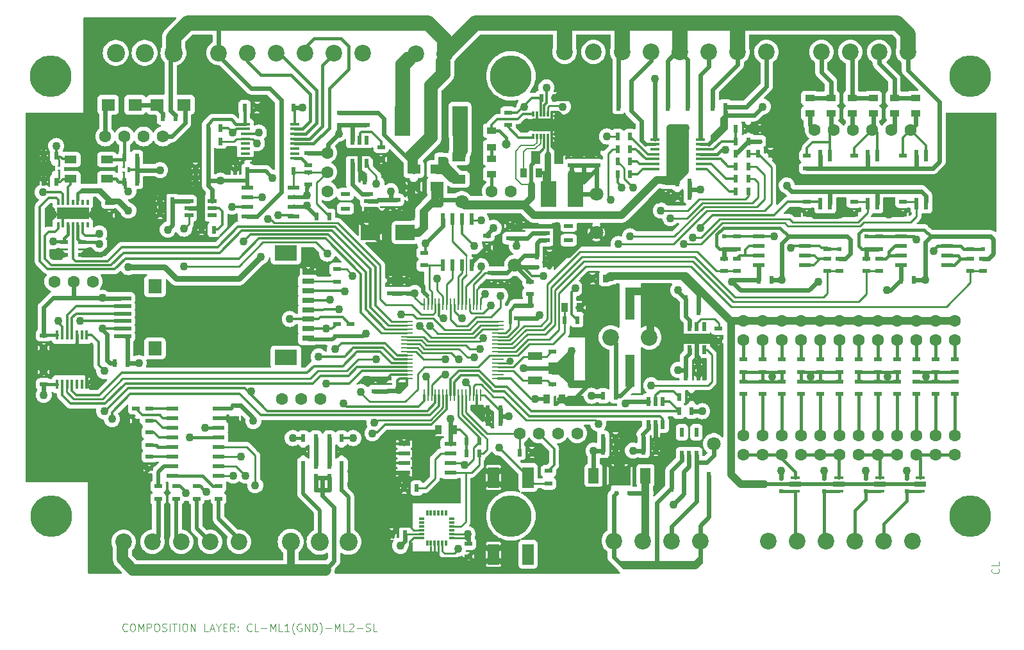
<source format=gbr>
%TF.GenerationSoftware,KiCad,Pcbnew,7.0.8*%
%TF.CreationDate,2024-06-23T22:33:45+02:00*%
%TF.ProjectId,Stima V4 Slave R1_1,5374696d-6120-4563-9420-536c61766520,rev?*%
%TF.SameCoordinates,Original*%
%TF.FileFunction,Copper,L1,Top*%
%TF.FilePolarity,Positive*%
%FSLAX46Y46*%
G04 Gerber Fmt 4.6, Leading zero omitted, Abs format (unit mm)*
G04 Created by KiCad (PCBNEW 7.0.8) date 2024-06-23 22:33:45*
%MOMM*%
%LPD*%
G01*
G04 APERTURE LIST*
%ADD10C,0.100000*%
%TA.AperFunction,NonConductor*%
%ADD11C,0.100000*%
%TD*%
%TA.AperFunction,SMDPad,CuDef*%
%ADD12R,1.500000X2.800000*%
%TD*%
%TA.AperFunction,ComponentPad*%
%ADD13C,2.200000*%
%TD*%
%TA.AperFunction,ComponentPad*%
%ADD14C,0.600000*%
%TD*%
%TA.AperFunction,ComponentPad*%
%ADD15R,3.000000X4.000000*%
%TD*%
%TA.AperFunction,SMDPad,CuDef*%
%ADD16R,1.300000X0.400000*%
%TD*%
%TA.AperFunction,SMDPad,CuDef*%
%ADD17R,0.300000X0.700000*%
%TD*%
%TA.AperFunction,SMDPad,CuDef*%
%ADD18R,0.700000X0.300000*%
%TD*%
%TA.AperFunction,SMDPad,CuDef*%
%ADD19R,4.250000X1.650000*%
%TD*%
%TA.AperFunction,SMDPad,CuDef*%
%ADD20R,0.400000X0.800000*%
%TD*%
%TA.AperFunction,SMDPad,CuDef*%
%ADD21R,1.200000X0.400000*%
%TD*%
%TA.AperFunction,SMDPad,CuDef*%
%ADD22R,1.200000X1.800000*%
%TD*%
%TA.AperFunction,SMDPad,CuDef*%
%ADD23R,1.900000X1.100000*%
%TD*%
%TA.AperFunction,SMDPad,CuDef*%
%ADD24R,1.200000X0.600000*%
%TD*%
%TA.AperFunction,SMDPad,CuDef*%
%ADD25R,0.300000X0.800000*%
%TD*%
%TA.AperFunction,ComponentPad*%
%ADD26R,2.600000X1.800000*%
%TD*%
%TA.AperFunction,SMDPad,CuDef*%
%ADD27R,0.600000X1.200000*%
%TD*%
%TA.AperFunction,SMDPad,CuDef*%
%ADD28R,0.400000X1.300000*%
%TD*%
%TA.AperFunction,SMDPad,CuDef*%
%ADD29R,1.600000X0.600000*%
%TD*%
%TA.AperFunction,SMDPad,CuDef*%
%ADD30R,0.600000X1.600000*%
%TD*%
%TA.AperFunction,SMDPad,CuDef*%
%ADD31R,1.500000X0.280000*%
%TD*%
%TA.AperFunction,SMDPad,CuDef*%
%ADD32R,0.280000X1.500000*%
%TD*%
%TA.AperFunction,SMDPad,CuDef*%
%ADD33R,1.000000X0.600000*%
%TD*%
%TA.AperFunction,SMDPad,CuDef*%
%ADD34R,0.600000X1.000000*%
%TD*%
%TA.AperFunction,SMDPad,CuDef*%
%ADD35R,1.270000X0.900000*%
%TD*%
%TA.AperFunction,SMDPad,CuDef*%
%ADD36R,1.800000X1.600000*%
%TD*%
%TA.AperFunction,SMDPad,CuDef*%
%ADD37R,0.700000X2.300000*%
%TD*%
%TA.AperFunction,SMDPad,CuDef*%
%ADD38R,1.700000X1.300000*%
%TD*%
%TA.AperFunction,SMDPad,CuDef*%
%ADD39R,1.100000X3.400000*%
%TD*%
%TA.AperFunction,SMDPad,CuDef*%
%ADD40R,0.980000X3.400000*%
%TD*%
%TA.AperFunction,SMDPad,CuDef*%
%ADD41R,1.600000X1.000000*%
%TD*%
%TA.AperFunction,ComponentPad*%
%ADD42C,1.600000*%
%TD*%
%TA.AperFunction,ComponentPad*%
%ADD43C,1.200000*%
%TD*%
%TA.AperFunction,SMDPad,CuDef*%
%ADD44R,1.500000X0.600000*%
%TD*%
%TA.AperFunction,SMDPad,CuDef*%
%ADD45R,1.800000X1.200000*%
%TD*%
%TA.AperFunction,ComponentPad*%
%ADD46C,2.400000*%
%TD*%
%TA.AperFunction,SMDPad,CuDef*%
%ADD47R,1.600000X0.800000*%
%TD*%
%TA.AperFunction,SMDPad,CuDef*%
%ADD48R,3.000000X2.100000*%
%TD*%
%TA.AperFunction,ComponentPad*%
%ADD49C,1.800000*%
%TD*%
%TA.AperFunction,SMDPad,CuDef*%
%ADD50R,1.400000X2.000000*%
%TD*%
%TA.AperFunction,SMDPad,CuDef*%
%ADD51R,2.900000X2.500000*%
%TD*%
%TA.AperFunction,SMDPad,CuDef*%
%ADD52R,1.200000X0.450000*%
%TD*%
%TA.AperFunction,SMDPad,CuDef*%
%ADD53R,0.600000X0.600000*%
%TD*%
%TA.AperFunction,SMDPad,CuDef*%
%ADD54R,2.500000X2.000000*%
%TD*%
%TA.AperFunction,SMDPad,CuDef*%
%ADD55R,0.450000X0.250000*%
%TD*%
%TA.AperFunction,SMDPad,CuDef*%
%ADD56R,0.400000X0.300000*%
%TD*%
%TA.AperFunction,SMDPad,CuDef*%
%ADD57R,2.000000X4.000000*%
%TD*%
%TA.AperFunction,SMDPad,CuDef*%
%ADD58R,0.900000X1.270000*%
%TD*%
%TA.AperFunction,SMDPad,CuDef*%
%ADD59R,1.200000X4.300000*%
%TD*%
%TA.AperFunction,ComponentPad*%
%ADD60C,5.500000*%
%TD*%
%TA.AperFunction,ViaPad*%
%ADD61C,1.100000*%
%TD*%
%TA.AperFunction,ViaPad*%
%ADD62C,1.600000*%
%TD*%
%TA.AperFunction,ViaPad*%
%ADD63C,1.000000*%
%TD*%
%TA.AperFunction,Conductor*%
%ADD64C,0.500000*%
%TD*%
%TA.AperFunction,Conductor*%
%ADD65C,0.600000*%
%TD*%
%TA.AperFunction,Conductor*%
%ADD66C,0.400000*%
%TD*%
%TA.AperFunction,Conductor*%
%ADD67C,0.280000*%
%TD*%
%TA.AperFunction,Conductor*%
%ADD68C,0.300000*%
%TD*%
%TA.AperFunction,Conductor*%
%ADD69C,1.000000*%
%TD*%
%TA.AperFunction,Conductor*%
%ADD70C,0.200000*%
%TD*%
%TA.AperFunction,Conductor*%
%ADD71C,0.800000*%
%TD*%
%TA.AperFunction,Conductor*%
%ADD72C,0.900000*%
%TD*%
%TA.AperFunction,Conductor*%
%ADD73C,1.200000*%
%TD*%
%TA.AperFunction,Conductor*%
%ADD74C,1.500000*%
%TD*%
%TA.AperFunction,Conductor*%
%ADD75C,2.000000*%
%TD*%
G04 APERTURE END LIST*
D10*
D11*
X97814412Y-149249540D02*
X97766793Y-149297160D01*
X97766793Y-149297160D02*
X97623936Y-149344779D01*
X97623936Y-149344779D02*
X97528698Y-149344779D01*
X97528698Y-149344779D02*
X97385841Y-149297160D01*
X97385841Y-149297160D02*
X97290603Y-149201921D01*
X97290603Y-149201921D02*
X97242984Y-149106683D01*
X97242984Y-149106683D02*
X97195365Y-148916207D01*
X97195365Y-148916207D02*
X97195365Y-148773350D01*
X97195365Y-148773350D02*
X97242984Y-148582874D01*
X97242984Y-148582874D02*
X97290603Y-148487636D01*
X97290603Y-148487636D02*
X97385841Y-148392398D01*
X97385841Y-148392398D02*
X97528698Y-148344779D01*
X97528698Y-148344779D02*
X97623936Y-148344779D01*
X97623936Y-148344779D02*
X97766793Y-148392398D01*
X97766793Y-148392398D02*
X97814412Y-148440017D01*
X98433460Y-148344779D02*
X98623936Y-148344779D01*
X98623936Y-148344779D02*
X98719174Y-148392398D01*
X98719174Y-148392398D02*
X98814412Y-148487636D01*
X98814412Y-148487636D02*
X98862031Y-148678112D01*
X98862031Y-148678112D02*
X98862031Y-149011445D01*
X98862031Y-149011445D02*
X98814412Y-149201921D01*
X98814412Y-149201921D02*
X98719174Y-149297160D01*
X98719174Y-149297160D02*
X98623936Y-149344779D01*
X98623936Y-149344779D02*
X98433460Y-149344779D01*
X98433460Y-149344779D02*
X98338222Y-149297160D01*
X98338222Y-149297160D02*
X98242984Y-149201921D01*
X98242984Y-149201921D02*
X98195365Y-149011445D01*
X98195365Y-149011445D02*
X98195365Y-148678112D01*
X98195365Y-148678112D02*
X98242984Y-148487636D01*
X98242984Y-148487636D02*
X98338222Y-148392398D01*
X98338222Y-148392398D02*
X98433460Y-148344779D01*
X99290603Y-149344779D02*
X99290603Y-148344779D01*
X99290603Y-148344779D02*
X99623936Y-149059064D01*
X99623936Y-149059064D02*
X99957269Y-148344779D01*
X99957269Y-148344779D02*
X99957269Y-149344779D01*
X100433460Y-149344779D02*
X100433460Y-148344779D01*
X100433460Y-148344779D02*
X100814412Y-148344779D01*
X100814412Y-148344779D02*
X100909650Y-148392398D01*
X100909650Y-148392398D02*
X100957269Y-148440017D01*
X100957269Y-148440017D02*
X101004888Y-148535255D01*
X101004888Y-148535255D02*
X101004888Y-148678112D01*
X101004888Y-148678112D02*
X100957269Y-148773350D01*
X100957269Y-148773350D02*
X100909650Y-148820969D01*
X100909650Y-148820969D02*
X100814412Y-148868588D01*
X100814412Y-148868588D02*
X100433460Y-148868588D01*
X101623936Y-148344779D02*
X101814412Y-148344779D01*
X101814412Y-148344779D02*
X101909650Y-148392398D01*
X101909650Y-148392398D02*
X102004888Y-148487636D01*
X102004888Y-148487636D02*
X102052507Y-148678112D01*
X102052507Y-148678112D02*
X102052507Y-149011445D01*
X102052507Y-149011445D02*
X102004888Y-149201921D01*
X102004888Y-149201921D02*
X101909650Y-149297160D01*
X101909650Y-149297160D02*
X101814412Y-149344779D01*
X101814412Y-149344779D02*
X101623936Y-149344779D01*
X101623936Y-149344779D02*
X101528698Y-149297160D01*
X101528698Y-149297160D02*
X101433460Y-149201921D01*
X101433460Y-149201921D02*
X101385841Y-149011445D01*
X101385841Y-149011445D02*
X101385841Y-148678112D01*
X101385841Y-148678112D02*
X101433460Y-148487636D01*
X101433460Y-148487636D02*
X101528698Y-148392398D01*
X101528698Y-148392398D02*
X101623936Y-148344779D01*
X102433460Y-149297160D02*
X102576317Y-149344779D01*
X102576317Y-149344779D02*
X102814412Y-149344779D01*
X102814412Y-149344779D02*
X102909650Y-149297160D01*
X102909650Y-149297160D02*
X102957269Y-149249540D01*
X102957269Y-149249540D02*
X103004888Y-149154302D01*
X103004888Y-149154302D02*
X103004888Y-149059064D01*
X103004888Y-149059064D02*
X102957269Y-148963826D01*
X102957269Y-148963826D02*
X102909650Y-148916207D01*
X102909650Y-148916207D02*
X102814412Y-148868588D01*
X102814412Y-148868588D02*
X102623936Y-148820969D01*
X102623936Y-148820969D02*
X102528698Y-148773350D01*
X102528698Y-148773350D02*
X102481079Y-148725731D01*
X102481079Y-148725731D02*
X102433460Y-148630493D01*
X102433460Y-148630493D02*
X102433460Y-148535255D01*
X102433460Y-148535255D02*
X102481079Y-148440017D01*
X102481079Y-148440017D02*
X102528698Y-148392398D01*
X102528698Y-148392398D02*
X102623936Y-148344779D01*
X102623936Y-148344779D02*
X102862031Y-148344779D01*
X102862031Y-148344779D02*
X103004888Y-148392398D01*
X103433460Y-149344779D02*
X103433460Y-148344779D01*
X103766793Y-148344779D02*
X104338221Y-148344779D01*
X104052507Y-149344779D02*
X104052507Y-148344779D01*
X104671555Y-149344779D02*
X104671555Y-148344779D01*
X105338221Y-148344779D02*
X105528697Y-148344779D01*
X105528697Y-148344779D02*
X105623935Y-148392398D01*
X105623935Y-148392398D02*
X105719173Y-148487636D01*
X105719173Y-148487636D02*
X105766792Y-148678112D01*
X105766792Y-148678112D02*
X105766792Y-149011445D01*
X105766792Y-149011445D02*
X105719173Y-149201921D01*
X105719173Y-149201921D02*
X105623935Y-149297160D01*
X105623935Y-149297160D02*
X105528697Y-149344779D01*
X105528697Y-149344779D02*
X105338221Y-149344779D01*
X105338221Y-149344779D02*
X105242983Y-149297160D01*
X105242983Y-149297160D02*
X105147745Y-149201921D01*
X105147745Y-149201921D02*
X105100126Y-149011445D01*
X105100126Y-149011445D02*
X105100126Y-148678112D01*
X105100126Y-148678112D02*
X105147745Y-148487636D01*
X105147745Y-148487636D02*
X105242983Y-148392398D01*
X105242983Y-148392398D02*
X105338221Y-148344779D01*
X106195364Y-149344779D02*
X106195364Y-148344779D01*
X106195364Y-148344779D02*
X106766792Y-149344779D01*
X106766792Y-149344779D02*
X106766792Y-148344779D01*
X108481078Y-149344779D02*
X108004888Y-149344779D01*
X108004888Y-149344779D02*
X108004888Y-148344779D01*
X108766793Y-149059064D02*
X109242983Y-149059064D01*
X108671555Y-149344779D02*
X109004888Y-148344779D01*
X109004888Y-148344779D02*
X109338221Y-149344779D01*
X109862031Y-148868588D02*
X109862031Y-149344779D01*
X109528698Y-148344779D02*
X109862031Y-148868588D01*
X109862031Y-148868588D02*
X110195364Y-148344779D01*
X110528698Y-148820969D02*
X110862031Y-148820969D01*
X111004888Y-149344779D02*
X110528698Y-149344779D01*
X110528698Y-149344779D02*
X110528698Y-148344779D01*
X110528698Y-148344779D02*
X111004888Y-148344779D01*
X112004888Y-149344779D02*
X111671555Y-148868588D01*
X111433460Y-149344779D02*
X111433460Y-148344779D01*
X111433460Y-148344779D02*
X111814412Y-148344779D01*
X111814412Y-148344779D02*
X111909650Y-148392398D01*
X111909650Y-148392398D02*
X111957269Y-148440017D01*
X111957269Y-148440017D02*
X112004888Y-148535255D01*
X112004888Y-148535255D02*
X112004888Y-148678112D01*
X112004888Y-148678112D02*
X111957269Y-148773350D01*
X111957269Y-148773350D02*
X111909650Y-148820969D01*
X111909650Y-148820969D02*
X111814412Y-148868588D01*
X111814412Y-148868588D02*
X111433460Y-148868588D01*
X112433460Y-149249540D02*
X112481079Y-149297160D01*
X112481079Y-149297160D02*
X112433460Y-149344779D01*
X112433460Y-149344779D02*
X112385841Y-149297160D01*
X112385841Y-149297160D02*
X112433460Y-149249540D01*
X112433460Y-149249540D02*
X112433460Y-149344779D01*
X112433460Y-148725731D02*
X112481079Y-148773350D01*
X112481079Y-148773350D02*
X112433460Y-148820969D01*
X112433460Y-148820969D02*
X112385841Y-148773350D01*
X112385841Y-148773350D02*
X112433460Y-148725731D01*
X112433460Y-148725731D02*
X112433460Y-148820969D01*
X114242983Y-149249540D02*
X114195364Y-149297160D01*
X114195364Y-149297160D02*
X114052507Y-149344779D01*
X114052507Y-149344779D02*
X113957269Y-149344779D01*
X113957269Y-149344779D02*
X113814412Y-149297160D01*
X113814412Y-149297160D02*
X113719174Y-149201921D01*
X113719174Y-149201921D02*
X113671555Y-149106683D01*
X113671555Y-149106683D02*
X113623936Y-148916207D01*
X113623936Y-148916207D02*
X113623936Y-148773350D01*
X113623936Y-148773350D02*
X113671555Y-148582874D01*
X113671555Y-148582874D02*
X113719174Y-148487636D01*
X113719174Y-148487636D02*
X113814412Y-148392398D01*
X113814412Y-148392398D02*
X113957269Y-148344779D01*
X113957269Y-148344779D02*
X114052507Y-148344779D01*
X114052507Y-148344779D02*
X114195364Y-148392398D01*
X114195364Y-148392398D02*
X114242983Y-148440017D01*
X115147745Y-149344779D02*
X114671555Y-149344779D01*
X114671555Y-149344779D02*
X114671555Y-148344779D01*
X115481079Y-148963826D02*
X116242984Y-148963826D01*
X116719174Y-149344779D02*
X116719174Y-148344779D01*
X116719174Y-148344779D02*
X117052507Y-149059064D01*
X117052507Y-149059064D02*
X117385840Y-148344779D01*
X117385840Y-148344779D02*
X117385840Y-149344779D01*
X118338221Y-149344779D02*
X117862031Y-149344779D01*
X117862031Y-149344779D02*
X117862031Y-148344779D01*
X119195364Y-149344779D02*
X118623936Y-149344779D01*
X118909650Y-149344779D02*
X118909650Y-148344779D01*
X118909650Y-148344779D02*
X118814412Y-148487636D01*
X118814412Y-148487636D02*
X118719174Y-148582874D01*
X118719174Y-148582874D02*
X118623936Y-148630493D01*
X119909650Y-149725731D02*
X119862031Y-149678112D01*
X119862031Y-149678112D02*
X119766793Y-149535255D01*
X119766793Y-149535255D02*
X119719174Y-149440017D01*
X119719174Y-149440017D02*
X119671555Y-149297160D01*
X119671555Y-149297160D02*
X119623936Y-149059064D01*
X119623936Y-149059064D02*
X119623936Y-148868588D01*
X119623936Y-148868588D02*
X119671555Y-148630493D01*
X119671555Y-148630493D02*
X119719174Y-148487636D01*
X119719174Y-148487636D02*
X119766793Y-148392398D01*
X119766793Y-148392398D02*
X119862031Y-148249540D01*
X119862031Y-148249540D02*
X119909650Y-148201921D01*
X120814412Y-148392398D02*
X120719174Y-148344779D01*
X120719174Y-148344779D02*
X120576317Y-148344779D01*
X120576317Y-148344779D02*
X120433460Y-148392398D01*
X120433460Y-148392398D02*
X120338222Y-148487636D01*
X120338222Y-148487636D02*
X120290603Y-148582874D01*
X120290603Y-148582874D02*
X120242984Y-148773350D01*
X120242984Y-148773350D02*
X120242984Y-148916207D01*
X120242984Y-148916207D02*
X120290603Y-149106683D01*
X120290603Y-149106683D02*
X120338222Y-149201921D01*
X120338222Y-149201921D02*
X120433460Y-149297160D01*
X120433460Y-149297160D02*
X120576317Y-149344779D01*
X120576317Y-149344779D02*
X120671555Y-149344779D01*
X120671555Y-149344779D02*
X120814412Y-149297160D01*
X120814412Y-149297160D02*
X120862031Y-149249540D01*
X120862031Y-149249540D02*
X120862031Y-148916207D01*
X120862031Y-148916207D02*
X120671555Y-148916207D01*
X121290603Y-149344779D02*
X121290603Y-148344779D01*
X121290603Y-148344779D02*
X121862031Y-149344779D01*
X121862031Y-149344779D02*
X121862031Y-148344779D01*
X122338222Y-149344779D02*
X122338222Y-148344779D01*
X122338222Y-148344779D02*
X122576317Y-148344779D01*
X122576317Y-148344779D02*
X122719174Y-148392398D01*
X122719174Y-148392398D02*
X122814412Y-148487636D01*
X122814412Y-148487636D02*
X122862031Y-148582874D01*
X122862031Y-148582874D02*
X122909650Y-148773350D01*
X122909650Y-148773350D02*
X122909650Y-148916207D01*
X122909650Y-148916207D02*
X122862031Y-149106683D01*
X122862031Y-149106683D02*
X122814412Y-149201921D01*
X122814412Y-149201921D02*
X122719174Y-149297160D01*
X122719174Y-149297160D02*
X122576317Y-149344779D01*
X122576317Y-149344779D02*
X122338222Y-149344779D01*
X123242984Y-149725731D02*
X123290603Y-149678112D01*
X123290603Y-149678112D02*
X123385841Y-149535255D01*
X123385841Y-149535255D02*
X123433460Y-149440017D01*
X123433460Y-149440017D02*
X123481079Y-149297160D01*
X123481079Y-149297160D02*
X123528698Y-149059064D01*
X123528698Y-149059064D02*
X123528698Y-148868588D01*
X123528698Y-148868588D02*
X123481079Y-148630493D01*
X123481079Y-148630493D02*
X123433460Y-148487636D01*
X123433460Y-148487636D02*
X123385841Y-148392398D01*
X123385841Y-148392398D02*
X123290603Y-148249540D01*
X123290603Y-148249540D02*
X123242984Y-148201921D01*
X124004889Y-148963826D02*
X124766794Y-148963826D01*
X125242984Y-149344779D02*
X125242984Y-148344779D01*
X125242984Y-148344779D02*
X125576317Y-149059064D01*
X125576317Y-149059064D02*
X125909650Y-148344779D01*
X125909650Y-148344779D02*
X125909650Y-149344779D01*
X126862031Y-149344779D02*
X126385841Y-149344779D01*
X126385841Y-149344779D02*
X126385841Y-148344779D01*
X127147746Y-148440017D02*
X127195365Y-148392398D01*
X127195365Y-148392398D02*
X127290603Y-148344779D01*
X127290603Y-148344779D02*
X127528698Y-148344779D01*
X127528698Y-148344779D02*
X127623936Y-148392398D01*
X127623936Y-148392398D02*
X127671555Y-148440017D01*
X127671555Y-148440017D02*
X127719174Y-148535255D01*
X127719174Y-148535255D02*
X127719174Y-148630493D01*
X127719174Y-148630493D02*
X127671555Y-148773350D01*
X127671555Y-148773350D02*
X127100127Y-149344779D01*
X127100127Y-149344779D02*
X127719174Y-149344779D01*
X128147746Y-148963826D02*
X128909651Y-148963826D01*
X129338222Y-149297160D02*
X129481079Y-149344779D01*
X129481079Y-149344779D02*
X129719174Y-149344779D01*
X129719174Y-149344779D02*
X129814412Y-149297160D01*
X129814412Y-149297160D02*
X129862031Y-149249540D01*
X129862031Y-149249540D02*
X129909650Y-149154302D01*
X129909650Y-149154302D02*
X129909650Y-149059064D01*
X129909650Y-149059064D02*
X129862031Y-148963826D01*
X129862031Y-148963826D02*
X129814412Y-148916207D01*
X129814412Y-148916207D02*
X129719174Y-148868588D01*
X129719174Y-148868588D02*
X129528698Y-148820969D01*
X129528698Y-148820969D02*
X129433460Y-148773350D01*
X129433460Y-148773350D02*
X129385841Y-148725731D01*
X129385841Y-148725731D02*
X129338222Y-148630493D01*
X129338222Y-148630493D02*
X129338222Y-148535255D01*
X129338222Y-148535255D02*
X129385841Y-148440017D01*
X129385841Y-148440017D02*
X129433460Y-148392398D01*
X129433460Y-148392398D02*
X129528698Y-148344779D01*
X129528698Y-148344779D02*
X129766793Y-148344779D01*
X129766793Y-148344779D02*
X129909650Y-148392398D01*
X130814412Y-149344779D02*
X130338222Y-149344779D01*
X130338222Y-149344779D02*
X130338222Y-148344779D01*
D10*
D11*
X212921280Y-141085287D02*
X212968900Y-141132906D01*
X212968900Y-141132906D02*
X213016519Y-141275763D01*
X213016519Y-141275763D02*
X213016519Y-141371001D01*
X213016519Y-141371001D02*
X212968900Y-141513858D01*
X212968900Y-141513858D02*
X212873661Y-141609096D01*
X212873661Y-141609096D02*
X212778423Y-141656715D01*
X212778423Y-141656715D02*
X212587947Y-141704334D01*
X212587947Y-141704334D02*
X212445090Y-141704334D01*
X212445090Y-141704334D02*
X212254614Y-141656715D01*
X212254614Y-141656715D02*
X212159376Y-141609096D01*
X212159376Y-141609096D02*
X212064138Y-141513858D01*
X212064138Y-141513858D02*
X212016519Y-141371001D01*
X212016519Y-141371001D02*
X212016519Y-141275763D01*
X212016519Y-141275763D02*
X212064138Y-141132906D01*
X212064138Y-141132906D02*
X212111757Y-141085287D01*
X213016519Y-140180525D02*
X213016519Y-140656715D01*
X213016519Y-140656715D02*
X212016519Y-140656715D01*
D12*
%TO.P,SW1,1*%
%TO.N,GND*%
X146215100Y-129006600D03*
%TO.P,SW1,2*%
X146215100Y-139166600D03*
%TO.P,SW1,3*%
%TO.N,Net-(U1-PH0{slash}OSC_IN)*%
X150787100Y-129006600D03*
%TO.P,SW1,4*%
%TO.N,unconnected-(SW1-Pad4)*%
X150787100Y-139166600D03*
%TD*%
D13*
%TO.P,,1*%
%TO.N,N/C*%
X161710700Y-110488400D03*
%TO.P,,2*%
X166790700Y-110488400D03*
%TD*%
D14*
%TO.P,U16,EP,VS*%
%TO.N,+12V*%
X171440100Y-87776600D03*
X171440100Y-86252600D03*
X171440100Y-84728600D03*
X170551100Y-87776600D03*
D15*
X170551100Y-86252600D03*
D14*
X170551100Y-84728600D03*
X169662100Y-87776600D03*
X169662100Y-86252600D03*
X169662100Y-84728600D03*
D16*
%TO.P,U16,14,OUT2*%
%TO.N,+12VS_3*%
X173551100Y-84302600D03*
%TO.P,U16,13,OUT3*%
%TO.N,+12VS_4*%
X173551100Y-84952600D03*
%TO.P,U16,12,IS*%
%TO.N,Net-(U16-IS)*%
X173551100Y-85602600D03*
%TO.P,U16,11,GND*%
%TO.N,Net-(U16-GND)*%
X173551100Y-86252600D03*
%TO.P,U16,10,DEN*%
%TO.N,Net-(U16-DEN)*%
X173551100Y-86902600D03*
%TO.P,U16,9,IN3*%
%TO.N,Net-(U16-IN3)*%
X173551100Y-87552600D03*
%TO.P,U16,8,IN2*%
%TO.N,Net-(U16-IN2)*%
X173551100Y-88202600D03*
%TO.P,U16,7,IN0*%
%TO.N,Net-(U16-IN0)*%
X167551100Y-88202600D03*
%TO.P,U16,6,IN1*%
%TO.N,Net-(U16-IN1)*%
X167551100Y-87552600D03*
%TO.P,U16,5,DSEL0*%
%TO.N,Net-(U16-DSEL0)*%
X167551100Y-86902600D03*
%TO.P,U16,4,DSEL1*%
%TO.N,Net-(U16-DSEL1)*%
X167551100Y-86252600D03*
%TO.P,U16,3,NC*%
%TO.N,unconnected-(U16-NC-Pad3)*%
X167551100Y-85602600D03*
%TO.P,U16,2,OUT1*%
%TO.N,+12VS_2*%
X167551100Y-84952600D03*
%TO.P,U16,1,OUT0*%
%TO.N,+12VS_1*%
X167551100Y-84302600D03*
%TD*%
D17*
%TO.P,U11,24,NC*%
%TO.N,unconnected-(U11-NC-Pad24)*%
X137440100Y-133717600D03*
%TO.P,U11,23,NC*%
%TO.N,unconnected-(U11-NC-Pad23)*%
X137940100Y-133717600D03*
%TO.P,U11,22,NC*%
%TO.N,unconnected-(U11-NC-Pad22)*%
X138440100Y-133717600D03*
%TO.P,U11,21,NC*%
%TO.N,unconnected-(U11-NC-Pad21)*%
X138940100Y-133717600D03*
%TO.P,U11,20,NC*%
%TO.N,unconnected-(U11-NC-Pad20)*%
X139440100Y-133717600D03*
%TO.P,U11,19,NC*%
%TO.N,unconnected-(U11-NC-Pad19)*%
X139940100Y-133717600D03*
D18*
%TO.P,U11,18,NC*%
%TO.N,unconnected-(U11-NC-Pad18)*%
X140690100Y-134467600D03*
%TO.P,U11,17,NC*%
%TO.N,unconnected-(U11-NC-Pad17)*%
X140690100Y-134967600D03*
%TO.P,U11,16,SDA/SDI/SDO*%
%TO.N,I2C1_SDA*%
X140690100Y-135467600D03*
%TO.P,U11,15,SA0/SDO*%
%TO.N,unconnected-(U11-SA0{slash}SDO-Pad15)*%
X140690100Y-135967600D03*
%TO.P,U11,14,VDD_IO*%
%TO.N,+3V3*%
X140690100Y-136467600D03*
%TO.P,U11,13,RESERV+*%
X140690100Y-136967590D03*
D17*
%TO.P,U11,12,CS*%
%TO.N,unconnected-(U11-CS-Pad12)*%
X139940100Y-137717600D03*
%TO.P,U11,11,SCL/SPC*%
%TO.N,I2C1_SCL*%
X139440100Y-137717600D03*
%TO.P,U11,10,GND*%
%TO.N,GND*%
X138940100Y-137717600D03*
%TO.P,U11,9,GND*%
X138440100Y-137717600D03*
%TO.P,U11,8,GND*%
X137940100Y-137717600D03*
%TO.P,U11,7,INT_1*%
%TO.N,unconnected-(U11-INT_1-Pad7)*%
X137440100Y-137717600D03*
D18*
%TO.P,U11,6,GND*%
%TO.N,GND*%
X136690100Y-136967590D03*
%TO.P,U11,5,VDD*%
%TO.N,+3V3*%
X136690100Y-136467600D03*
%TO.P,U11,4,RESERV-*%
%TO.N,GND*%
X136690100Y-135967600D03*
%TO.P,U11,3,INT_2*%
%TO.N,unconnected-(U11-INT_2-Pad3)*%
X136690100Y-135467600D03*
%TO.P,U11,2,NC*%
%TO.N,unconnected-(U11-NC-Pad2)*%
X136690100Y-134967600D03*
%TO.P,U11,1,NC*%
%TO.N,unconnected-(U11-NC-Pad1)*%
X136690100Y-134467600D03*
%TD*%
D19*
%TO.P,U4,15,GND*%
%TO.N,GND*%
X90634100Y-94105600D03*
D20*
%TO.P,U4,14,STB_N*%
%TO.N,STB_CAN*%
X88684100Y-92605600D03*
%TO.P,U4,13,CANH*%
%TO.N,Net-(U4-CANH)*%
X89334100Y-92605600D03*
%TO.P,U4,12,CANL*%
%TO.N,Net-(U4-CANL)*%
X89984100Y-92605600D03*
%TO.P,U4,11,NC*%
%TO.N,unconnected-(U4-NC-Pad11)*%
X90634100Y-92605600D03*
%TO.P,U4,10,VBAT*%
%TO.N,+12V*%
X91284100Y-92605600D03*
%TO.P,U4,9,WAKE*%
%TO.N,unconnected-(U4-WAKE-Pad9)*%
X91934100Y-92605600D03*
%TO.P,U4,8,ERR_N*%
%TO.N,unconnected-(U4-ERR_N-Pad8)*%
X92584100Y-92605600D03*
%TO.P,U4,7,INH*%
%TO.N,unconnected-(U4-INH-Pad7)*%
X92584100Y-95605600D03*
%TO.P,U4,6,EN*%
%TO.N,EN_CAN*%
X91934100Y-95605600D03*
%TO.P,U4,5,VIO*%
%TO.N,+3V3*%
X91284100Y-95605600D03*
%TO.P,U4,4,RXD*%
%TO.N,CAN1_RX*%
X90634100Y-95605600D03*
%TO.P,U4,3,VCC*%
%TO.N,+5V*%
X89984100Y-95605600D03*
%TO.P,U4,2,GND*%
%TO.N,GND*%
X89334100Y-95605600D03*
%TO.P,U4,1,TXD*%
%TO.N,CAN1_TX*%
X88684100Y-95605600D03*
%TD*%
D21*
%TO.P,U5,1,VDD(A)*%
%TO.N,+3V3_I2C*%
X113426100Y-82270600D03*
%TO.P,U5,2,SDA*%
%TO.N,I2C2_SDA*%
X113426100Y-82920600D03*
%TO.P,U5,3,EN*%
%TO.N,I2C2_EN*%
X113426100Y-83570600D03*
%TO.P,U5,4,SCL*%
%TO.N,I2C2_SCL*%
X113426100Y-84220600D03*
%TO.P,U5,5,\u005C~{PIDET}*%
%TO.N,unconnected-(U5-\u005C~{PIDET}-Pad5)*%
X113426100Y-84870600D03*
%TO.P,U5,6,\u005C~{READY}*%
%TO.N,unconnected-(U5-\u005C~{READY}-Pad6)*%
X113426100Y-85520600D03*
%TO.P,U5,7,INT*%
%TO.N,unconnected-(U5-INT-Pad7)*%
X113426100Y-86170600D03*
%TO.P,U5,8,VSS*%
%TO.N,GND*%
X113426100Y-86820600D03*
%TO.P,U5,9,VDDA_SEL*%
%TO.N,Net-(U5-VDDA_SEL)*%
X119926100Y-86820600D03*
%TO.P,U5,10,DINTP*%
%TO.N,unconnected-(U5-DINTP-Pad10)*%
X119926100Y-86170600D03*
%TO.P,U5,11,DINTM*%
%TO.N,unconnected-(U5-DINTM-Pad11)*%
X119926100Y-85520600D03*
%TO.P,U5,12,DSCLM*%
%TO.N,Net-(U5-DSCLM)*%
X119926100Y-84870600D03*
%TO.P,U5,13,DSCLP*%
%TO.N,/Stima V4 Slave_I2C&Can R1_1/SCL*%
X119926100Y-84220600D03*
%TO.P,U5,14,DSDAP*%
%TO.N,/Stima V4 Slave_I2C&Can R1_1/SDA*%
X119926100Y-83570600D03*
%TO.P,U5,15,DSDAM*%
%TO.N,Net-(U5-DSDAM)*%
X119926100Y-82920600D03*
%TO.P,U5,16,VDD(B)*%
%TO.N,+5V_I2C*%
X119926100Y-82270600D03*
%TD*%
D22*
%TO.P,C82,1,1*%
%TO.N,+12V*%
X151803100Y-86715600D03*
%TO.P,C82,2,2*%
%TO.N,GND*%
X154803100Y-86715600D03*
%TD*%
D23*
%TO.P,X1,1,OSC1*%
%TO.N,Net-(U1-PC15{slash}OSC32_OUT)*%
X151676100Y-112979200D03*
%TO.P,X1,2,OSC2*%
%TO.N,Net-(U1-PC14{slash}OSC32_IN)*%
X151676100Y-116179600D03*
%TD*%
D24*
%TO.P,U20,5,NC*%
%TO.N,unconnected-(U20-NC-Pad5)*%
X156121100Y-95732600D03*
%TO.P,U20,4,NC*%
%TO.N,unconnected-(U20-NC-Pad4)*%
X156121100Y-97637600D03*
%TO.P,U20,3,VOUT*%
%TO.N,+3V3*%
X153073100Y-97632600D03*
%TO.P,U20,2,VIN*%
%TO.N,+5V*%
X153073100Y-96682600D03*
%TO.P,U20,1,GND*%
%TO.N,GND*%
X153073100Y-95732600D03*
%TD*%
D25*
%TO.P,U19,1,SPS*%
%TO.N,Net-(U19-SPS)*%
X151422100Y-83921600D03*
%TO.P,U19,2,EN*%
%TO.N,+12V*%
X151922100Y-83921600D03*
%TO.P,U19,3,BST*%
%TO.N,Net-(U19-BST)*%
X152422100Y-83921600D03*
%TO.P,U19,4,SUP*%
%TO.N,+12V*%
X152922100Y-83921600D03*
%TO.P,U19,5,LX*%
%TO.N,Net-(U19-LX)*%
X153422100Y-83921600D03*
%TO.P,U19,6,PGND*%
%TO.N,GND*%
X153922100Y-83921600D03*
%TO.P,U19,7,AGND*%
X153922100Y-80921600D03*
%TO.P,U19,8,FB*%
%TO.N,Net-(U19-BIAS)*%
X153422100Y-80921600D03*
%TO.P,U19,9,OUT*%
%TO.N,+5V*%
X152922100Y-80921600D03*
%TO.P,U19,10,BIAS*%
%TO.N,Net-(U19-BIAS)*%
X152422100Y-80921600D03*
%TO.P,U19,11,SYNC*%
%TO.N,GND*%
X151922100Y-80921600D03*
%TO.P,U19,12,PGOOD*%
%TO.N,Net-(DL1-K)*%
X151422100Y-80921600D03*
D14*
%TO.P,U19,13,EP*%
%TO.N,GND*%
X151783100Y-82929600D03*
X152672100Y-82929600D03*
X153561100Y-82929600D03*
X151783100Y-82421600D03*
D26*
X152672100Y-82421600D03*
D14*
X153561100Y-82421600D03*
X151783100Y-81913600D03*
X152672100Y-81913600D03*
X153561100Y-81913600D03*
%TD*%
D27*
%TO.P,U18,1,IN*%
%TO.N,+5V*%
X166667110Y-122021600D03*
%TO.P,U18,2,GND*%
%TO.N,GND*%
X167617110Y-122021600D03*
%TO.P,U18,3,EN*%
%TO.N,EN_5VS*%
X168567110Y-122021600D03*
%TO.P,U18,4,\u005C~{FLT}*%
%TO.N,FAULT*%
X168572110Y-118973600D03*
%TO.P,U18,5,ILIM*%
%TO.N,Net-(U18-ILIM)*%
X167617110Y-118973600D03*
%TO.P,U18,6,OUT*%
%TO.N,Net-(FIL15-I)*%
X166667110Y-118973600D03*
%TD*%
%TO.P,U17,5,NC*%
%TO.N,unconnected-(U17-NC-Pad5)*%
X171107100Y-123037600D03*
%TO.P,U17,4,NC*%
%TO.N,unconnected-(U17-NC-Pad4)*%
X173012100Y-123037600D03*
%TO.P,U17,3,VOUT*%
%TO.N,+3V3S*%
X173007100Y-126085600D03*
%TO.P,U17,2,VIN*%
%TO.N,+5VS*%
X172057100Y-126085600D03*
%TO.P,U17,1,GND*%
%TO.N,EGND*%
X171107100Y-126085600D03*
%TD*%
%TO.P,U15,1,IN*%
%TO.N,+5V*%
X172128100Y-112115600D03*
%TO.P,U15,2,GND*%
%TO.N,GND*%
X173078100Y-112115600D03*
%TO.P,U15,3,EN*%
%TO.N,EN_5VA*%
X174028100Y-112115600D03*
%TO.P,U15,4,\u005C~{FLT}*%
%TO.N,unconnected-(U15-\u005C~{FLT}-Pad4)*%
X174033100Y-109067600D03*
%TO.P,U15,5,ILIM*%
%TO.N,Net-(U15-ILIM)*%
X173078100Y-109067600D03*
%TO.P,U15,6,OUT*%
%TO.N,+5VA*%
X172128100Y-109067600D03*
%TD*%
D28*
%TO.P,U14,14,VCCB*%
%TO.N,Net-(U14-VCCB)*%
X88557100Y-110187600D03*
%TO.P,U14,13,B1Y*%
%TO.N,Net-(U14-B1Y)*%
X89207100Y-110187600D03*
%TO.P,U14,12,B2Y*%
%TO.N,Net-(U14-B2Y)*%
X89857100Y-110187600D03*
%TO.P,U14,11,B3*%
%TO.N,Net-(U14-B3)*%
X90507100Y-110187600D03*
%TO.P,U14,10,B4*%
%TO.N,GND*%
X91157100Y-110187600D03*
%TO.P,U14,9,NC*%
%TO.N,unconnected-(U14-NC-Pad9)*%
X91807100Y-110187600D03*
%TO.P,U14,8,OE*%
%TO.N,I2C2_EN*%
X92457100Y-110187600D03*
%TO.P,U14,7,GND*%
%TO.N,GND*%
X92457100Y-116687600D03*
%TO.P,U14,6,NC*%
%TO.N,unconnected-(U14-NC-Pad6)*%
X91807100Y-116687600D03*
%TO.P,U14,5,A4Y*%
%TO.N,unconnected-(U14-A4Y-Pad5)*%
X91157100Y-116687600D03*
%TO.P,U14,4,A3Y*%
%TO.N,SPI_MISO*%
X90507100Y-116687600D03*
%TO.P,U14,3,A2*%
%TO.N,SPI_SCK*%
X89857100Y-116687600D03*
%TO.P,U14,2,A1*%
%TO.N,SPI_MOSI*%
X89207100Y-116687600D03*
%TO.P,U14,1,VCCA*%
%TO.N,+3V3*%
X88557100Y-116687600D03*
%TD*%
D29*
%TO.P,U13,1,OUT*%
%TO.N,Net-(U13A-IN-)*%
X187363100Y-100939600D03*
%TO.P,U13,2,IN-*%
X187363100Y-99669600D03*
%TO.P,U13,3,IN+*%
%TO.N,Net-(DZ13-K)*%
X187363100Y-98399600D03*
%TO.P,U13,4,V-*%
%TO.N,AGND*%
X187363100Y-97129600D03*
%TO.P,U13,5,IN+*%
%TO.N,Net-(DZ15-K)*%
X181267100Y-97129600D03*
%TO.P,U13,6,IN-*%
%TO.N,Net-(U13B-IN-)*%
X181267100Y-98399600D03*
%TO.P,U13,7,OUT*%
X181267100Y-99669600D03*
%TO.P,U13,8,V+*%
%TO.N,+5VA*%
X181267100Y-100939600D03*
%TD*%
%TO.P,U12,1,OUT*%
%TO.N,Net-(U12A-IN-)*%
X206159100Y-100939600D03*
%TO.P,U12,2,IN-*%
X206159100Y-99669600D03*
%TO.P,U12,3,IN+*%
%TO.N,Net-(DZ9-K)*%
X206159100Y-98399600D03*
%TO.P,U12,4,V-*%
%TO.N,AGND*%
X206159100Y-97129600D03*
%TO.P,U12,5,IN+*%
%TO.N,Net-(DZ11-K)*%
X200063100Y-97129600D03*
%TO.P,U12,6,IN-*%
%TO.N,Net-(U12B-IN-)*%
X200063100Y-98399600D03*
%TO.P,U12,7,OUT*%
X200063100Y-99669600D03*
%TO.P,U12,8,V+*%
%TO.N,+5VA*%
X200063100Y-100939600D03*
%TD*%
%TO.P,U10,1,C1+*%
%TO.N,Net-(U10-C1+)*%
X103778340Y-119881360D03*
%TO.P,U10,2,V+*%
%TO.N,Net-(U10-V+)*%
X103778340Y-121151360D03*
%TO.P,U10,3,C1-*%
%TO.N,Net-(U10-C1-)*%
X103778340Y-122421360D03*
%TO.P,U10,4,C2+*%
%TO.N,Net-(U10-C2+)*%
X103778340Y-123691360D03*
%TO.P,U10,5,C2-*%
%TO.N,Net-(U10-C2-)*%
X103778340Y-124961360D03*
%TO.P,U10,6,V-*%
%TO.N,Net-(U10-V-)*%
X103778340Y-126231360D03*
%TO.P,U10,7,DO2*%
%TO.N,Net-(U10-DO2)*%
X103778340Y-127501360D03*
%TO.P,U10,8,RIN2*%
%TO.N,Net-(U10-RIN2)*%
X103778340Y-128771360D03*
%TO.P,U10,9,RO2*%
%TO.N,232_CTS*%
X109874340Y-128771360D03*
%TO.P,U10,10,DIN2*%
%TO.N,232_RTS*%
X109874340Y-127501360D03*
%TO.P,U10,11,DIN1*%
%TO.N,232_TX*%
X109874340Y-126231360D03*
%TO.P,U10,12,RO1*%
%TO.N,232_RX*%
X109874340Y-124961360D03*
%TO.P,U10,13,RIN1*%
%TO.N,Net-(U10-RIN1)*%
X109874340Y-123691360D03*
%TO.P,U10,14,DO1*%
%TO.N,Net-(U10-DO1)*%
X109874340Y-122421360D03*
%TO.P,U10,15,GND*%
%TO.N,GND*%
X109874340Y-121151360D03*
%TO.P,U10,16,VCC*%
%TO.N,+3V3*%
X109874340Y-119881360D03*
%TD*%
D24*
%TO.P,U9,1,IN*%
%TO.N,+3V3*%
X105956100Y-92430600D03*
%TO.P,U9,2,GND*%
%TO.N,GND*%
X105956100Y-93380600D03*
%TO.P,U9,3,EN*%
%TO.N,EN_SPLY*%
X105956100Y-94330600D03*
%TO.P,U9,4,\u005C~{FLT}*%
%TO.N,unconnected-(U9-\u005C~{FLT}-Pad4)*%
X109004100Y-94335600D03*
%TO.P,U9,5,ILIM*%
%TO.N,Net-(U9-ILIM)*%
X109004100Y-93380600D03*
%TO.P,U9,6,OUT*%
%TO.N,+3V3_I2C*%
X109004100Y-92430600D03*
%TD*%
D27*
%TO.P,U8,6,OUT*%
%TO.N,+5V_I2C*%
X127546100Y-84429600D03*
%TO.P,U8,5,ILIM*%
%TO.N,Net-(U8-ILIM)*%
X128496100Y-84429600D03*
%TO.P,U8,4,\u005C~{FLT}*%
%TO.N,unconnected-(U8-\u005C~{FLT}-Pad4)*%
X129451100Y-84429600D03*
%TO.P,U8,3,EN*%
%TO.N,EN_SPLY*%
X129446100Y-87477600D03*
%TO.P,U8,2,GND*%
%TO.N,GND*%
X128496100Y-87477600D03*
%TO.P,U8,1,IN*%
%TO.N,Net-(U7-VOUT)*%
X127546100Y-87477600D03*
%TD*%
D24*
%TO.P,U7,5,NC*%
%TO.N,unconnected-(U7-NC-Pad5)*%
X126657100Y-93446600D03*
%TO.P,U7,4,NC*%
%TO.N,unconnected-(U7-NC-Pad4)*%
X126657100Y-91541600D03*
%TO.P,U7,3,VOUT*%
%TO.N,Net-(U7-VOUT)*%
X129705100Y-91546600D03*
%TO.P,U7,2,VIN*%
%TO.N,+12V*%
X129705100Y-92496600D03*
%TO.P,U7,1,GND*%
%TO.N,GND*%
X129705100Y-93446600D03*
%TD*%
D29*
%TO.P,U6,1,VCCA*%
%TO.N,+3V3_I2C*%
X113703100Y-90652600D03*
%TO.P,U6,2,SCLA*%
%TO.N,I2C2_SCL*%
X113703100Y-91922600D03*
%TO.P,U6,3,SDAA*%
%TO.N,I2C2_SDA*%
X113703100Y-93192600D03*
%TO.P,U6,4,GND*%
%TO.N,EGND*%
X113703100Y-94462600D03*
%TO.P,U6,5,EN*%
%TO.N,I2C2_EN*%
X119799100Y-94462600D03*
%TO.P,U6,6,SDAB*%
%TO.N,/Stima V4 Slave_I2C&Can R1_1/SDA*%
X119799100Y-93192600D03*
%TO.P,U6,7,SCLB*%
%TO.N,/Stima V4 Slave_I2C&Can R1_1/SCL*%
X119799100Y-91922600D03*
%TO.P,U6,8,VCCB*%
%TO.N,Net-(U6-VCCB)*%
X119799100Y-90652600D03*
%TD*%
D30*
%TO.P,U3,1,\u005C~{CS}*%
%TO.N,/Stima V4 Slave_Cpu R1_1/F_-CS*%
X139484100Y-100939600D03*
%TO.P,U3,2,SO(I/O1)*%
%TO.N,/Stima V4 Slave_Cpu R1_1/F_I{slash}O1*%
X140754100Y-100939600D03*
%TO.P,U3,3,~{WP}(I/O2)*%
%TO.N,/Stima V4 Slave_Cpu R1_1/F_I{slash}O2*%
X142024100Y-100939600D03*
%TO.P,U3,4,GND*%
%TO.N,GND*%
X143294100Y-100939600D03*
%TO.P,U3,5,SI(I/O0)*%
%TO.N,/Stima V4 Slave_Cpu R1_1/F_I{slash}O0*%
X143294100Y-94843600D03*
%TO.P,U3,6,SCK*%
%TO.N,/Stima V4 Slave_Cpu R1_1/F_SCK*%
X142024100Y-94843600D03*
%TO.P,U3,7,~{HOLD}(I/O3)*%
%TO.N,/Stima V4 Slave_Cpu R1_1/F_I{slash}O3*%
X140754100Y-94843600D03*
%TO.P,U3,8,VCC*%
%TO.N,+3V3*%
X139484100Y-94843600D03*
%TD*%
D29*
%TO.P,U2,1,A0*%
%TO.N,GND*%
X134404100Y-124561600D03*
%TO.P,U2,2,A1*%
X134404100Y-125831600D03*
%TO.P,U2,3,A2*%
X134404100Y-127101600D03*
%TO.P,U2,4,GND*%
X134404100Y-128371600D03*
%TO.P,U2,5,SDA*%
%TO.N,I2C1_SDA*%
X140500100Y-128371600D03*
%TO.P,U2,6,SCL*%
%TO.N,I2C1_SCL*%
X140500100Y-127101600D03*
%TO.P,U2,7,WP*%
%TO.N,Net-(U2-WP)*%
X140500100Y-125831600D03*
%TO.P,U2,8,Vcc*%
%TO.N,+3V3*%
X140500100Y-124561600D03*
%TD*%
D31*
%TO.P,U1,1,VBAT*%
%TO.N,Net-(U1-VBAT)*%
X146785090Y-115885590D03*
%TO.P,U1,2,PC13*%
%TO.N,unconnected-(U1-PC13-Pad2)*%
X146785090Y-115385600D03*
%TO.P,U1,3,PC14/OSC32_IN*%
%TO.N,Net-(U1-PC14{slash}OSC32_IN)*%
X146785090Y-114885600D03*
%TO.P,U1,4,PC15/OSC32_OUT*%
%TO.N,Net-(U1-PC15{slash}OSC32_OUT)*%
X146785090Y-114385600D03*
%TO.P,U1,5,PH0/OSC_IN*%
%TO.N,Net-(U1-PH0{slash}OSC_IN)*%
X146785090Y-113885600D03*
%TO.P,U1,6,PH1/OSC_OUT*%
%TO.N,unconnected-(U1-PH1{slash}OSC_OUT-Pad6)*%
X146785090Y-113385600D03*
%TO.P,U1,7,NRST*%
%TO.N,/Stima V4 Slave_Cpu R1_1/-RESET*%
X146785090Y-112885600D03*
%TO.P,U1,8,PC0*%
%TO.N,ADC1_IN1*%
X146785090Y-112385600D03*
%TO.P,U1,9,PC1*%
%TO.N,ADC1_IN2*%
X146785090Y-111885600D03*
%TO.P,U1,10,PC2*%
%TO.N,ADC1_IN3*%
X146785090Y-111385600D03*
%TO.P,U1,11,PC3*%
%TO.N,ADC1_IN4*%
X146785090Y-110885600D03*
%TO.P,U1,12,VSSA/VREF-*%
%TO.N,AGND*%
X146785090Y-110385610D03*
%TO.P,U1,13,VDDA/VREF+*%
%TO.N,Net-(U1-VDDA{slash}VREF+)*%
X146785090Y-109885600D03*
%TO.P,U1,14,PA0*%
%TO.N,232_CTS*%
X146785090Y-109385600D03*
%TO.P,U1,15,PA1*%
%TO.N,232_RTS*%
X146785090Y-108885610D03*
%TO.P,U1,16,PA2*%
%TO.N,232_TX*%
X146785090Y-108385610D03*
D32*
%TO.P,U1,17,PA3*%
%TO.N,/Stima V4 Slave_Cpu R1_1/F_SCK*%
X144535090Y-106135610D03*
%TO.P,U1,18,VSS*%
%TO.N,GND*%
X144035090Y-106135610D03*
%TO.P,U1,19,VDD*%
%TO.N,+3V3*%
X143535090Y-106135610D03*
%TO.P,U1,20,PA4*%
%TO.N,IS*%
X143035090Y-106135610D03*
%TO.P,U1,21,PA5*%
%TO.N,SPI_SCK*%
X142535090Y-106135610D03*
%TO.P,U1,22,PA6*%
%TO.N,/Stima V4 Slave_Cpu R1_1/F_I{slash}O3*%
X142035090Y-106135610D03*
%TO.P,U1,23,PA7*%
%TO.N,/Stima V4 Slave_Cpu R1_1/F_I{slash}O2*%
X141535090Y-106135610D03*
%TO.P,U1,24,PC4*%
%TO.N,DEN*%
X141035090Y-106135610D03*
%TO.P,U1,25,PC5*%
%TO.N,DSEL0*%
X140535090Y-106135610D03*
%TO.P,U1,26,PB0*%
%TO.N,/Stima V4 Slave_Cpu R1_1/F_I{slash}O1*%
X140035100Y-106135610D03*
%TO.P,U1,27,PB1*%
%TO.N,/Stima V4 Slave_Cpu R1_1/F_I{slash}O0*%
X139535100Y-106135610D03*
%TO.P,U1,28,PB2*%
%TO.N,IN0*%
X139035100Y-106135610D03*
%TO.P,U1,29,PB10*%
%TO.N,I2C2_SCL*%
X138535100Y-106135610D03*
%TO.P,U1,30,PB11*%
%TO.N,/Stima V4 Slave_Cpu R1_1/F_-CS*%
X138035100Y-106135610D03*
%TO.P,U1,31,VSS*%
%TO.N,GND*%
X137535100Y-106135610D03*
%TO.P,U1,32,VDD*%
%TO.N,+3V3*%
X137035100Y-106135610D03*
D31*
%TO.P,U1,33,PB12*%
%TO.N,CAN1_RX*%
X134785100Y-108385610D03*
%TO.P,U1,34,PB13*%
%TO.N,CAN1_TX*%
X134785100Y-108885610D03*
%TO.P,U1,35,PB14*%
%TO.N,I2C2_SDA*%
X134785100Y-109385600D03*
%TO.P,U1,36,PB15*%
%TO.N,STB_CAN*%
X134785100Y-109885600D03*
%TO.P,U1,37,PC6*%
%TO.N,DSEL1*%
X134785100Y-110385610D03*
%TO.P,U1,38,PC7*%
%TO.N,PW0*%
X134785100Y-110885600D03*
%TO.P,U1,39,PC8*%
%TO.N,PW1*%
X134785100Y-111385600D03*
%TO.P,U1,40,PC9*%
%TO.N,PW2*%
X134785100Y-111885600D03*
%TO.P,U1,41,PA8*%
%TO.N,IN1*%
X134785100Y-112385600D03*
%TO.P,U1,42,PA9*%
%TO.N,TXD*%
X134785100Y-112885600D03*
%TO.P,U1,43,PA10*%
%TO.N,/Stima V4 Slave_Cpu R1_1/RXD1*%
X134785100Y-113385600D03*
%TO.P,U1,44,PA11*%
%TO.N,SPI_MISO*%
X134785100Y-113885600D03*
%TO.P,U1,45,PA12*%
%TO.N,SPI_MOSI*%
X134785100Y-114385600D03*
%TO.P,U1,46,PA13*%
%TO.N,/Stima V4 Slave_Cpu R1_1/SWDIO*%
X134785100Y-114885600D03*
%TO.P,U1,47,VSS*%
%TO.N,GND*%
X134785100Y-115385600D03*
%TO.P,U1,48,VDDUSB*%
%TO.N,+3V3*%
X134785100Y-115885590D03*
D32*
%TO.P,U1,49,PA14*%
%TO.N,/Stima V4 Slave_Cpu R1_1/SWCLK*%
X137035100Y-118135600D03*
%TO.P,U1,50,PA15*%
%TO.N,232_RX*%
X137535100Y-118135600D03*
%TO.P,U1,51,PC10*%
%TO.N,PW3*%
X138035100Y-118135600D03*
%TO.P,U1,52,PC11*%
%TO.N,I2C2_EN*%
X138535100Y-118135600D03*
%TO.P,U1,53,PC12*%
%TO.N,EN_CAN*%
X139035100Y-118135600D03*
%TO.P,U1,54,PD2*%
%TO.N,EN_SPLY*%
X139535100Y-118135600D03*
%TO.P,U1,55,PB3*%
%TO.N,/Stima V4 Slave_Cpu R1_1/SWO*%
X140035100Y-118135600D03*
%TO.P,U1,56,PB4*%
%TO.N,FAULT*%
X140535090Y-118135600D03*
%TO.P,U1,57,PB5*%
%TO.N,EN_5VS*%
X141035090Y-118135600D03*
%TO.P,U1,58,PB6*%
%TO.N,I2C1_SCL*%
X141535090Y-118135600D03*
%TO.P,U1,59,PB7*%
%TO.N,I2C1_SDA*%
X142035090Y-118135600D03*
%TO.P,U1,60,PH3/BOOT0*%
%TO.N,Net-(U1-PH3{slash}BOOT0)*%
X142535090Y-118135600D03*
%TO.P,U1,61,PB8*%
%TO.N,IN2*%
X143035090Y-118135600D03*
%TO.P,U1,62,PB9*%
%TO.N,EN_5VA*%
X143535090Y-118135600D03*
%TO.P,U1,63,VSS*%
%TO.N,GND*%
X144035090Y-118135600D03*
%TO.P,U1,64,VDD*%
%TO.N,+3V3*%
X144535090Y-118135600D03*
%TD*%
D33*
%TO.P,R79,1,1*%
%TO.N,Net-(U1-PH0{slash}OSC_IN)*%
X153454100Y-129805100D03*
%TO.P,R79,2,2*%
%TO.N,+3V3*%
X153454100Y-128154100D03*
%TD*%
%TO.P,R78,1,1*%
%TO.N,/Stima V4 Slave_I2C&Can R1_1/SCL*%
X121704100Y-90308100D03*
%TO.P,R78,2,2*%
%TO.N,Net-(U6-VCCB)*%
X121704100Y-88657100D03*
%TD*%
D34*
%TO.P,R77,1,1*%
%TO.N,/Stima V4 Slave_I2C&Can R1_1/SDA*%
X122861400Y-94461000D03*
%TO.P,R77,2,2*%
%TO.N,Net-(U6-VCCB)*%
X124512400Y-94461000D03*
%TD*%
D33*
%TO.P,R76,1,1*%
%TO.N,+5V_I2C*%
X121704100Y-86080600D03*
%TO.P,R76,2,2*%
%TO.N,Net-(U5-VDDA_SEL)*%
X121704100Y-87731600D03*
%TD*%
D35*
%TO.P,R75,1,1*%
%TO.N,/Stima V4 Slave_Input R1_1/DIN2*%
X199174100Y-78841600D03*
%TO.P,R75,2,2*%
%TO.N,Net-(JP35-Pad1)*%
X199174100Y-80873600D03*
%TD*%
%TO.P,R74,1,1*%
%TO.N,/Stima V4 Slave_Input R1_1/DIN1*%
X193586100Y-78841600D03*
%TO.P,R74,2,2*%
%TO.N,Net-(JP34-Pad1)*%
X193586100Y-80873600D03*
%TD*%
%TO.P,R73,1,1*%
%TO.N,/Stima V4 Slave_Input R1_1/DIN0*%
X187998100Y-78841600D03*
%TO.P,R73,2,2*%
%TO.N,Net-(JP33-Pad1)*%
X187998100Y-80873600D03*
%TD*%
D33*
%TO.P,R72,1,1*%
%TO.N,Net-(U19-SPS)*%
X148120100Y-82416360D03*
%TO.P,R72,2,2*%
%TO.N,Net-(U19-BIAS)*%
X148120100Y-80765360D03*
%TD*%
D35*
%TO.P,R71,1,1*%
%TO.N,Net-(DL1-A)*%
X145961100Y-86842600D03*
%TO.P,R71,2,2*%
%TO.N,Net-(JP32-Pad2)*%
X145961100Y-88874600D03*
%TD*%
D34*
%TO.P,R70,1,1*%
%TO.N,Net-(U18-ILIM)*%
X170726100Y-118338600D03*
%TO.P,R70,2,2*%
%TO.N,GND*%
X172377100Y-118338600D03*
%TD*%
%TO.P,R69,1,1*%
%TO.N,+3V3*%
X172377100Y-120243600D03*
%TO.P,R69,2,2*%
%TO.N,FAULT*%
X170726100Y-120243600D03*
%TD*%
%TO.P,R68,1,1*%
%TO.N,PW3*%
X179870100Y-89509600D03*
%TO.P,R68,2,2*%
%TO.N,Net-(U16-IN3)*%
X178219100Y-89509600D03*
%TD*%
%TO.P,R67,1,1*%
%TO.N,PW2*%
X179870100Y-91160600D03*
%TO.P,R67,2,2*%
%TO.N,Net-(U16-IN2)*%
X178219100Y-91160600D03*
%TD*%
%TO.P,R66,1,1*%
%TO.N,PW1*%
X162598100Y-87223600D03*
%TO.P,R66,2,2*%
%TO.N,Net-(U16-IN1)*%
X164249100Y-87223600D03*
%TD*%
%TO.P,R65,1,1*%
%TO.N,PW0*%
X162598100Y-88874600D03*
%TO.P,R65,2,2*%
%TO.N,Net-(U16-IN0)*%
X164249100Y-88874600D03*
%TD*%
%TO.P,R64,1,1*%
%TO.N,Net-(U16-IS)*%
X178219100Y-82905600D03*
%TO.P,R64,2,2*%
%TO.N,GND*%
X179870100Y-82905600D03*
%TD*%
%TO.P,R63,1,1*%
%TO.N,DSEL1*%
X162598100Y-83921600D03*
%TO.P,R63,2,2*%
%TO.N,Net-(U16-DSEL1)*%
X164249100Y-83921600D03*
%TD*%
%TO.P,R62,1,1*%
%TO.N,Net-(DZ16-K)*%
X178219100Y-86207600D03*
%TO.P,R62,2,2*%
%TO.N,IS*%
X179870100Y-86207600D03*
%TD*%
%TO.P,R61,1,1*%
%TO.N,Net-(U16-IS)*%
X178219100Y-84556600D03*
%TO.P,R61,2,2*%
%TO.N,Net-(DZ16-K)*%
X179870100Y-84556600D03*
%TD*%
%TO.P,R60,1,1*%
%TO.N,DSEL0*%
X162598100Y-85572600D03*
%TO.P,R60,2,2*%
%TO.N,Net-(U16-DSEL0)*%
X164249100Y-85572600D03*
%TD*%
%TO.P,R59,1,1*%
%TO.N,Net-(U16-GND)*%
X172123100Y-91795600D03*
%TO.P,R59,2,2*%
%TO.N,GND*%
X170472100Y-91795600D03*
%TD*%
%TO.P,R58,1,1*%
%TO.N,DEN*%
X179870100Y-87858600D03*
%TO.P,R58,2,2*%
%TO.N,Net-(U16-DEN)*%
X178219100Y-87858600D03*
%TD*%
D33*
%TO.P,R57,1,1*%
%TO.N,Net-(U15-ILIM)*%
X175933100Y-109321600D03*
%TO.P,R57,2,2*%
%TO.N,GND*%
X175933100Y-110972600D03*
%TD*%
D34*
%TO.P,R56,1,1*%
%TO.N,GND*%
X159296100Y-102717600D03*
%TO.P,R56,2,2*%
%TO.N,AGND*%
X160947100Y-102717600D03*
%TD*%
D33*
%TO.P,R55,1,1*%
%TO.N,Net-(JP31-Pad2)*%
X179235100Y-113385600D03*
%TO.P,R55,2,2*%
%TO.N,Net-(DZ15-K)*%
X179235100Y-115036600D03*
%TD*%
%TO.P,R54,1,1*%
%TO.N,Net-(JP30-Pad2)*%
X181775100Y-113385600D03*
%TO.P,R54,2,2*%
%TO.N,Net-(DZ15-K)*%
X181775100Y-115036600D03*
%TD*%
%TO.P,R53,1,1*%
%TO.N,Net-(JP29-Pad2)*%
X184315100Y-113385600D03*
%TO.P,R53,2,2*%
%TO.N,Net-(DZ15-K)*%
X184315100Y-115036600D03*
%TD*%
%TO.P,R52,1,1*%
%TO.N,Net-(JP28-Pad2)*%
X179235100Y-117957600D03*
%TO.P,R52,2,2*%
%TO.N,Net-(DZ15-K)*%
X179235100Y-116306600D03*
%TD*%
%TO.P,R51,1,1*%
%TO.N,Net-(JP27-Pad2)*%
X181775100Y-117957600D03*
%TO.P,R51,2,2*%
%TO.N,Net-(DZ15-K)*%
X181775100Y-116306600D03*
%TD*%
%TO.P,R50,1,1*%
%TO.N,Net-(U13B-IN-)*%
X178346100Y-100050600D03*
%TO.P,R50,2,2*%
%TO.N,ADC1_IN4*%
X178346100Y-101701600D03*
%TD*%
%TO.P,R49,1,1*%
%TO.N,Net-(JP26-Pad2)*%
X184315100Y-117957600D03*
%TO.P,R49,2,2*%
%TO.N,Net-(DZ15-K)*%
X184315100Y-116306600D03*
%TD*%
%TO.P,R48,1,1*%
%TO.N,Net-(JP25-Pad2)*%
X186855100Y-113385600D03*
%TO.P,R48,2,2*%
%TO.N,Net-(DZ13-K)*%
X186855100Y-115036600D03*
%TD*%
%TO.P,R47,1,1*%
%TO.N,Net-(JP24-Pad2)*%
X189395100Y-113385600D03*
%TO.P,R47,2,2*%
%TO.N,Net-(DZ13-K)*%
X189395100Y-115036600D03*
%TD*%
%TO.P,R46,1,1*%
%TO.N,Net-(JP23-Pad2)*%
X191935100Y-113385600D03*
%TO.P,R46,2,2*%
%TO.N,Net-(DZ13-K)*%
X191935100Y-115036600D03*
%TD*%
%TO.P,R45,1,1*%
%TO.N,Net-(JP22-Pad2)*%
X186855100Y-117957600D03*
%TO.P,R45,2,2*%
%TO.N,Net-(DZ13-K)*%
X186855100Y-116306600D03*
%TD*%
%TO.P,R44,1,1*%
%TO.N,Net-(JP21-Pad2)*%
X189395100Y-117957600D03*
%TO.P,R44,2,2*%
%TO.N,Net-(DZ13-K)*%
X189395100Y-116306600D03*
%TD*%
%TO.P,R43,1,1*%
%TO.N,Net-(U13A-IN-)*%
X190284100Y-100050600D03*
%TO.P,R43,2,2*%
%TO.N,ADC1_IN3*%
X190284100Y-101701600D03*
%TD*%
%TO.P,R42,1,1*%
%TO.N,Net-(JP20-Pad2)*%
X191935100Y-117957600D03*
%TO.P,R42,2,2*%
%TO.N,Net-(DZ13-K)*%
X191935100Y-116306600D03*
%TD*%
%TO.P,R41,1,1*%
%TO.N,IN2*%
X200317100Y-92557600D03*
%TO.P,R41,2,2*%
%TO.N,GND*%
X200317100Y-94208600D03*
%TD*%
%TO.P,R40,1,1*%
%TO.N,Net-(JP35-Pad2)*%
X200317100Y-86461600D03*
%TO.P,R40,2,2*%
%TO.N,EGND*%
X200317100Y-88112600D03*
%TD*%
D35*
%TO.P,R39,1,1*%
%TO.N,/Stima V4 Slave_Input R1_1/DIN2*%
X201968100Y-78841600D03*
%TO.P,R39,2,2*%
%TO.N,Net-(JP35-Pad2)*%
X201968100Y-80873600D03*
%TD*%
D33*
%TO.P,R38,1,1*%
%TO.N,Net-(JP19-Pad2)*%
X194475100Y-113385600D03*
%TO.P,R38,2,2*%
%TO.N,Net-(DZ11-K)*%
X194475100Y-115036600D03*
%TD*%
%TO.P,R37,1,1*%
%TO.N,Net-(JP18-Pad2)*%
X197015100Y-113385600D03*
%TO.P,R37,2,2*%
%TO.N,Net-(DZ11-K)*%
X197015100Y-115036600D03*
%TD*%
%TO.P,R36,1,1*%
%TO.N,Net-(JP17-Pad2)*%
X199555100Y-113385600D03*
%TO.P,R36,2,2*%
%TO.N,Net-(DZ11-K)*%
X199555100Y-115036600D03*
%TD*%
%TO.P,R35,1,1*%
%TO.N,Net-(JP16-Pad2)*%
X194475100Y-117957600D03*
%TO.P,R35,2,2*%
%TO.N,Net-(DZ11-K)*%
X194475100Y-116306600D03*
%TD*%
%TO.P,R34,1,1*%
%TO.N,Net-(JP15-Pad2)*%
X197015100Y-117957600D03*
%TO.P,R34,2,2*%
%TO.N,Net-(DZ11-K)*%
X197015100Y-116306600D03*
%TD*%
%TO.P,R33,1,1*%
%TO.N,IN1*%
X193840100Y-92557600D03*
%TO.P,R33,2,2*%
%TO.N,GND*%
X193840100Y-94208600D03*
%TD*%
%TO.P,R32,1,1*%
%TO.N,Net-(U12B-IN-)*%
X197142100Y-100050600D03*
%TO.P,R32,2,2*%
%TO.N,ADC1_IN2*%
X197142100Y-101701600D03*
%TD*%
%TO.P,R31,1,1*%
%TO.N,Net-(JP14-Pad2)*%
X199555100Y-117957600D03*
%TO.P,R31,2,2*%
%TO.N,Net-(DZ11-K)*%
X199555100Y-116306600D03*
%TD*%
%TO.P,R30,1,1*%
%TO.N,Net-(JP34-Pad2)*%
X193840100Y-86461600D03*
%TO.P,R30,2,2*%
%TO.N,EGND*%
X193840100Y-88112600D03*
%TD*%
D35*
%TO.P,R29,1,1*%
%TO.N,/Stima V4 Slave_Input R1_1/DIN1*%
X196380100Y-78841600D03*
%TO.P,R29,2,2*%
%TO.N,Net-(JP34-Pad2)*%
X196380100Y-80873600D03*
%TD*%
D33*
%TO.P,R28,1,1*%
%TO.N,Net-(JP13-Pad2)*%
X202095100Y-113385600D03*
%TO.P,R28,2,2*%
%TO.N,Net-(DZ9-K)*%
X202095100Y-115036600D03*
%TD*%
%TO.P,R27,1,1*%
%TO.N,Net-(JP12-Pad2)*%
X204635100Y-113385600D03*
%TO.P,R27,2,2*%
%TO.N,Net-(DZ9-K)*%
X204635100Y-115036600D03*
%TD*%
%TO.P,R26,1,1*%
%TO.N,Net-(JP11-Pad2)*%
X207175100Y-113385600D03*
%TO.P,R26,2,2*%
%TO.N,Net-(DZ9-K)*%
X207175100Y-115036600D03*
%TD*%
%TO.P,R25,1,1*%
%TO.N,Net-(JP10-Pad2)*%
X202095100Y-117957600D03*
%TO.P,R25,2,2*%
%TO.N,Net-(DZ9-K)*%
X202095100Y-116306600D03*
%TD*%
%TO.P,R24,1,1*%
%TO.N,IN0*%
X187617100Y-92557600D03*
%TO.P,R24,2,2*%
%TO.N,GND*%
X187617100Y-94208600D03*
%TD*%
%TO.P,R23,1,1*%
%TO.N,Net-(JP33-Pad2)*%
X187617100Y-86461600D03*
%TO.P,R23,2,2*%
%TO.N,EGND*%
X187617100Y-88112600D03*
%TD*%
%TO.P,R22,1,1*%
%TO.N,Net-(JP9-Pad2)*%
X204635100Y-117957600D03*
%TO.P,R22,2,2*%
%TO.N,Net-(DZ9-K)*%
X204635100Y-116306600D03*
%TD*%
D35*
%TO.P,R21,1,1*%
%TO.N,/Stima V4 Slave_Input R1_1/DIN0*%
X190792100Y-78841600D03*
%TO.P,R21,2,2*%
%TO.N,Net-(JP33-Pad2)*%
X190792100Y-80873600D03*
%TD*%
D33*
%TO.P,R20,1,1*%
%TO.N,Net-(U12A-IN-)*%
X209207100Y-100050600D03*
%TO.P,R20,2,2*%
%TO.N,ADC1_IN1*%
X209207100Y-101701600D03*
%TD*%
%TO.P,R19,1,1*%
%TO.N,Net-(JP8-Pad2)*%
X207175100Y-117957600D03*
%TO.P,R19,2,2*%
%TO.N,Net-(DZ9-K)*%
X207175100Y-116306600D03*
%TD*%
D34*
%TO.P,R18,1,1*%
%TO.N,RXD*%
X121069100Y-123799600D03*
%TO.P,R18,2,2*%
%TO.N,Net-(C45-Pad2)*%
X122720100Y-123799600D03*
%TD*%
%TO.P,R17,1,1*%
%TO.N,TXD*%
X126149100Y-123799600D03*
%TO.P,R17,2,2*%
%TO.N,Net-(C40-Pad2)*%
X124498100Y-123799600D03*
%TD*%
%TO.P,R16,1,1*%
%TO.N,Net-(U9-ILIM)*%
X109258100Y-96240600D03*
%TO.P,R16,2,2*%
%TO.N,GND*%
X107607100Y-96240600D03*
%TD*%
D33*
%TO.P,R15,1,1*%
%TO.N,Net-(U8-ILIM)*%
X131356100Y-85318600D03*
%TO.P,R15,2,2*%
%TO.N,GND*%
X131356100Y-86969600D03*
%TD*%
D34*
%TO.P,R14,1,1*%
%TO.N,I2C2_SDA*%
X110147100Y-82778600D03*
%TO.P,R14,2,2*%
%TO.N,+3V3_I2C*%
X108496100Y-82778600D03*
%TD*%
%TO.P,R13,1,1*%
%TO.N,I2C2_SCL*%
X110147100Y-84556600D03*
%TO.P,R13,2,2*%
%TO.N,+3V3_I2C*%
X108496100Y-84556600D03*
%TD*%
D36*
%TO.P,R12,1,1*%
%TO.N,Net-(JP5-Pad1)*%
X105321100Y-79730600D03*
%TO.P,R12,2,2*%
%TO.N,Net-(C21-Pad2)*%
X101765100Y-79730600D03*
%TD*%
%TO.P,R11,1,1*%
%TO.N,Net-(C21-Pad2)*%
X98844100Y-79730600D03*
%TO.P,R11,2,2*%
%TO.N,Net-(JP4-Pad2)*%
X95288100Y-79730600D03*
%TD*%
D34*
%TO.P,R10,1,1*%
%TO.N,Net-(JP3-Pad2)*%
X160693100Y-118211600D03*
%TO.P,R10,2,2*%
%TO.N,Net-(C16-Pad1)*%
X162344100Y-118211600D03*
%TD*%
D33*
%TO.P,R9,1,1*%
%TO.N,/Stima V4 Slave_Cpu R1_1/F_-CS*%
X137071100Y-100958360D03*
%TO.P,R9,2,2*%
%TO.N,+3V3*%
X137071100Y-99307360D03*
%TD*%
D34*
%TO.P,R8,1,1*%
%TO.N,/Stima V4 Slave_Cpu R1_1/-RESET*%
X155613100Y-108178600D03*
%TO.P,R8,2,2*%
%TO.N,+3V3*%
X157264100Y-108178600D03*
%TD*%
%TO.P,R7,1,1*%
%TO.N,Net-(U1-PH3{slash}BOOT0)*%
X149644100Y-125704600D03*
%TO.P,R7,2,2*%
%TO.N,GND*%
X151295100Y-125704600D03*
%TD*%
%TO.P,R6,1,1*%
%TO.N,GND*%
X134404100Y-130403600D03*
%TO.P,R6,2,2*%
%TO.N,Net-(U2-WP)*%
X136055100Y-130403600D03*
%TD*%
%TO.P,R5,1,1*%
%TO.N,I2C1_SDA*%
X144310100Y-125831600D03*
%TO.P,R5,2,2*%
%TO.N,+3V3*%
X142659100Y-125831600D03*
%TD*%
%TO.P,R4,1,1*%
%TO.N,I2C1_SCL*%
X144310100Y-124180600D03*
%TO.P,R4,2,2*%
%TO.N,+3V3*%
X142659100Y-124180600D03*
%TD*%
D33*
%TO.P,R3,1,1*%
%TO.N,+3V3*%
X127292100Y-110337600D03*
%TO.P,R3,2,2*%
%TO.N,Net-(J1-Pad6)*%
X127292100Y-108686600D03*
%TD*%
%TO.P,R2,1,1*%
%TO.N,+3V3*%
X125514100Y-110337600D03*
%TO.P,R2,2,2*%
%TO.N,/Stima V4 Slave_Cpu R1_1/SWDIO*%
X125514100Y-108686600D03*
%TD*%
%TO.P,R1,1,1*%
%TO.N,/Stima V4 Slave_Cpu R1_1/-RESET*%
X125514100Y-101447600D03*
%TO.P,R1,2,2*%
%TO.N,Net-(J1-Pad2)*%
X125514100Y-103098600D03*
%TD*%
D30*
%TO.P,OC3,1,1*%
%TO.N,Net-(JP35-Pad2)*%
X203365100Y-86461600D03*
%TO.P,OC3,2,2*%
%TO.N,EGND*%
X202095100Y-86461600D03*
%TO.P,OC3,3,3*%
%TO.N,IN2*%
X202095100Y-92811600D03*
%TO.P,OC3,4,4*%
%TO.N,+3V3*%
X203365100Y-92811600D03*
%TD*%
%TO.P,OC2,1,1*%
%TO.N,Net-(JP34-Pad2)*%
X196888100Y-86461600D03*
%TO.P,OC2,2,2*%
%TO.N,EGND*%
X195618100Y-86461600D03*
%TO.P,OC2,3,3*%
%TO.N,IN1*%
X195618100Y-92811600D03*
%TO.P,OC2,4,4*%
%TO.N,+3V3*%
X196888100Y-92811600D03*
%TD*%
%TO.P,OC1,1,1*%
%TO.N,Net-(JP33-Pad2)*%
X190665100Y-86461600D03*
%TO.P,OC1,2,2*%
%TO.N,EGND*%
X189395100Y-86461600D03*
%TO.P,OC1,3,3*%
%TO.N,IN0*%
X189395100Y-92811600D03*
%TO.P,OC1,4,4*%
%TO.N,+3V3*%
X190665100Y-92811600D03*
%TD*%
D37*
%TO.P,L3,1,1*%
%TO.N,Net-(F1-Pad2)*%
X139230100Y-87731600D03*
D38*
X138722100Y-88239600D03*
%TO.P,L3,2,2*%
%TO.N,+12V*%
X138722100Y-90525600D03*
D37*
X139230100Y-91033600D03*
D38*
%TO.P,L3,3,3*%
%TO.N,GND*%
X135674100Y-90525600D03*
D37*
X135166100Y-91033600D03*
%TO.P,L3,4,4*%
%TO.N,EGND*%
X135166100Y-87731600D03*
D38*
X135674100Y-88239600D03*
%TD*%
D39*
%TO.P,L2,1,1*%
%TO.N,Net-(U19-LX)*%
X152946100Y-91541600D03*
D40*
X153962100Y-91541600D03*
%TO.P,L2,2,2*%
%TO.N,+5V*%
X156502100Y-91541600D03*
D39*
X157518100Y-91541600D03*
%TD*%
D41*
%TO.P,L1,1,1*%
%TO.N,Net-(U4-CANH)*%
X90335100Y-86969600D03*
%TO.P,L1,2,2*%
%TO.N,Net-(U4-CANL)*%
X90335100Y-89509600D03*
%TO.P,L1,3,3*%
%TO.N,/Stima V4 Slave_I2C&Can R1_1/CANL*%
X95161100Y-89509600D03*
%TO.P,L1,4,4*%
%TO.N,/Stima V4 Slave_I2C&Can R1_1/CANH*%
X95161100Y-86969600D03*
%TD*%
D42*
%TO.P,JP35,1*%
%TO.N,Net-(JP35-Pad1)*%
X198793100Y-83032600D03*
%TO.P,JP35,2*%
%TO.N,Net-(JP35-Pad2)*%
X201333100Y-83032600D03*
%TD*%
%TO.P,JP34,1*%
%TO.N,Net-(JP34-Pad1)*%
X193713100Y-83032600D03*
%TO.P,JP34,2*%
%TO.N,Net-(JP34-Pad2)*%
X196253100Y-83032600D03*
%TD*%
%TO.P,JP33,2*%
%TO.N,Net-(JP33-Pad2)*%
X191173100Y-83032600D03*
%TO.P,JP33,1*%
%TO.N,Net-(JP33-Pad1)*%
X188633100Y-83032600D03*
%TD*%
%TO.P,JP32,1*%
%TO.N,+5V*%
X148501100Y-91160600D03*
%TO.P,JP32,2*%
%TO.N,Net-(JP32-Pad2)*%
X145961100Y-91160600D03*
%TD*%
%TO.P,JP31,1*%
%TO.N,AGND*%
X179235100Y-108305600D03*
%TO.P,JP31,2*%
%TO.N,Net-(JP31-Pad2)*%
X179235100Y-110845600D03*
%TD*%
%TO.P,JP30,1*%
%TO.N,AGND*%
X181775100Y-108305600D03*
%TO.P,JP30,2*%
%TO.N,Net-(JP30-Pad2)*%
X181775100Y-110845600D03*
%TD*%
%TO.P,JP29,1*%
%TO.N,AGND*%
X184315100Y-108305600D03*
%TO.P,JP29,2*%
%TO.N,Net-(JP29-Pad2)*%
X184315100Y-110845600D03*
%TD*%
%TO.P,JP28,1*%
%TO.N,Net-(FIL14-O)*%
X179235100Y-125958600D03*
%TO.P,JP28,2*%
%TO.N,Net-(JP28-Pad2)*%
X179235100Y-123418600D03*
%TD*%
%TO.P,JP27,1*%
%TO.N,Net-(FIL14-O)*%
X181775100Y-125958600D03*
%TO.P,JP27,2*%
%TO.N,Net-(JP27-Pad2)*%
X181775100Y-123418600D03*
%TD*%
%TO.P,JP26,1*%
%TO.N,Net-(FIL14-O)*%
X184315100Y-125958600D03*
%TO.P,JP26,2*%
%TO.N,Net-(JP26-Pad2)*%
X184315100Y-123418600D03*
%TD*%
%TO.P,JP25,1*%
%TO.N,AGND*%
X186855100Y-108305600D03*
%TO.P,JP25,2*%
%TO.N,Net-(JP25-Pad2)*%
X186855100Y-110845600D03*
%TD*%
%TO.P,JP24,1*%
%TO.N,AGND*%
X189395100Y-108305600D03*
%TO.P,JP24,2*%
%TO.N,Net-(JP24-Pad2)*%
X189395100Y-110845600D03*
%TD*%
%TO.P,JP23,2*%
%TO.N,Net-(JP23-Pad2)*%
X191935100Y-110845600D03*
%TO.P,JP23,1*%
%TO.N,AGND*%
X191935100Y-108305600D03*
%TD*%
%TO.P,JP22,1*%
%TO.N,Net-(FIL13-O)*%
X186855100Y-125958600D03*
%TO.P,JP22,2*%
%TO.N,Net-(JP22-Pad2)*%
X186855100Y-123418600D03*
%TD*%
%TO.P,JP21,1*%
%TO.N,Net-(FIL13-O)*%
X189395100Y-125958600D03*
%TO.P,JP21,2*%
%TO.N,Net-(JP21-Pad2)*%
X189395100Y-123418600D03*
%TD*%
%TO.P,JP20,1*%
%TO.N,Net-(FIL13-O)*%
X191935100Y-125958600D03*
%TO.P,JP20,2*%
%TO.N,Net-(JP20-Pad2)*%
X191935100Y-123418600D03*
%TD*%
%TO.P,JP19,1*%
%TO.N,AGND*%
X194475100Y-108305600D03*
%TO.P,JP19,2*%
%TO.N,Net-(JP19-Pad2)*%
X194475100Y-110845600D03*
%TD*%
%TO.P,JP18,1*%
%TO.N,AGND*%
X197015100Y-108305600D03*
%TO.P,JP18,2*%
%TO.N,Net-(JP18-Pad2)*%
X197015100Y-110845600D03*
%TD*%
%TO.P,JP17,1*%
%TO.N,AGND*%
X199555100Y-108305600D03*
%TO.P,JP17,2*%
%TO.N,Net-(JP17-Pad2)*%
X199555100Y-110845600D03*
%TD*%
%TO.P,JP16,1*%
%TO.N,Net-(FIL12-O)*%
X194475100Y-125958600D03*
%TO.P,JP16,2*%
%TO.N,Net-(JP16-Pad2)*%
X194475100Y-123418600D03*
%TD*%
%TO.P,JP15,1*%
%TO.N,Net-(FIL12-O)*%
X197015100Y-125958600D03*
%TO.P,JP15,2*%
%TO.N,Net-(JP15-Pad2)*%
X197015100Y-123418600D03*
%TD*%
%TO.P,JP14,1*%
%TO.N,Net-(FIL12-O)*%
X199555100Y-125958600D03*
%TO.P,JP14,2*%
%TO.N,Net-(JP14-Pad2)*%
X199555100Y-123418600D03*
%TD*%
%TO.P,JP13,1*%
%TO.N,AGND*%
X202095100Y-108305600D03*
%TO.P,JP13,2*%
%TO.N,Net-(JP13-Pad2)*%
X202095100Y-110845600D03*
%TD*%
%TO.P,JP12,1*%
%TO.N,AGND*%
X204635100Y-108305600D03*
%TO.P,JP12,2*%
%TO.N,Net-(JP12-Pad2)*%
X204635100Y-110845600D03*
%TD*%
%TO.P,JP11,1*%
%TO.N,AGND*%
X207175100Y-108305600D03*
%TO.P,JP11,2*%
%TO.N,Net-(JP11-Pad2)*%
X207175100Y-110845600D03*
%TD*%
%TO.P,JP10,1*%
%TO.N,Net-(FIL11-O)*%
X202095100Y-125958600D03*
%TO.P,JP10,2*%
%TO.N,Net-(JP10-Pad2)*%
X202095100Y-123418600D03*
%TD*%
%TO.P,JP9,1*%
%TO.N,Net-(FIL11-O)*%
X204635100Y-125958600D03*
%TO.P,JP9,2*%
%TO.N,Net-(JP9-Pad2)*%
X204635100Y-123418600D03*
%TD*%
%TO.P,JP8,1*%
%TO.N,Net-(FIL11-O)*%
X207175100Y-125958600D03*
%TO.P,JP8,2*%
%TO.N,Net-(JP8-Pad2)*%
X207175100Y-123418600D03*
%TD*%
%TO.P,JP7,1,1*%
%TO.N,+5VS*%
X93256100Y-103098600D03*
%TO.P,JP7,2,2*%
%TO.N,Net-(U14-VCCB)*%
X90716100Y-103098600D03*
%TO.P,JP7,3,3*%
%TO.N,+3V3_I2C*%
X88176100Y-103098600D03*
%TD*%
%TO.P,JP6,1,1*%
%TO.N,+5V_I2C*%
X124244100Y-86080600D03*
%TO.P,JP6,2,2*%
%TO.N,Net-(U6-VCCB)*%
X124244100Y-88620600D03*
%TO.P,JP6,3,3*%
%TO.N,+3V3_I2C*%
X124244100Y-91160600D03*
%TD*%
%TO.P,JP5,1*%
%TO.N,Net-(JP5-Pad1)*%
X102527100Y-83921600D03*
%TO.P,JP5,2*%
%TO.N,/Stima V4 Slave_I2C&Can R1_1/CANL*%
X99987100Y-83921600D03*
%TD*%
%TO.P,JP4,1*%
%TO.N,/Stima V4 Slave_I2C&Can R1_1/CANH*%
X97447100Y-83921600D03*
%TO.P,JP4,2*%
%TO.N,Net-(JP4-Pad2)*%
X94907100Y-83921600D03*
%TD*%
%TO.P,JP3,1*%
%TO.N,Net-(U1-VBAT)*%
X154724100Y-123164600D03*
%TO.P,JP3,2*%
%TO.N,Net-(JP3-Pad2)*%
X157264100Y-123164600D03*
%TD*%
%TO.P,JP2,1*%
%TO.N,Net-(U1-PH3{slash}BOOT0)*%
X149644100Y-123164600D03*
%TO.P,JP2,2*%
%TO.N,+3V3*%
X152184100Y-123164600D03*
%TD*%
%TO.P,JP1,1,1*%
%TO.N,Net-(J1-Pad6)*%
X118275100Y-118592600D03*
%TO.P,JP1,2,2*%
%TO.N,/Stima V4 Slave_Cpu R1_1/RXD1*%
X120815100Y-118592600D03*
%TO.P,JP1,3,3*%
%TO.N,RXD*%
X123355100Y-118592600D03*
%TD*%
D13*
%TO.P,J12,1,1*%
%TO.N,Net-(D1-A)*%
X135928100Y-72999600D03*
%TO.P,J12,2,2*%
%TO.N,EGND*%
X139738100Y-72999600D03*
%TD*%
D43*
%TO.P,J11,1,1*%
%TO.N,Net-(DL1-K)*%
X147866100Y-84937600D03*
%TD*%
D13*
%TO.P,J10,1,1*%
%TO.N,EGND*%
X155613100Y-72745600D03*
%TO.P,J10,2,2*%
%TO.N,+12VS_1*%
X159423100Y-72745600D03*
%TO.P,J10,3,3*%
%TO.N,EGND*%
X163233100Y-72745600D03*
%TO.P,J10,4,4*%
%TO.N,+12VS_2*%
X167043100Y-72745600D03*
%TO.P,J10,5,5*%
%TO.N,EGND*%
X170853100Y-72745600D03*
%TO.P,J10,6,6*%
%TO.N,+12VS_3*%
X174663100Y-72745600D03*
%TO.P,J10,7,7*%
%TO.N,EGND*%
X178473100Y-72745600D03*
%TO.P,J10,8,8*%
%TO.N,+12VS_4*%
X182283100Y-72745600D03*
%TD*%
%TO.P,J9,1,1*%
%TO.N,EGND*%
X173520100Y-137388600D03*
%TO.P,J9,2,2*%
%TO.N,+3V3S*%
X169710100Y-137388600D03*
%TO.P,J9,3,3*%
%TO.N,+5VS*%
X165900100Y-137388600D03*
%TO.P,J9,4,4*%
%TO.N,EGND*%
X162090100Y-137388600D03*
%TD*%
%TO.P,J8,1,1*%
%TO.N,EGND*%
X201587100Y-137388600D03*
%TO.P,J8,2,2*%
%TO.N,/Stima V4 Slave_Input R1_1/AIN1*%
X197777100Y-137388600D03*
%TO.P,J8,3,3*%
%TO.N,/Stima V4 Slave_Input R1_1/AIN2*%
X193967100Y-137388600D03*
%TO.P,J8,4,4*%
%TO.N,/Stima V4 Slave_Input R1_1/AIN3*%
X190157100Y-137388600D03*
%TO.P,J8,5,5*%
%TO.N,/Stima V4 Slave_Input R1_1/AIN4*%
X186347100Y-137388600D03*
%TO.P,J8,6,6*%
%TO.N,EGND*%
X182537100Y-137388600D03*
%TD*%
%TO.P,J7,1,1*%
%TO.N,/Stima V4 Slave_Input R1_1/DIN0*%
X189522100Y-72745600D03*
%TO.P,J7,2,2*%
%TO.N,/Stima V4 Slave_Input R1_1/DIN1*%
X193332100Y-72745600D03*
%TO.P,J7,3,3*%
%TO.N,/Stima V4 Slave_Input R1_1/DIN2*%
X197142100Y-72745600D03*
%TO.P,J7,4,4*%
%TO.N,EGND*%
X200952100Y-72745600D03*
%TD*%
D44*
%TO.P,J6,6,6*%
%TO.N,EGND*%
X97574100Y-110337600D03*
X96812100Y-110337600D03*
%TO.P,J6,5,5*%
%TO.N,Net-(U14-VCCB)*%
X97574100Y-109337600D03*
X96812100Y-109337600D03*
%TO.P,J6,4,4*%
%TO.N,Net-(U14-B1Y)*%
X97574100Y-108337600D03*
X96812100Y-108337600D03*
%TO.P,J6,3,3*%
%TO.N,Net-(U14-B3)*%
X97574100Y-107337600D03*
X96812100Y-107337600D03*
%TO.P,J6,2,2*%
%TO.N,Net-(U14-B2Y)*%
X97574100Y-106337600D03*
X96812100Y-106337600D03*
%TO.P,J6,1,1*%
%TO.N,Net-(U14-VCCB)*%
X97574100Y-105337600D03*
X96812100Y-105337600D03*
D45*
%TO.P,J6,*%
%TO.N,*%
X101485700Y-103407200D03*
X101485700Y-104042200D03*
X101485700Y-111633000D03*
X101485700Y-112268000D03*
%TD*%
D13*
%TO.P,J5,1,1*%
%TO.N,Net-(FIL7-Pad2)*%
X112560100Y-137515600D03*
%TO.P,J5,2,2*%
%TO.N,Net-(FIL4-Pad2)*%
X108750100Y-137515600D03*
%TO.P,J5,3,3*%
%TO.N,Net-(FIL6-Pad2)*%
X104940100Y-137515600D03*
%TO.P,J5,4,4*%
%TO.N,Net-(FIL5-Pad2)*%
X101130100Y-137515600D03*
%TO.P,J5,5,5*%
%TO.N,EGND*%
X97320100Y-137515600D03*
%TD*%
D46*
%TO.P,J4,1,1*%
%TO.N,Net-(DZ6-K)*%
X127038100Y-137515600D03*
%TO.P,J4,2,2*%
%TO.N,Net-(DZ7-K)*%
X123228100Y-137515600D03*
%TO.P,J4,3,3*%
%TO.N,EGND*%
X119418100Y-137515600D03*
%TD*%
%TO.P,J3,1,1*%
%TO.N,/Stima V4 Slave_I2C&Can R1_1/CANH*%
X96304100Y-72872600D03*
%TO.P,J3,2,2*%
%TO.N,/Stima V4 Slave_I2C&Can R1_1/CANL*%
X100114100Y-72872600D03*
%TO.P,J3,3,3*%
%TO.N,EGND*%
X103924100Y-72872600D03*
%TD*%
D13*
%TO.P,J2,1,1*%
%TO.N,EGND*%
X109893100Y-72872600D03*
%TO.P,J2,2,2*%
%TO.N,Net-(U5-DSDAM)*%
X113703100Y-72872600D03*
%TO.P,J2,3,3*%
%TO.N,/Stima V4 Slave_I2C&Can R1_1/SDA*%
X117513100Y-72872600D03*
%TO.P,J2,4,4*%
%TO.N,Net-(U5-DSCLM)*%
X121323100Y-72872600D03*
%TO.P,J2,5,5*%
%TO.N,/Stima V4 Slave_I2C&Can R1_1/SCL*%
X125133100Y-72872600D03*
%TO.P,J2,6,6*%
%TO.N,+12VS_4*%
X128943100Y-72872600D03*
%TD*%
D47*
%TO.P,J1,8,8*%
%TO.N,+3V3*%
X121704100Y-110591600D03*
%TO.P,J1,7,7*%
%TO.N,/Stima V4 Slave_Cpu R1_1/SWDIO*%
X121704100Y-109341600D03*
%TO.P,J1,6,6*%
%TO.N,Net-(J1-Pad6)*%
X121704100Y-108091600D03*
%TO.P,J1,5,5*%
%TO.N,/Stima V4 Slave_Cpu R1_1/SWCLK*%
X121704100Y-106841600D03*
%TO.P,J1,4,4*%
%TO.N,TXD*%
X121704100Y-105591600D03*
%TO.P,J1,3,3*%
%TO.N,/Stima V4 Slave_Cpu R1_1/SWO*%
X121704100Y-104341600D03*
%TO.P,J1,2,2*%
%TO.N,Net-(J1-Pad2)*%
X121704100Y-103091600D03*
%TO.P,J1,1,1*%
%TO.N,GND*%
X121704100Y-101841600D03*
D48*
%TO.P,J1,*%
%TO.N,*%
X118783100Y-113131600D03*
X118783100Y-99301600D03*
%TD*%
D49*
%TO.P,GND1,1,1*%
%TO.N,GND*%
X159804100Y-96621600D03*
%TD*%
D50*
%TO.P,FIL15,1,I*%
%TO.N,Net-(FIL15-I)*%
X159423100Y-128752600D03*
%TO.P,FIL15,2,O*%
%TO.N,+5VS*%
X166281100Y-128752600D03*
D51*
%TO.P,FIL15,3*%
%TO.N,GND*%
X162852100Y-128752600D03*
%TD*%
D52*
%TO.P,FIL14,1,I*%
%TO.N,/Stima V4 Slave_Input R1_1/AIN4*%
X186093100Y-130784600D03*
%TO.P,FIL14,2,O*%
%TO.N,Net-(FIL14-O)*%
X186093100Y-129006600D03*
D47*
%TO.P,FIL14,3,M*%
%TO.N,AGND*%
X186093100Y-129895600D03*
%TD*%
D52*
%TO.P,FIL13,1,I*%
%TO.N,/Stima V4 Slave_Input R1_1/AIN3*%
X191808100Y-130784600D03*
%TO.P,FIL13,2,O*%
%TO.N,Net-(FIL13-O)*%
X191808100Y-129006600D03*
D47*
%TO.P,FIL13,3,M*%
%TO.N,AGND*%
X191808100Y-129895600D03*
%TD*%
D52*
%TO.P,FIL12,1,I*%
%TO.N,/Stima V4 Slave_Input R1_1/AIN2*%
X197269100Y-130784600D03*
%TO.P,FIL12,2,O*%
%TO.N,Net-(FIL12-O)*%
X197269100Y-129006600D03*
D47*
%TO.P,FIL12,3,M*%
%TO.N,AGND*%
X197269100Y-129895600D03*
%TD*%
D52*
%TO.P,FIL11,1,I*%
%TO.N,/Stima V4 Slave_Input R1_1/AIN1*%
X202603100Y-130784600D03*
%TO.P,FIL11,2,O*%
%TO.N,Net-(FIL11-O)*%
X202603100Y-129006600D03*
D47*
%TO.P,FIL11,3,M*%
%TO.N,AGND*%
X202603100Y-129895600D03*
%TD*%
D33*
%TO.P,FIL7,1,1*%
%TO.N,Net-(U10-RIN2)*%
X109893100Y-130168360D03*
%TO.P,FIL7,2,2*%
%TO.N,Net-(FIL7-Pad2)*%
X109893100Y-131819360D03*
%TD*%
%TO.P,FIL6,1,1*%
%TO.N,Net-(U10-RIN1)*%
X104305100Y-130168370D03*
%TO.P,FIL6,2,2*%
%TO.N,Net-(FIL6-Pad2)*%
X104305100Y-131819370D03*
%TD*%
%TO.P,FIL5,1,1*%
%TO.N,Net-(U10-DO2)*%
X101892100Y-130168360D03*
%TO.P,FIL5,2,2*%
%TO.N,Net-(FIL5-Pad2)*%
X101892100Y-131819360D03*
%TD*%
%TO.P,FIL4,1,1*%
%TO.N,Net-(U10-DO1)*%
X106972100Y-130168370D03*
%TO.P,FIL4,2,2*%
%TO.N,Net-(FIL4-Pad2)*%
X106972100Y-131819370D03*
%TD*%
D34*
%TO.P,FIL3,1,1*%
%TO.N,Net-(C45-Pad2)*%
X122720100Y-127355600D03*
%TO.P,FIL3,2,2*%
%TO.N,Net-(DZ7-K)*%
X121069100Y-127355600D03*
%TD*%
%TO.P,FIL2,1,1*%
%TO.N,Net-(C40-Pad2)*%
X124498100Y-127355600D03*
%TO.P,FIL2,2,2*%
%TO.N,Net-(DZ6-K)*%
X126149100Y-127355600D03*
%TD*%
D33*
%TO.P,FIL1,1,1*%
%TO.N,+3V3*%
X151041100Y-103098600D03*
%TO.P,FIL1,2,2*%
%TO.N,Net-(U1-VDDA{slash}VREF+)*%
X151041100Y-104749600D03*
%TD*%
D45*
%TO.P,F1,1,1*%
%TO.N,Net-(D1-K)*%
X141643100Y-86588600D03*
%TO.P,F1,2,2*%
%TO.N,Net-(F1-Pad2)*%
X141643100Y-89588600D03*
%TD*%
D53*
%TO.P,DZ19,1,K*%
%TO.N,+3V3*%
X151930100Y-101193600D03*
%TO.P,DZ19,2,A*%
%TO.N,GND*%
X153581100Y-101193600D03*
%TD*%
%TO.P,DZ18,1,K*%
%TO.N,+5VS*%
X164122100Y-131038600D03*
%TO.P,DZ18,2,A*%
%TO.N,EGND*%
X162471100Y-131038600D03*
%TD*%
%TO.P,DZ17,1,K*%
%TO.N,+3V3S*%
X173012100Y-130403600D03*
%TO.P,DZ17,2,A*%
%TO.N,EGND*%
X174663100Y-130403600D03*
%TD*%
%TO.P,DZ16,1,K*%
%TO.N,Net-(DZ16-K)*%
X181394100Y-84556600D03*
%TO.P,DZ16,2,A*%
%TO.N,GND*%
X181394100Y-82905600D03*
%TD*%
%TO.P,DZ15,1,K*%
%TO.N,Net-(DZ15-K)*%
X176695100Y-97129600D03*
%TO.P,DZ15,2,A*%
%TO.N,AGND*%
X176695100Y-98780600D03*
%TD*%
%TO.P,DZ14,1,K*%
%TO.N,/Stima V4 Slave_Input R1_1/AIN4*%
X184188100Y-130784600D03*
%TO.P,DZ14,2,A*%
%TO.N,EGND*%
X184188100Y-129133600D03*
%TD*%
%TO.P,DZ13,1,K*%
%TO.N,Net-(DZ13-K)*%
X191935100Y-98780600D03*
%TO.P,DZ13,2,A*%
%TO.N,AGND*%
X191935100Y-97129600D03*
%TD*%
%TO.P,DZ12,1,K*%
%TO.N,/Stima V4 Slave_Input R1_1/AIN3*%
X189903100Y-130784600D03*
%TO.P,DZ12,2,A*%
%TO.N,EGND*%
X189903100Y-129133600D03*
%TD*%
%TO.P,DZ11,1,K*%
%TO.N,Net-(DZ11-K)*%
X195491100Y-97129600D03*
%TO.P,DZ11,2,A*%
%TO.N,AGND*%
X195491100Y-98780600D03*
%TD*%
%TO.P,DZ10,1,K*%
%TO.N,/Stima V4 Slave_Input R1_1/AIN2*%
X195364100Y-130784600D03*
%TO.P,DZ10,2,A*%
%TO.N,EGND*%
X195364100Y-129133600D03*
%TD*%
%TO.P,DZ9,1,K*%
%TO.N,Net-(DZ9-K)*%
X210858100Y-98780600D03*
%TO.P,DZ9,2,A*%
%TO.N,AGND*%
X210858100Y-97129600D03*
%TD*%
%TO.P,DZ8,1,K*%
%TO.N,/Stima V4 Slave_Input R1_1/AIN1*%
X200825100Y-130784600D03*
%TO.P,DZ8,2,A*%
%TO.N,EGND*%
X200825100Y-129133600D03*
%TD*%
%TO.P,DZ7,1,K*%
%TO.N,Net-(DZ7-K)*%
X121069100Y-130657600D03*
%TO.P,DZ7,2,A*%
%TO.N,EGND*%
X122720100Y-130657600D03*
%TD*%
%TO.P,DZ6,1,K*%
%TO.N,Net-(DZ6-K)*%
X126149100Y-130657600D03*
%TO.P,DZ6,2,A*%
%TO.N,EGND*%
X124498100Y-130657600D03*
%TD*%
%TO.P,DZ5,1,K*%
%TO.N,+5V_I2C*%
X125768100Y-82397600D03*
%TO.P,DZ5,2,A*%
%TO.N,EGND*%
X125768100Y-80746600D03*
%TD*%
D54*
%TO.P,DZ3,1,K*%
%TO.N,+12V*%
X134531100Y-96621600D03*
%TO.P,DZ3,2,A*%
%TO.N,GND*%
X129959100Y-96621600D03*
%TD*%
D55*
%TO.P,DZ2,1,A/K*%
%TO.N,/Stima V4 Slave_I2C&Can R1_1/CANH*%
X97320100Y-87960200D03*
%TO.P,DZ2,2,A/K*%
%TO.N,/Stima V4 Slave_I2C&Can R1_1/CANL*%
X97320100Y-88620600D03*
D20*
%TO.P,DZ2,3,A/K*%
%TO.N,EGND*%
X98005900Y-88290400D03*
D56*
X98361500Y-88290400D03*
%TD*%
D55*
%TO.P,DZ1,1,A/K*%
%TO.N,Net-(U4-CANL)*%
X88760300Y-88442800D03*
%TO.P,DZ1,2,A/K*%
%TO.N,Net-(U4-CANH)*%
X88760300Y-87782400D03*
D20*
%TO.P,DZ1,3,A/K*%
%TO.N,GND*%
X88074500Y-88112600D03*
D56*
X87718900Y-88112600D03*
%TD*%
D35*
%TO.P,DL1,1,K*%
%TO.N,Net-(DL1-K)*%
X145961100Y-83159600D03*
%TO.P,DL1,2,A*%
%TO.N,Net-(DL1-A)*%
X145961100Y-85318600D03*
%TD*%
D57*
%TO.P,D1,1,K*%
%TO.N,Net-(D1-K)*%
X141770100Y-81889600D03*
%TO.P,D1,2,A*%
%TO.N,Net-(D1-A)*%
X134150100Y-81889600D03*
%TD*%
D33*
%TO.P,C90,1,1*%
%TO.N,GND*%
X159804100Y-86080600D03*
%TO.P,C90,2,2*%
%TO.N,+5V*%
X159804100Y-87731600D03*
%TD*%
%TO.P,C89,1,1*%
%TO.N,GND*%
X158153100Y-86080600D03*
%TO.P,C89,2,2*%
%TO.N,+5V*%
X158153100Y-87731600D03*
%TD*%
%TO.P,C88,1,1*%
%TO.N,GND*%
X156502100Y-86080600D03*
%TO.P,C88,2,2*%
%TO.N,+5V*%
X156502100Y-87731600D03*
%TD*%
D34*
%TO.P,C87,1,1*%
%TO.N,+3V3*%
X151930100Y-99669600D03*
%TO.P,C87,2,2*%
%TO.N,GND*%
X153581100Y-99669600D03*
%TD*%
D33*
%TO.P,C86,1,1*%
%TO.N,+5V*%
X150152100Y-97383600D03*
%TO.P,C86,2,2*%
%TO.N,GND*%
X150152100Y-95732600D03*
%TD*%
%TO.P,C85,1,1*%
%TO.N,+5V*%
X148374100Y-97383600D03*
%TO.P,C85,2,2*%
%TO.N,GND*%
X148374100Y-95732600D03*
%TD*%
D34*
%TO.P,C84,1,1*%
%TO.N,GND*%
X154216100Y-78841600D03*
%TO.P,C84,2,2*%
%TO.N,Net-(U19-BIAS)*%
X152565100Y-78841600D03*
%TD*%
%TO.P,C83,1,1*%
%TO.N,+12V*%
X137198100Y-94462600D03*
%TO.P,C83,2,2*%
%TO.N,GND*%
X135547100Y-94462600D03*
%TD*%
D58*
%TO.P,C81,1,1*%
%TO.N,Net-(U19-BST)*%
X150152100Y-88747600D03*
%TO.P,C81,2,2*%
%TO.N,Net-(U19-LX)*%
X152184100Y-88747600D03*
%TD*%
D34*
%TO.P,C80,1,1*%
%TO.N,Net-(FIL15-I)*%
X160693100Y-123799600D03*
%TO.P,C80,2,2*%
%TO.N,GND*%
X162344100Y-123799600D03*
%TD*%
%TO.P,C79,1,1*%
%TO.N,Net-(FIL15-I)*%
X160693100Y-125450600D03*
%TO.P,C79,2,2*%
%TO.N,GND*%
X162344100Y-125450600D03*
%TD*%
%TO.P,C78,1,1*%
%TO.N,+5V*%
X166027100Y-125450600D03*
%TO.P,C78,2,2*%
%TO.N,GND*%
X167678100Y-125450600D03*
%TD*%
%TO.P,C77,1,1*%
%TO.N,+5V*%
X166027100Y-123672600D03*
%TO.P,C77,2,2*%
%TO.N,GND*%
X167678100Y-123672600D03*
%TD*%
%TO.P,C76,1,1*%
%TO.N,+3V3S*%
X173012100Y-128752600D03*
%TO.P,C76,2,2*%
%TO.N,EGND*%
X174663100Y-128752600D03*
%TD*%
%TO.P,C75,1,1*%
%TO.N,+5VS*%
X171361100Y-130403600D03*
%TO.P,C75,2,2*%
%TO.N,EGND*%
X169710100Y-130403600D03*
%TD*%
%TO.P,C74,2,2*%
%TO.N,EGND*%
X169710100Y-128752600D03*
%TO.P,C74,1,1*%
%TO.N,+5VS*%
X171361100Y-128752600D03*
%TD*%
%TO.P,C73,1,1*%
%TO.N,+12VS_4*%
X176822100Y-79984600D03*
%TO.P,C73,2,2*%
%TO.N,EGND*%
X175171100Y-79984600D03*
%TD*%
%TO.P,C72,1,1*%
%TO.N,+12VS_3*%
X173520100Y-79984600D03*
%TO.P,C72,2,2*%
%TO.N,EGND*%
X171869100Y-79984600D03*
%TD*%
%TO.P,C71,1,1*%
%TO.N,+12VS_2*%
X164376100Y-79984600D03*
%TO.P,C71,2,2*%
%TO.N,EGND*%
X162725100Y-79984600D03*
%TD*%
%TO.P,C70,1,1*%
%TO.N,+12VS_1*%
X167551100Y-79984600D03*
%TO.P,C70,2,2*%
%TO.N,EGND*%
X169202100Y-79984600D03*
%TD*%
%TO.P,C69,1,1*%
%TO.N,IS*%
X181140100Y-86207600D03*
%TO.P,C69,2,2*%
%TO.N,GND*%
X182791100Y-86207600D03*
%TD*%
D33*
%TO.P,C68,1,1*%
%TO.N,+12V*%
X168948100Y-90017600D03*
%TO.P,C68,2,2*%
%TO.N,GND*%
X168948100Y-91668600D03*
%TD*%
D34*
%TO.P,C67,1,1*%
%TO.N,+12V*%
X170472100Y-90017600D03*
%TO.P,C67,2,2*%
%TO.N,Net-(U16-GND)*%
X172123100Y-90017600D03*
%TD*%
%TO.P,C66,1,1*%
%TO.N,+5VA*%
X171615100Y-105384600D03*
%TO.P,C66,2,2*%
%TO.N,AGND*%
X173266100Y-105384600D03*
%TD*%
%TO.P,C65,1,1*%
%TO.N,+5VA*%
X171615100Y-107035600D03*
%TO.P,C65,2,2*%
%TO.N,AGND*%
X173266100Y-107035600D03*
%TD*%
%TO.P,C64,1,1*%
%TO.N,+5V*%
X171615100Y-114020600D03*
%TO.P,C64,2,2*%
%TO.N,GND*%
X173266100Y-114020600D03*
%TD*%
%TO.P,C63,1,1*%
%TO.N,+5V*%
X171615100Y-115671600D03*
%TO.P,C63,2,2*%
%TO.N,GND*%
X173266100Y-115671600D03*
%TD*%
D33*
%TO.P,C62,1,1*%
%TO.N,Net-(DZ15-K)*%
X178346100Y-97129600D03*
%TO.P,C62,2,2*%
%TO.N,AGND*%
X178346100Y-98780600D03*
%TD*%
%TO.P,C61,1,1*%
%TO.N,ADC1_IN4*%
X176695100Y-101701600D03*
%TO.P,C61,2,2*%
%TO.N,AGND*%
X176695100Y-100050600D03*
%TD*%
%TO.P,C60,1,1*%
%TO.N,Net-(DZ13-K)*%
X190284100Y-98780600D03*
%TO.P,C60,2,2*%
%TO.N,AGND*%
X190284100Y-97129600D03*
%TD*%
%TO.P,C59,1,1*%
%TO.N,ADC1_IN3*%
X191935100Y-101701600D03*
%TO.P,C59,2,2*%
%TO.N,AGND*%
X191935100Y-100050600D03*
%TD*%
D34*
%TO.P,C58,1,1*%
%TO.N,+5VA*%
X181267100Y-102844600D03*
%TO.P,C58,2,2*%
%TO.N,AGND*%
X182918100Y-102844600D03*
%TD*%
D33*
%TO.P,C57,1,1*%
%TO.N,Net-(DZ11-K)*%
X197142100Y-97129600D03*
%TO.P,C57,2,2*%
%TO.N,AGND*%
X197142100Y-98780600D03*
%TD*%
%TO.P,C56,1,1*%
%TO.N,ADC1_IN2*%
X195491100Y-101701600D03*
%TO.P,C56,2,2*%
%TO.N,AGND*%
X195491100Y-100050600D03*
%TD*%
%TO.P,C55,1,1*%
%TO.N,Net-(DZ9-K)*%
X209207100Y-98780600D03*
%TO.P,C55,2,2*%
%TO.N,AGND*%
X209207100Y-97129600D03*
%TD*%
%TO.P,C54,1,1*%
%TO.N,ADC1_IN1*%
X210858100Y-101701600D03*
%TO.P,C54,2,2*%
%TO.N,AGND*%
X210858100Y-100050600D03*
%TD*%
D34*
%TO.P,C53,1,1*%
%TO.N,+5VA*%
X200063100Y-102844600D03*
%TO.P,C53,2,2*%
%TO.N,AGND*%
X201714100Y-102844600D03*
%TD*%
D33*
%TO.P,C52,1,1*%
%TO.N,Net-(U14-VCCB)*%
X86779100Y-110210600D03*
%TO.P,C52,2,2*%
%TO.N,GND*%
X86779100Y-111861600D03*
%TD*%
%TO.P,C51,1,1*%
%TO.N,+3V3*%
X86779100Y-116687600D03*
%TO.P,C51,2,2*%
%TO.N,GND*%
X86779100Y-115036600D03*
%TD*%
D34*
%TO.P,C50,1,1*%
%TO.N,Net-(U14-VCCB)*%
X96177100Y-113893600D03*
%TO.P,C50,2,2*%
%TO.N,EGND*%
X97828100Y-113893600D03*
%TD*%
D33*
%TO.P,C49,1,1*%
%TO.N,+3V3*%
X142913100Y-137769600D03*
%TO.P,C49,2,2*%
%TO.N,GND*%
X142913100Y-139420600D03*
%TD*%
D34*
%TO.P,C48,1,1*%
%TO.N,+3V3*%
X134531100Y-136499600D03*
%TO.P,C48,2,2*%
%TO.N,GND*%
X132880100Y-136499600D03*
%TD*%
D33*
%TO.P,C47,1,1*%
%TO.N,+3V3*%
X112052100Y-119500370D03*
%TO.P,C47,2,2*%
%TO.N,GND*%
X112052100Y-121151370D03*
%TD*%
D34*
%TO.P,C46,1,1*%
%TO.N,EGND*%
X122720100Y-129006600D03*
%TO.P,C46,2,2*%
%TO.N,Net-(DZ7-K)*%
X121069100Y-129006600D03*
%TD*%
%TO.P,C45,1,1*%
%TO.N,GND*%
X121069100Y-125577600D03*
%TO.P,C45,2,2*%
%TO.N,Net-(C45-Pad2)*%
X122720100Y-125577600D03*
%TD*%
D33*
%TO.P,C44,1,1*%
%TO.N,GND*%
X100725300Y-127874700D03*
%TO.P,C44,2,2*%
%TO.N,Net-(U10-V-)*%
X100725300Y-126223700D03*
%TD*%
%TO.P,C43,1,1*%
%TO.N,Net-(U10-C2-)*%
X100749100Y-124707360D03*
%TO.P,C43,2,2*%
%TO.N,Net-(U10-C2+)*%
X100749100Y-123056360D03*
%TD*%
%TO.P,C42,1,1*%
%TO.N,GND*%
X98971100Y-121532360D03*
%TO.P,C42,2,2*%
%TO.N,Net-(U10-V+)*%
X98971100Y-119881360D03*
%TD*%
D34*
%TO.P,C41,1,1*%
%TO.N,EGND*%
X124498100Y-129006600D03*
%TO.P,C41,2,2*%
%TO.N,Net-(DZ6-K)*%
X126149100Y-129006600D03*
%TD*%
%TO.P,C40,1,1*%
%TO.N,GND*%
X126149100Y-125577600D03*
%TO.P,C40,2,2*%
%TO.N,Net-(C40-Pad2)*%
X124498100Y-125577600D03*
%TD*%
D33*
%TO.P,C39,1,1*%
%TO.N,Net-(U10-C1-)*%
X100749100Y-121532360D03*
%TO.P,C39,2,2*%
%TO.N,Net-(U10-C1+)*%
X100749100Y-119881360D03*
%TD*%
D34*
%TO.P,C38,1,1*%
%TO.N,+3V3_I2C*%
X108496100Y-88112600D03*
%TO.P,C38,2,2*%
%TO.N,GND*%
X106845100Y-88112600D03*
%TD*%
%TO.P,C37,1,1*%
%TO.N,+3V3_I2C*%
X108496100Y-89763600D03*
%TO.P,C37,2,2*%
%TO.N,GND*%
X106845100Y-89763600D03*
%TD*%
%TO.P,C36,1,1*%
%TO.N,+3V3*%
X103797100Y-94081600D03*
%TO.P,C36,2,2*%
%TO.N,GND*%
X102146100Y-94081600D03*
%TD*%
%TO.P,C35,1,1*%
%TO.N,+3V3*%
X103797100Y-92430600D03*
%TO.P,C35,2,2*%
%TO.N,GND*%
X102146100Y-92430600D03*
%TD*%
%TO.P,C34,1,1*%
%TO.N,Net-(U7-VOUT)*%
X127546100Y-89763600D03*
%TO.P,C34,2,2*%
%TO.N,GND*%
X129197100Y-89763600D03*
%TD*%
D33*
%TO.P,C33,1,1*%
%TO.N,+5V_I2C*%
X129324100Y-82397600D03*
%TO.P,C33,2,2*%
%TO.N,EGND*%
X129324100Y-80746600D03*
%TD*%
%TO.P,C32,1,1*%
%TO.N,+5V_I2C*%
X127546100Y-82397600D03*
%TO.P,C32,2,2*%
%TO.N,EGND*%
X127546100Y-80746600D03*
%TD*%
%TO.P,C31,1,1*%
%TO.N,+12V*%
X133388100Y-92303600D03*
%TO.P,C31,2,2*%
%TO.N,GND*%
X133388100Y-93954600D03*
%TD*%
%TO.P,C30,1,1*%
%TO.N,+12V*%
X131737100Y-92303600D03*
%TO.P,C30,2,2*%
%TO.N,GND*%
X131737100Y-93954600D03*
%TD*%
D34*
%TO.P,C29,1,1*%
%TO.N,+5V_I2C*%
X119799100Y-80111600D03*
%TO.P,C29,2,2*%
%TO.N,EGND*%
X118148100Y-80111600D03*
%TD*%
%TO.P,C28,1,1*%
%TO.N,+3V3_I2C*%
X113322100Y-80111600D03*
%TO.P,C28,2,2*%
%TO.N,GND*%
X114973100Y-80111600D03*
%TD*%
%TO.P,C27,1,1*%
%TO.N,Net-(U6-VCCB)*%
X119799100Y-88493600D03*
%TO.P,C27,2,2*%
%TO.N,EGND*%
X118148100Y-88493600D03*
%TD*%
%TO.P,C26,1,1*%
%TO.N,+3V3_I2C*%
X113703100Y-88493600D03*
%TO.P,C26,2,2*%
%TO.N,GND*%
X112052100Y-88493600D03*
%TD*%
%TO.P,C25,1,1*%
%TO.N,EGND*%
X99098100Y-89890600D03*
%TO.P,C25,2,2*%
%TO.N,/Stima V4 Slave_I2C&Can R1_1/CANL*%
X97447100Y-89890600D03*
%TD*%
D33*
%TO.P,C24,1,1*%
%TO.N,GND*%
X95415100Y-94335600D03*
%TO.P,C24,2,2*%
%TO.N,+12V*%
X95415100Y-92684600D03*
%TD*%
%TO.P,C23,2,2*%
%TO.N,GND*%
X89446100Y-99542600D03*
%TO.P,C23,1,1*%
%TO.N,+5V*%
X89446100Y-97891600D03*
%TD*%
%TO.P,C22,1,1*%
%TO.N,+3V3*%
X91859100Y-97891600D03*
%TO.P,C22,2,2*%
%TO.N,GND*%
X91859100Y-99542600D03*
%TD*%
D34*
%TO.P,C21,1,1*%
%TO.N,EGND*%
X104178100Y-81400360D03*
%TO.P,C21,2,2*%
%TO.N,Net-(C21-Pad2)*%
X102527100Y-81400360D03*
%TD*%
%TO.P,C20,1,1*%
%TO.N,GND*%
X86779100Y-89890600D03*
%TO.P,C20,2,2*%
%TO.N,Net-(U4-CANL)*%
X88430100Y-89890600D03*
%TD*%
%TO.P,C19,1,1*%
%TO.N,GND*%
X86779100Y-86461600D03*
%TO.P,C19,2,2*%
%TO.N,Net-(U4-CANH)*%
X88430100Y-86461600D03*
%TD*%
%TO.P,C18,1,1*%
%TO.N,EGND*%
X99098100Y-86715600D03*
%TO.P,C18,2,2*%
%TO.N,/Stima V4 Slave_I2C&Can R1_1/CANH*%
X97447100Y-86715600D03*
%TD*%
D33*
%TO.P,C17,1,1*%
%TO.N,+3V3*%
X145326100Y-97002600D03*
%TO.P,C17,2,2*%
%TO.N,GND*%
X145326100Y-98653600D03*
%TD*%
D59*
%TO.P,C16,2,2*%
%TO.N,GND*%
X164249100Y-106019600D03*
%TO.P,C16,1,1*%
%TO.N,Net-(C16-Pad1)*%
X164249100Y-114909600D03*
%TD*%
D58*
%TO.P,C15,1,1*%
%TO.N,Net-(U1-VBAT)*%
X153200100Y-118592600D03*
%TO.P,C15,2,2*%
%TO.N,GND*%
X155232100Y-118592600D03*
%TD*%
D33*
%TO.P,C14,1,1*%
%TO.N,Net-(U1-PC15{slash}OSC32_OUT)*%
X153962100Y-112369600D03*
%TO.P,C14,2,2*%
%TO.N,GND*%
X153962100Y-114020600D03*
%TD*%
%TO.P,C13,1,1*%
%TO.N,Net-(U1-PC14{slash}OSC32_IN)*%
X153962100Y-116687600D03*
%TO.P,C13,2,2*%
%TO.N,GND*%
X153962100Y-115036600D03*
%TD*%
D58*
%TO.P,C12,1,1*%
%TO.N,/Stima V4 Slave_Cpu R1_1/-RESET*%
X155613100Y-106527600D03*
%TO.P,C12,2,2*%
%TO.N,GND*%
X157645100Y-106527600D03*
%TD*%
D34*
%TO.P,C11,1,1*%
%TO.N,GND*%
X145453100Y-121640600D03*
%TO.P,C11,2,2*%
%TO.N,+3V3*%
X147104100Y-121640600D03*
%TD*%
D33*
%TO.P,C10,1,1*%
%TO.N,GND*%
X130594100Y-115925600D03*
%TO.P,C10,2,2*%
%TO.N,+3V3*%
X130594100Y-117576600D03*
%TD*%
%TO.P,C9,1,1*%
%TO.N,GND*%
X132626100Y-102971600D03*
%TO.P,C9,2,2*%
%TO.N,+3V3*%
X132626100Y-104622600D03*
%TD*%
%TO.P,C8,1,1*%
%TO.N,GND*%
X147612100Y-103606600D03*
%TO.P,C8,2,2*%
%TO.N,+3V3*%
X147612100Y-101955600D03*
%TD*%
D34*
%TO.P,C7,1,1*%
%TO.N,+3V3*%
X147104100Y-119989600D03*
%TO.P,C7,2,2*%
%TO.N,GND*%
X145453100Y-119989600D03*
%TD*%
D33*
%TO.P,C6,1,1*%
%TO.N,+3V3*%
X132245100Y-117576600D03*
%TO.P,C6,2,2*%
%TO.N,GND*%
X132245100Y-115925600D03*
%TD*%
%TO.P,C5,1,1*%
%TO.N,+3V3*%
X134404100Y-104622600D03*
%TO.P,C5,2,2*%
%TO.N,GND*%
X134404100Y-102971600D03*
%TD*%
%TO.P,C4,1,1*%
%TO.N,+3V3*%
X145961100Y-101955600D03*
%TO.P,C4,2,2*%
%TO.N,GND*%
X145961100Y-103606600D03*
%TD*%
D58*
%TO.P,C3,1,1*%
%TO.N,+3V3*%
X140984300Y-122655000D03*
%TO.P,C3,2,2*%
%TO.N,GND*%
X138952300Y-122655000D03*
%TD*%
D33*
%TO.P,C2,1,1*%
%TO.N,Net-(U1-VDDA{slash}VREF+)*%
X151041100Y-106273600D03*
%TO.P,C2,2,2*%
%TO.N,AGND*%
X151041100Y-107924600D03*
%TD*%
%TO.P,C1,1,1*%
%TO.N,Net-(U1-VDDA{slash}VREF+)*%
X149390100Y-106273600D03*
%TO.P,C1,2,2*%
%TO.N,AGND*%
X149390100Y-107924600D03*
%TD*%
D60*
%TO.P,A6,1,A*%
%TO.N,unconnected-(A6-A-Pad1)*%
X148501100Y-75920600D03*
%TD*%
%TO.P,A5,1,A*%
%TO.N,unconnected-(A5-A-Pad1)*%
X148501100Y-134086600D03*
%TD*%
%TO.P,A4,1,A*%
%TO.N,unconnected-(A4-A-Pad1)*%
X87668100Y-75920600D03*
%TD*%
%TO.P,A3,1,A*%
%TO.N,unconnected-(A3-A-Pad1)*%
X87795100Y-134086600D03*
%TD*%
%TO.P,A2,1,A*%
%TO.N,unconnected-(A2-A-Pad1)*%
X209207100Y-134086600D03*
%TD*%
%TO.P,A1,1,A*%
%TO.N,unconnected-(A1-A-Pad1)*%
X209207100Y-75920600D03*
%TD*%
D49*
%TO.P,+12V1,1,1*%
%TO.N,+12V*%
X142024100Y-92557600D03*
%TD*%
%TO.P,+5V1,1,1*%
%TO.N,+5V*%
X159804100Y-91541600D03*
%TD*%
%TO.P,+3V3S1,1*%
%TO.N,+3V3S*%
X175298100Y-124561600D03*
%TD*%
%TO.P,+3V3,1,1*%
%TO.N,+3V3*%
X149009100Y-100939600D03*
%TD*%
D61*
%TO.N,+3V3_I2C*%
X110147100Y-89763600D03*
X117005100Y-89382600D03*
%TO.N,+3V3*%
X173774100Y-120243600D03*
X114465100Y-121532360D03*
X148247100Y-120878600D03*
X86779100Y-118084600D03*
X103162100Y-96240600D03*
X146215100Y-96005360D03*
X129345150Y-109956600D03*
X152819100Y-102336600D03*
X140500100Y-121259600D03*
X137198100Y-98037360D03*
X135801100Y-104622600D03*
X157010100Y-103987600D03*
X133642100Y-117449600D03*
X184950100Y-90398600D03*
X94145100Y-98145600D03*
X133896100Y-138042360D03*
X142786100Y-136499600D03*
%TO.N,+5V_I2C*%
X120942100Y-80111600D03*
X125768100Y-83540600D03*
%TO.N,+5VA*%
X198158100Y-104241600D03*
X189141100Y-103098600D03*
X170599100Y-104241600D03*
X177711100Y-103098600D03*
%TO.N,+5VS*%
X169964100Y-132562600D03*
X166281100Y-131057360D03*
%TO.N,+5V*%
X164630100Y-125450600D03*
X149263100Y-98399600D03*
X170599100Y-114801360D03*
X153200100Y-77444600D03*
X88049100Y-97783360D03*
X156502100Y-88874600D03*
%TO.N,+12VS_1*%
X167551100Y-76301600D03*
%TO.N,+12VS_4*%
X181775100Y-79984600D03*
%TO.N,+12V*%
X169583100Y-88747600D03*
X115481100Y-99796600D03*
X171615100Y-82778600D03*
X132626100Y-91160600D03*
X97955100Y-101193600D03*
X97955100Y-93719360D03*
%TO.N,/Stima V4 Slave_Cpu R1_1/-RESET*%
X127546100Y-102336600D03*
X128689100Y-117703600D03*
%TO.N,AGND*%
X181902100Y-129895600D03*
X203238100Y-102844600D03*
X184315100Y-102844600D03*
X161836100Y-102463600D03*
X152311100Y-107543600D03*
%TO.N,/Stima V4 Slave_I2C&Can R1_1/CANL*%
X97955100Y-91160600D03*
%TO.N,EGND*%
X184188100Y-128117600D03*
X195364100Y-128117600D03*
D62*
X106972100Y-69062600D03*
D61*
X102146100Y-88366600D03*
X99352100Y-113893600D03*
X200825100Y-128117600D03*
X189903100Y-128117600D03*
%TO.N,/Stima V4 Slave_Cpu R1_1/F_I{slash}O0*%
X144564100Y-94970600D03*
X138722100Y-102717600D03*
%TO.N,/Stima V4 Slave_Cpu R1_1/F_SCK*%
X145072100Y-104749600D03*
X143675100Y-98418360D03*
%TO.N,GND*%
X95288100Y-129914360D03*
X91351100Y-94227360D03*
X131991100Y-128371600D03*
X89700100Y-94227360D03*
X86779100Y-113512600D03*
X88049100Y-94208600D03*
X150406100Y-82397600D03*
X183934100Y-82905600D03*
X158915100Y-84810600D03*
X166916100Y-104368600D03*
X173139100Y-110591600D03*
X106845100Y-91160600D03*
X138440100Y-139420600D03*
X98952340Y-125469360D03*
X152692100Y-125704600D03*
X86779100Y-84810600D03*
X129070100Y-124815600D03*
X156502100Y-116687600D03*
X156502100Y-112242600D03*
X173774100Y-118338600D03*
X128562100Y-85953600D03*
X117513100Y-125596360D03*
X163233100Y-126720600D03*
X191935100Y-94208600D03*
X131610100Y-136499600D03*
X149009100Y-103606600D03*
X95288100Y-125469360D03*
X93256100Y-94208600D03*
X168821100Y-124561600D03*
X129324100Y-116052600D03*
X113068100Y-122675360D03*
X123736100Y-101828600D03*
X155232100Y-84810600D03*
X150152100Y-114528600D03*
X95415100Y-95751360D03*
X159677100Y-116687600D03*
X116370100Y-80111600D03*
X146596100Y-99796600D03*
X144056100Y-119989600D03*
X158153100Y-102971600D03*
X154597100Y-95732600D03*
X198412100Y-94208600D03*
X155867100Y-82416360D03*
X88049100Y-99688360D03*
X158915100Y-82397600D03*
X133515100Y-101574600D03*
X167297100Y-92430600D03*
%TO.N,I2C1_SCL*%
X141516100Y-138404600D03*
X142405100Y-127355600D03*
%TO.N,IN0*%
X173520100Y-95986600D03*
X139611100Y-107924600D03*
%TO.N,IN1*%
X172504100Y-97256600D03*
X139865100Y-113385600D03*
%TO.N,IN2*%
X142532100Y-116433600D03*
X171361100Y-98145600D03*
%TO.N,Net-(U1-VBAT)*%
X151676100Y-118592600D03*
%TO.N,Net-(U4-CANH)*%
X88430100Y-85191600D03*
X86652100Y-91306360D03*
%TO.N,Net-(U14-VCCB)*%
X94526100Y-109321600D03*
X94526100Y-105257600D03*
%TO.N,Net-(DZ9-K)*%
X203365100Y-115671600D03*
X204381100Y-99034600D03*
%TO.N,Net-(DZ11-K)*%
X202095100Y-97510600D03*
X198285100Y-115671600D03*
%TO.N,Net-(DZ13-K)*%
X188125100Y-115671600D03*
X185458100Y-98653600D03*
%TO.N,Net-(DZ15-K)*%
X183299100Y-97129600D03*
X183045100Y-115671600D03*
%TO.N,Net-(U16-GND)*%
X173520100Y-90906600D03*
X176822100Y-85699600D03*
%TO.N,IS*%
X162725100Y-98145600D03*
X145834100Y-106273600D03*
%TO.N,Net-(FIL15-I)*%
X163614100Y-119227600D03*
X159423100Y-125450600D03*
%TO.N,Net-(U19-BIAS)*%
X150279100Y-79984600D03*
X155359100Y-79984600D03*
%TO.N,Net-(U10-RIN1)*%
X105575100Y-131057360D03*
X106083100Y-123691360D03*
%TO.N,Net-(U10-DO1)*%
X108115100Y-122421360D03*
X108242100Y-130930360D03*
%TO.N,Net-(J1-Pad6)*%
X119291100Y-108051600D03*
%TO.N,Net-(U14-B1Y)*%
X88684100Y-108324360D03*
X91605100Y-108324360D03*
%TO.N,RXD*%
X119672100Y-123799600D03*
%TO.N,Net-(JP3-Pad2)*%
X159169100Y-118211600D03*
%TO.N,I2C2_SCL*%
X116370100Y-94843600D03*
X115608100Y-91922600D03*
X114950100Y-84810600D03*
%TO.N,I2C2_SDA*%
X113195100Y-97764600D03*
X111775100Y-83413600D03*
X111671100Y-93192600D03*
%TO.N,DEN*%
X142024100Y-107943360D03*
X164249100Y-97129600D03*
%TO.N,DSEL0*%
X147104100Y-105003600D03*
X161709100Y-92303600D03*
%TO.N,DSEL1*%
X161201100Y-83921600D03*
X144818100Y-110591600D03*
%TO.N,PW0*%
X163106100Y-90652600D03*
X144437100Y-111988600D03*
%TO.N,PW1*%
X164630100Y-90652600D03*
X143675100Y-113131600D03*
%TO.N,PW2*%
X168313100Y-93700600D03*
X141643100Y-113385600D03*
%TO.N,PW3*%
X139865100Y-115417600D03*
X169583100Y-94716600D03*
%TO.N,232_CTS*%
X111798100Y-128771360D03*
X136436100Y-108940600D03*
%TO.N,232_RTS*%
X113449100Y-128771360D03*
X137833100Y-108940600D03*
%TO.N,232_TX*%
X134023100Y-107416600D03*
X112814100Y-126231360D03*
%TO.N,232_RX*%
X137325100Y-115671600D03*
X114719100Y-130041360D03*
%TO.N,SPI_SCK*%
X144564100Y-101066600D03*
X130721100Y-113385600D03*
%TO.N,I2C2_EN*%
X94780100Y-114928360D03*
X114211100Y-117595360D03*
X115204100Y-83413600D03*
X117767100Y-94335600D03*
X94780100Y-120262360D03*
%TO.N,EN_CAN*%
X94145100Y-96748600D03*
X95796100Y-121278360D03*
%TO.N,EN_SPLY*%
X130721100Y-90144600D03*
X105321100Y-101066600D03*
X130467100Y-121767600D03*
X105321100Y-96113600D03*
X124244100Y-99415600D03*
%TO.N,EN_5VA*%
X160058100Y-121894600D03*
X167043100Y-116814600D03*
%TO.N,/Stima V4 Slave_Cpu R1_1/RXD1*%
X123101100Y-113004600D03*
%TO.N,/Stima V4 Slave_I2C&Can R1_1/SCL*%
X121577100Y-91687360D03*
%TO.N,/Stima V4 Slave_I2C&Can R1_1/SDA*%
X121577100Y-93084360D03*
%TO.N,/Stima V4 Slave_Cpu R1_1/SWCLK*%
X126403100Y-119227600D03*
X125768100Y-106781600D03*
%TO.N,/Stima V4 Slave_Cpu R1_1/SWDIO*%
X124117100Y-116560600D03*
X124117100Y-109321600D03*
%TO.N,/Stima V4 Slave_Cpu R1_1/SWO*%
X130213100Y-123164600D03*
X126530100Y-104368600D03*
%TO.N,TXD*%
X125260100Y-111988600D03*
X127673100Y-123799600D03*
X124625100Y-105511600D03*
D63*
%TO.N,Net-(U1-PH0{slash}OSC_IN)*%
X148374100Y-113639600D03*
D61*
X146977100Y-125069600D03*
%TD*%
D64*
%TO.N,+3V3_I2C*%
X110147100Y-89763600D02*
X113703100Y-89763600D01*
D65*
X108496100Y-84932340D02*
X108496100Y-84932340D01*
X108496100Y-84556600D02*
X108496100Y-82778600D01*
D66*
X113322100Y-82270600D02*
X113322100Y-80111600D01*
D64*
X116116100Y-88493600D02*
X117005100Y-89382600D01*
D66*
X108496100Y-82778600D02*
X108496100Y-82270600D01*
D64*
X113703100Y-88493600D02*
X116116100Y-88493600D01*
D65*
X108496100Y-84932340D02*
X108496100Y-84556600D01*
D66*
X109131100Y-81635600D02*
X111544100Y-81635600D01*
X113322100Y-82270600D02*
X113426100Y-82270600D01*
D65*
X108496100Y-89763600D02*
X108496100Y-84932340D01*
D66*
X108496100Y-82270600D02*
X109131100Y-81635600D01*
X111544100Y-81635600D02*
X112179100Y-82270600D01*
D64*
X113703100Y-90652600D02*
X113703100Y-89763600D01*
D65*
X108496100Y-89763600D02*
X110147100Y-89763600D01*
X109004100Y-92430600D02*
X109004100Y-90906600D01*
D64*
X113703100Y-89763600D02*
X113703100Y-88493600D01*
D66*
X112179100Y-82270600D02*
X113322100Y-82270600D01*
D65*
X108496100Y-90398600D02*
X108496100Y-89763600D01*
X108496100Y-90398600D02*
X109004100Y-90906600D01*
%TO.N,+3V3S*%
X174409100Y-126974600D02*
X175298100Y-126085600D01*
X173007100Y-126974600D02*
X174409100Y-126974600D01*
X173007100Y-126974600D02*
X173007100Y-126085600D01*
X175298100Y-126085600D02*
X175298100Y-124561600D01*
X173007100Y-128747600D02*
X173012100Y-128752600D01*
X169710100Y-135483600D02*
X173012100Y-132181600D01*
X169710100Y-137388600D02*
X169710100Y-135483600D01*
X173012100Y-132181600D02*
X173012100Y-130403600D01*
X173012100Y-130403600D02*
X173012100Y-128752600D01*
X173007100Y-128747600D02*
X173007100Y-126974600D01*
D67*
%TO.N,+3V3*%
X136679110Y-106135610D02*
X137035100Y-106135610D01*
D64*
X127292100Y-110337600D02*
X128985200Y-110337600D01*
D65*
X151041100Y-103098600D02*
X151041100Y-102971600D01*
X203365100Y-92557600D02*
X203365100Y-91795600D01*
X112052100Y-119500370D02*
X112814100Y-119500370D01*
D66*
X91859100Y-97891600D02*
X93891100Y-97891600D01*
D67*
X145072100Y-101955600D02*
X145961100Y-101955600D01*
D65*
X196888100Y-92811600D02*
X196888100Y-91160600D01*
D64*
X111779340Y-119646130D02*
X111779340Y-119500360D01*
D67*
X140690100Y-136467600D02*
X142627100Y-136467600D01*
X142532100Y-136753600D02*
X142532100Y-136626600D01*
D65*
X145326100Y-97002600D02*
X145326100Y-96894360D01*
D67*
X142492100Y-136967590D02*
X142913100Y-137388600D01*
X146850100Y-119989600D02*
X147104100Y-119989600D01*
D65*
X134785100Y-104622600D02*
X135801100Y-104622600D01*
D68*
X132118100Y-117576600D02*
X132245100Y-117449600D01*
X154216100Y-127355600D02*
X154216100Y-125196600D01*
D67*
X134563100Y-136467600D02*
X136690100Y-136467600D01*
D66*
X91284100Y-97443600D02*
X91732100Y-97891600D01*
D65*
X196888100Y-91160600D02*
X202730100Y-91160600D01*
D68*
X156502100Y-107416600D02*
X157264100Y-108178600D01*
D65*
X133769100Y-116687600D02*
X134404100Y-116687600D01*
X103797100Y-94081600D02*
X103797100Y-92430600D01*
X137198100Y-98037360D02*
X139484100Y-95751360D01*
X152316100Y-97632600D02*
X153073100Y-97632600D01*
X145326100Y-96894360D02*
X146215100Y-96005360D01*
D64*
X125514100Y-110337600D02*
X127292100Y-110337600D01*
D65*
X139484100Y-95751360D02*
X139484100Y-94843600D01*
D68*
X140500100Y-122656600D02*
X141770100Y-122656600D01*
D67*
X144996100Y-118135600D02*
X146850100Y-119989600D01*
D65*
X147104100Y-121640600D02*
X147104100Y-120815100D01*
X147993100Y-101955600D02*
X149009100Y-100939600D01*
X149009100Y-100939600D02*
X150279100Y-99669600D01*
D64*
X125264100Y-110425700D02*
X125264100Y-110387600D01*
D67*
X134023100Y-104622600D02*
X134404100Y-104622600D01*
D64*
X109874340Y-119881360D02*
X111544100Y-119881360D01*
D68*
X133896100Y-117703600D02*
X134785100Y-116814600D01*
D65*
X133642100Y-117449600D02*
X134404100Y-116687600D01*
D68*
X156502100Y-104495600D02*
X157010100Y-103987600D01*
D65*
X133769100Y-138169360D02*
X133896100Y-138042360D01*
D64*
X128985200Y-110337600D02*
X129366200Y-109956600D01*
D66*
X91284100Y-97443600D02*
X91284100Y-95709990D01*
X86779100Y-116687600D02*
X88557100Y-116687600D01*
D65*
X184950100Y-90525600D02*
X185585100Y-91160600D01*
X103162100Y-96240600D02*
X103797100Y-95605600D01*
X185585100Y-91160600D02*
X190665100Y-91160600D01*
D68*
X132245100Y-117449600D02*
X133515100Y-117449600D01*
D65*
X149263100Y-101193600D02*
X150152100Y-101193600D01*
X103797100Y-95605600D02*
X103797100Y-94081600D01*
X150279100Y-99669600D02*
X151930100Y-99669600D01*
X130467100Y-117576600D02*
X132118100Y-117576600D01*
X86779100Y-118084600D02*
X86779100Y-116687600D01*
D68*
X150152100Y-101193600D02*
X151295100Y-102336600D01*
D65*
X132880100Y-104622600D02*
X134023100Y-104622600D01*
D68*
X133515100Y-117449600D02*
X133515100Y-116179600D01*
D64*
X124971200Y-110718600D02*
X125264100Y-110425700D01*
D65*
X133896100Y-138042360D02*
X134531100Y-137407360D01*
D67*
X143040100Y-137515600D02*
X143040100Y-137134600D01*
D66*
X91732100Y-97891600D02*
X91859100Y-97891600D01*
D68*
X133515100Y-116179600D02*
X133809110Y-115885590D01*
D67*
X143040100Y-137134600D02*
X143040100Y-136880600D01*
X142873090Y-137729590D02*
X142913100Y-137769600D01*
D68*
X132118100Y-117576600D02*
X132245100Y-117703600D01*
D65*
X147104100Y-120815100D02*
X147167600Y-120878600D01*
D68*
X132245100Y-117703600D02*
X133896100Y-117703600D01*
D65*
X140500100Y-122656600D02*
X140500100Y-121259600D01*
D64*
X121704100Y-110591600D02*
X121831100Y-110718600D01*
D65*
X145961100Y-101955600D02*
X147612100Y-101955600D01*
D64*
X111544100Y-119881360D02*
X111779340Y-119646130D01*
D68*
X156502100Y-107416600D02*
X156502100Y-104495600D01*
D65*
X149263100Y-101193600D02*
X151041100Y-102971600D01*
X190665100Y-91160600D02*
X196888100Y-91160600D01*
X202730100Y-91160600D02*
X203365100Y-91795600D01*
D67*
X135801100Y-105257600D02*
X135801100Y-104622600D01*
X144535090Y-118135600D02*
X144996100Y-118135600D01*
D68*
X134785100Y-116814600D02*
X134785100Y-115885590D01*
D64*
X129345150Y-109956600D02*
X129366200Y-109956600D01*
D65*
X103797100Y-92430600D02*
X105956100Y-92430600D01*
X114465100Y-121532360D02*
X114465100Y-121151360D01*
D67*
X134531100Y-136499600D02*
X134563100Y-136467600D01*
X142627100Y-136467600D02*
X143040100Y-136880600D01*
X140690100Y-136967590D02*
X142492100Y-136967590D01*
D68*
X142659100Y-125831600D02*
X142659100Y-124180600D01*
X133809110Y-115885590D02*
X134785100Y-115885590D01*
X151295100Y-102336600D02*
X152819100Y-102336600D01*
D65*
X151930100Y-99669600D02*
X151930100Y-98018600D01*
X140500100Y-124561600D02*
X140500100Y-122656600D01*
D68*
X152184100Y-123164600D02*
X154216100Y-125196600D01*
X153454100Y-128117600D02*
X154216100Y-127355600D01*
X141770100Y-122656600D02*
X142659100Y-123545600D01*
D67*
X135801100Y-105257600D02*
X136679110Y-106135610D01*
D64*
X121831100Y-110718600D02*
X124971200Y-110718600D01*
D65*
X134531100Y-137407360D02*
X134531100Y-136499600D01*
X190665100Y-92811600D02*
X190665100Y-91160600D01*
X150152100Y-101193600D02*
X151930100Y-101193600D01*
X147167600Y-120878600D02*
X148247100Y-120878600D01*
D64*
X125264100Y-110387600D02*
X125314100Y-110337600D01*
D65*
X145326100Y-97002600D02*
X145526100Y-97002600D01*
X147104100Y-120815100D02*
X147104100Y-119989600D01*
X172377100Y-120243600D02*
X173774100Y-120243600D01*
X112814100Y-119500370D02*
X114465100Y-121151360D01*
D67*
X142913100Y-137769600D02*
X142913100Y-137388600D01*
D64*
X125314100Y-110337600D02*
X125514100Y-110337600D01*
D67*
X142532100Y-136626600D02*
X143040100Y-137134600D01*
D68*
X137198100Y-99288600D02*
X137198100Y-98037360D01*
D67*
X143535090Y-106135610D02*
X143535090Y-103492610D01*
X143535090Y-103492610D02*
X145072100Y-101955600D01*
D65*
X151930100Y-98018600D02*
X152316100Y-97632600D01*
X147612100Y-101955600D02*
X147993100Y-101955600D01*
D67*
X134404100Y-104622600D02*
X134785100Y-104622600D01*
D68*
X142659100Y-124180600D02*
X142659100Y-123545600D01*
D65*
X149009100Y-100939600D02*
X149263100Y-101193600D01*
D68*
%TO.N,+5V_I2C*%
X119926100Y-82270600D02*
X119926100Y-80238600D01*
D65*
X119799100Y-80111600D02*
X120942100Y-80111600D01*
X124338180Y-84970520D02*
X125768100Y-83540600D01*
X127546100Y-84429600D02*
X127546100Y-82651600D01*
X121704100Y-86080600D02*
X124244100Y-86080600D01*
X124338180Y-85986520D02*
X124338180Y-84970520D01*
X125768100Y-82397600D02*
X127546100Y-82397600D01*
X119799100Y-80111600D02*
X119799100Y-79911600D01*
D68*
X119799100Y-80111600D02*
X119926100Y-80238600D01*
D65*
X124244100Y-86080600D02*
X124338180Y-85986520D01*
X127546100Y-82397600D02*
X129324100Y-82397600D01*
X125768100Y-83540600D02*
X125768100Y-82397600D01*
%TO.N,+5VA*%
X177711100Y-103098600D02*
X177965100Y-102844600D01*
X187871100Y-104241600D02*
X189014100Y-103098600D01*
X181267100Y-102844600D02*
X181267100Y-100939600D01*
X172123100Y-109067600D02*
X172123100Y-108178600D01*
X177711100Y-103098600D02*
X178854100Y-104241600D01*
X198666100Y-104241600D02*
X200063100Y-102844600D01*
X177965100Y-102844600D02*
X181267100Y-102844600D01*
X171615100Y-107035600D02*
X171615100Y-105384600D01*
X171615100Y-107670600D02*
X171615100Y-107035600D01*
X198285100Y-104241600D02*
X198666100Y-104241600D01*
X178854100Y-104241600D02*
X187871100Y-104241600D01*
X200063100Y-102844600D02*
X200063100Y-100939600D01*
X171615100Y-107670600D02*
X172123100Y-108178600D01*
X170599100Y-104368600D02*
X171615100Y-105384600D01*
D69*
%TO.N,+5VS*%
X165900100Y-137388600D02*
X166281100Y-137007600D01*
D65*
X171361100Y-130403600D02*
X171361100Y-128752600D01*
X169964100Y-132562600D02*
X171361100Y-131165600D01*
X171361100Y-128244600D02*
X172057100Y-127548600D01*
D69*
X166281100Y-131038600D02*
X166281100Y-128752600D01*
D65*
X171361100Y-128752600D02*
X171361100Y-128244600D01*
D69*
X166281100Y-137007600D02*
X166281100Y-131057360D01*
D65*
X172057100Y-127548600D02*
X172057100Y-126085600D01*
X171361100Y-131165600D02*
X171361100Y-130403600D01*
D69*
X166281100Y-131057360D02*
X166281100Y-131038600D01*
D65*
X164122100Y-131038600D02*
X166281100Y-131038600D01*
%TO.N,+5V*%
X171615100Y-113131600D02*
X172123100Y-112623600D01*
X165900100Y-123291600D02*
X166667110Y-122524590D01*
X166027100Y-125450600D02*
X166027100Y-123672600D01*
X157264100Y-89636600D02*
X157518100Y-89382600D01*
X156502100Y-87731600D02*
X158153100Y-87731600D01*
D68*
X152922100Y-79754600D02*
X153200100Y-79476600D01*
D65*
X159804100Y-91541600D02*
X159804100Y-88239600D01*
X158153100Y-88874600D02*
X158153100Y-87731600D01*
X157518100Y-89382600D02*
X158661100Y-89382600D01*
D69*
X157518100Y-91541600D02*
X157518100Y-89890600D01*
D65*
X170472100Y-114782600D02*
X171615100Y-114782600D01*
X151361100Y-96682600D02*
X153073100Y-96682600D01*
X159804100Y-88239600D02*
X159804100Y-87731600D01*
D69*
X156502100Y-88874600D02*
X156502100Y-88874600D01*
D65*
X159169100Y-88874600D02*
X159804100Y-88239600D01*
X158153100Y-88874600D02*
X159169100Y-88874600D01*
X158153100Y-87731600D02*
X158153100Y-87731600D01*
X164630100Y-125450600D02*
X166027100Y-125450600D01*
D66*
X89346100Y-97791600D02*
X89446100Y-97891600D01*
D65*
X150152100Y-97383600D02*
X150660100Y-97383600D01*
X149263100Y-98399600D02*
X149263100Y-97383600D01*
X158153100Y-89890600D02*
X158661100Y-89382600D01*
D66*
X89446100Y-97383600D02*
X89984100Y-96845600D01*
D69*
X156502100Y-88874600D02*
X157264100Y-89636600D01*
D65*
X157518100Y-89890600D02*
X158153100Y-89890600D01*
X158661100Y-89382600D02*
X159169100Y-88874600D01*
D66*
X88049100Y-97791600D02*
X89346100Y-97791600D01*
D65*
X171615100Y-114020600D02*
X171615100Y-113131600D01*
X172123100Y-112623600D02*
X172123100Y-111988600D01*
X171615100Y-115671600D02*
X171615100Y-114782600D01*
X150660100Y-97383600D02*
X151361100Y-96682600D01*
X149263100Y-97383600D02*
X150152100Y-97383600D01*
X156502100Y-88874600D02*
X156502100Y-87731600D01*
X148374100Y-97383600D02*
X149263100Y-97383600D01*
X156502100Y-88874600D02*
X158153100Y-88874600D01*
D69*
X157264100Y-89636600D02*
X157518100Y-89890600D01*
D66*
X89984100Y-96845600D02*
X89984100Y-95709990D01*
X89446100Y-97891600D02*
X89446100Y-97383600D01*
D68*
X153200100Y-79476600D02*
X153200100Y-77571600D01*
D67*
X152922100Y-80921600D02*
X152932100Y-80911600D01*
D65*
X171615100Y-114782600D02*
X171615100Y-114020600D01*
X157518100Y-91541600D02*
X158788100Y-91541600D01*
X166667110Y-122524590D02*
X166667110Y-122021600D01*
D69*
X156502100Y-91541600D02*
X156502100Y-88874600D01*
D68*
X152922100Y-80921600D02*
X152922100Y-79754600D01*
D65*
X158153100Y-87731600D02*
X159804100Y-87731600D01*
D66*
%TO.N,+12VS_1*%
X167551100Y-84302600D02*
X167551100Y-84048600D01*
D65*
X167551100Y-84048600D02*
X167551100Y-79984600D01*
X167551100Y-79984600D02*
X167551100Y-76301600D01*
%TO.N,+12VS_2*%
X164376100Y-76555600D02*
X167043100Y-73888600D01*
X164376100Y-80492600D02*
X165011100Y-81127600D01*
X164376100Y-80492600D02*
X164376100Y-79984600D01*
X164376100Y-79984600D02*
X164376100Y-76555600D01*
X165011100Y-81127600D02*
X165773100Y-81889600D01*
X165773100Y-84429600D02*
X165773100Y-81889600D01*
X167043100Y-73888600D02*
X167043100Y-72745600D01*
D66*
X166296100Y-84952600D02*
X167551100Y-84952600D01*
D65*
X165773100Y-84429600D02*
X166296100Y-84952600D01*
%TO.N,+12VS_3*%
X173520100Y-84048600D02*
X173520100Y-79984600D01*
X174663100Y-74650600D02*
X174663100Y-72745600D01*
X173520100Y-75793600D02*
X174663100Y-74650600D01*
X173520100Y-79984600D02*
X173520100Y-75793600D01*
D66*
%TO.N,+12VS_4*%
X173551100Y-84952600D02*
X174648100Y-84952600D01*
D65*
X182283100Y-77317600D02*
X182283100Y-72745600D01*
X174648100Y-84952600D02*
X175171100Y-84429600D01*
X179616100Y-79984600D02*
X182283100Y-77317600D01*
X175171100Y-84429600D02*
X176822100Y-82778600D01*
X176441100Y-82524600D02*
X176441100Y-81508600D01*
X176822100Y-79984600D02*
X179616100Y-79984600D01*
X175171100Y-84429600D02*
X175171100Y-83794600D01*
X176822100Y-81127600D02*
X176822100Y-80619600D01*
X176822100Y-81127600D02*
X180632100Y-81127600D01*
X180632100Y-81127600D02*
X181775100Y-79984600D01*
X176441100Y-81508600D02*
X176822100Y-81127600D01*
X175171100Y-83794600D02*
X176441100Y-82524600D01*
X176822100Y-82778600D02*
X176822100Y-81127600D01*
D70*
%TO.N,+12V*%
X149136100Y-89509600D02*
X149136100Y-85826600D01*
D69*
X170726100Y-88747600D02*
X170726100Y-83159600D01*
D64*
X151168100Y-90271600D02*
X151168100Y-87731600D01*
D65*
X136690100Y-93700600D02*
X137198100Y-93192600D01*
D70*
X149136100Y-85826600D02*
X149847100Y-85115600D01*
D69*
X151549100Y-94335600D02*
X163106100Y-94335600D01*
D66*
X95415100Y-92684600D02*
X96031340Y-92684600D01*
D65*
X137198100Y-93192600D02*
X137960100Y-92430600D01*
X134785100Y-96875600D02*
X136309100Y-96875600D01*
D69*
X169583100Y-86252600D02*
X169583100Y-82778600D01*
D66*
X95796100Y-92449360D02*
X96031340Y-92684600D01*
D70*
X151922100Y-84728860D02*
X151922100Y-84254590D01*
D65*
X139180100Y-92430600D02*
X139180100Y-92353600D01*
X131737100Y-92303600D02*
X131988100Y-92303600D01*
D70*
X149898100Y-90271600D02*
X151168100Y-90271600D01*
D65*
X141699380Y-92557600D02*
X142024100Y-92557600D01*
D71*
X104305100Y-102717600D02*
X112560100Y-102717600D01*
D69*
X169583100Y-89382600D02*
X169583100Y-88747600D01*
D65*
X170472100Y-90017600D02*
X170472100Y-89509600D01*
X134785100Y-96367600D02*
X136182100Y-96367600D01*
X138468100Y-92430600D02*
X139180100Y-92430600D01*
D66*
X91284100Y-92303590D02*
X91284100Y-91481600D01*
D70*
X151535350Y-85115600D02*
X151922100Y-84728860D01*
D72*
X142024100Y-92557600D02*
X142405100Y-92938600D01*
D66*
X91840340Y-90925360D02*
X94272100Y-90925360D01*
D65*
X139180100Y-92938600D02*
X139230100Y-92888600D01*
D69*
X163106100Y-94335600D02*
X167805100Y-89636600D01*
X138468100Y-90779600D02*
X138722100Y-90525600D01*
D66*
X91586340Y-91179360D02*
X94018100Y-91179360D01*
D71*
X96685100Y-92449360D02*
X97955100Y-93719360D01*
X112560100Y-102717600D02*
X115481100Y-99796600D01*
D69*
X167805100Y-89636600D02*
X170345100Y-89636600D01*
D65*
X170472100Y-89509600D02*
X170472100Y-87855600D01*
X137960100Y-92430600D02*
X138468100Y-92430600D01*
D64*
X151930100Y-86969600D02*
X151930100Y-86461600D01*
D65*
X131988100Y-92303600D02*
X131988100Y-92303600D01*
D71*
X95542100Y-92449360D02*
X95796100Y-92449360D01*
X95796100Y-92449360D02*
X96685100Y-92449360D01*
D65*
X130975100Y-92303600D02*
X131737100Y-92303600D01*
X132626100Y-92303600D02*
X133388100Y-92303600D01*
D69*
X170345100Y-89636600D02*
X170472100Y-89509600D01*
D65*
X139230100Y-92888600D02*
X139230100Y-92303600D01*
X137198100Y-94462600D02*
X137198100Y-93827600D01*
D73*
X142405100Y-92938600D02*
X150152100Y-92938600D01*
D65*
X132626100Y-92303600D02*
X132626100Y-91160600D01*
D69*
X170091100Y-88874600D02*
X170091100Y-87776600D01*
D66*
X91284100Y-91481600D02*
X91586340Y-91179360D01*
D65*
X136309100Y-96875600D02*
X137198100Y-95986600D01*
D69*
X169583100Y-89382600D02*
X170091100Y-88874600D01*
X170091100Y-87776600D02*
X170091100Y-83159600D01*
D68*
X151930100Y-86461600D02*
X152922100Y-85469600D01*
D66*
X94272100Y-90925360D02*
X95796100Y-92449360D01*
D65*
X137198100Y-95986600D02*
X137198100Y-94462600D01*
X136182100Y-96367600D02*
X136690100Y-95859600D01*
X134531100Y-96621600D02*
X134785100Y-96367600D01*
D68*
X152922100Y-85469600D02*
X152922100Y-83921600D01*
D65*
X170472100Y-87855600D02*
X170551100Y-87776600D01*
D69*
X170091100Y-83159600D02*
X170726100Y-83159600D01*
X169583100Y-88747600D02*
X169583100Y-86252600D01*
D66*
X91586340Y-91179360D02*
X91840340Y-90925360D01*
D65*
X139180100Y-92353600D02*
X139230100Y-92303600D01*
D69*
X171488100Y-88493600D02*
X171488100Y-82778600D01*
D65*
X129705100Y-92496600D02*
X130782100Y-92496600D01*
D70*
X149136100Y-89509600D02*
X149898100Y-90271600D01*
D65*
X168948100Y-90017600D02*
X170472100Y-90017600D01*
D69*
X170472100Y-89509600D02*
X171488100Y-88493600D01*
D65*
X134531100Y-96621600D02*
X134785100Y-96875600D01*
D71*
X97955100Y-101193600D02*
X102781100Y-101193600D01*
X102781100Y-101193600D02*
X104305100Y-102717600D01*
D65*
X137198100Y-93827600D02*
X137198100Y-93192600D01*
X141445380Y-92303600D02*
X141699380Y-92557600D01*
X139230100Y-92303600D02*
X141445380Y-92303600D01*
D69*
X150152100Y-92938600D02*
X151549100Y-94335600D01*
X138468100Y-92430600D02*
X138468100Y-90779600D01*
D65*
X131988100Y-92303600D02*
X132626100Y-92303600D01*
X138087100Y-92938600D02*
X139180100Y-92938600D01*
D72*
X151168100Y-91922600D02*
X151168100Y-90271600D01*
D65*
X136690100Y-95859600D02*
X136690100Y-93700600D01*
X137198100Y-93827600D02*
X138087100Y-92938600D01*
D66*
X94018100Y-91179360D02*
X95415100Y-92576360D01*
D69*
X169583100Y-82778600D02*
X171488100Y-82778600D01*
D70*
X149847100Y-85115600D02*
X151535350Y-85115600D01*
D64*
X151168100Y-87731600D02*
X151930100Y-86969600D01*
D65*
X130782100Y-92496600D02*
X130975100Y-92303600D01*
D72*
X150152100Y-92938600D02*
X151168100Y-91922600D01*
D67*
%TO.N,/Stima V4 Slave_Cpu R1_1/-RESET*%
X125514100Y-101447600D02*
X126784100Y-101447600D01*
X155613100Y-108178600D02*
X155613100Y-106527600D01*
X154089100Y-111353600D02*
X155613100Y-109829600D01*
X129832100Y-118973600D02*
X134531100Y-118973600D01*
X145699100Y-112885600D02*
X146785090Y-112885600D01*
X137071100Y-114401600D02*
X144183100Y-114401600D01*
X136182100Y-117322600D02*
X136182100Y-115290600D01*
X136182100Y-115290600D02*
X137071100Y-114401600D01*
X134531100Y-118973600D02*
X136182100Y-117322600D01*
X146785090Y-112885600D02*
X149382100Y-112885600D01*
X126784100Y-101447600D02*
X127609600Y-102273100D01*
X150914100Y-111353600D02*
X154089100Y-111353600D01*
X128625600Y-117767100D02*
X129832100Y-118973600D01*
X155613100Y-109829600D02*
X155613100Y-108178600D01*
X149382100Y-112885600D02*
X150914100Y-111353600D01*
X144183100Y-114401600D02*
X145699100Y-112885600D01*
D65*
%TO.N,AGND*%
X151930100Y-107924600D02*
X152311100Y-107543600D01*
X176695100Y-100050600D02*
X176695100Y-98780600D01*
X210858100Y-100050600D02*
X211620100Y-100050600D01*
X197269100Y-129895600D02*
X197269100Y-129895600D01*
X191935100Y-97129600D02*
X192951100Y-97129600D01*
X173266100Y-105384600D02*
X173266100Y-105384600D01*
X192951100Y-97129600D02*
X193332100Y-97510600D01*
D66*
X175679100Y-98399600D02*
X175679100Y-96877270D01*
D65*
X176695100Y-98780600D02*
X178219100Y-98780600D01*
D69*
X177584100Y-128625600D02*
X178854100Y-129895600D01*
D65*
X173266100Y-107035600D02*
X173266100Y-105384600D01*
D66*
X203111100Y-96240600D02*
X204000100Y-97129600D01*
D65*
X204000100Y-97129600D02*
X206159100Y-97129600D01*
X184188100Y-102844600D02*
X184315100Y-102717600D01*
D69*
X204635100Y-108305600D02*
X207175100Y-108305600D01*
D65*
X210858100Y-97129600D02*
X211874100Y-97129600D01*
X203238100Y-102844600D02*
X203365100Y-102844600D01*
X187363100Y-97129600D02*
X191935100Y-97129600D01*
D64*
X186093100Y-129895600D02*
X191808100Y-129895600D01*
D65*
X193332100Y-99415600D02*
X193332100Y-97510600D01*
D69*
X184315100Y-108305600D02*
X186855100Y-108305600D01*
X197015100Y-108305600D02*
X199555100Y-108305600D01*
D67*
X146785090Y-110385610D02*
X148072090Y-110385610D01*
D65*
X212255100Y-99415600D02*
X212255100Y-97510600D01*
X203238100Y-102717600D02*
X203365100Y-102844600D01*
D64*
X197269100Y-129895600D02*
X202603100Y-129895600D01*
D66*
X176060100Y-98780600D02*
X176695100Y-98780600D01*
D65*
X195491100Y-100050600D02*
X195491100Y-98780600D01*
D64*
X191808100Y-129895600D02*
X197269100Y-129895600D01*
D65*
X211620100Y-100050600D02*
X212255100Y-99415600D01*
X201714100Y-102844600D02*
X203238100Y-102844600D01*
D69*
X177838100Y-108305600D02*
X179235100Y-108305600D01*
X177584100Y-108559600D02*
X177711100Y-108432600D01*
D65*
X192697100Y-100050600D02*
X193332100Y-99415600D01*
D69*
X161582100Y-102336600D02*
X162217100Y-102336600D01*
D65*
X161201100Y-102717600D02*
X161836100Y-102717600D01*
D69*
X199555100Y-108305600D02*
X202095100Y-108305600D01*
D65*
X170853100Y-102336600D02*
X173266100Y-104749600D01*
X152311100Y-107543600D02*
X152438100Y-107416600D01*
X191935100Y-100050600D02*
X192697100Y-100050600D01*
D69*
X181775100Y-108305600D02*
X184315100Y-108305600D01*
D67*
X149517100Y-108940600D02*
X149517100Y-107924600D01*
D69*
X189395100Y-108305600D02*
X191935100Y-108305600D01*
D65*
X203238100Y-97891600D02*
X204000100Y-97129600D01*
D69*
X161201100Y-102717600D02*
X161582100Y-102336600D01*
D66*
X184061100Y-95986600D02*
X185204100Y-97129600D01*
D64*
X181902100Y-129895600D02*
X186093100Y-129895600D01*
D69*
X177584100Y-128625600D02*
X177584100Y-108559600D01*
D66*
X194983100Y-96240600D02*
X203111100Y-96240600D01*
X194856100Y-98780600D02*
X195491100Y-98780600D01*
X194475100Y-96748600D02*
X194983100Y-96240600D01*
D65*
X184315100Y-98018600D02*
X185204100Y-97129600D01*
X151041100Y-107924600D02*
X151930100Y-107924600D01*
D66*
X194475100Y-98399600D02*
X194475100Y-96748600D01*
D65*
X185204100Y-97129600D02*
X187363100Y-97129600D01*
D69*
X202095100Y-108305600D02*
X204635100Y-108305600D01*
D66*
X194475100Y-98399600D02*
X194856100Y-98780600D01*
D69*
X178854100Y-129895600D02*
X181902100Y-129895600D01*
X171615100Y-102336600D02*
X177711100Y-108432600D01*
D65*
X206159100Y-97129600D02*
X209207100Y-97129600D01*
X209207100Y-97129600D02*
X210858100Y-97129600D01*
D69*
X170853100Y-102336600D02*
X171615100Y-102336600D01*
D65*
X161836100Y-102717600D02*
X162217100Y-102336600D01*
D69*
X179235100Y-108305600D02*
X181775100Y-108305600D01*
D66*
X176569770Y-95986600D02*
X184061100Y-95986600D01*
D65*
X173266100Y-105384600D02*
X173266100Y-104749600D01*
X203238100Y-102717600D02*
X203238100Y-97891600D01*
X184315100Y-102717600D02*
X184315100Y-98018600D01*
X149517100Y-107924600D02*
X151041100Y-107924600D01*
D69*
X186855100Y-108305600D02*
X189395100Y-108305600D01*
D65*
X182918100Y-102844600D02*
X184188100Y-102844600D01*
D69*
X162217100Y-102336600D02*
X170853100Y-102336600D01*
D67*
X148072090Y-110385610D02*
X149517100Y-108940600D01*
D65*
X211874100Y-97129600D02*
X212255100Y-97510600D01*
D69*
X194475100Y-108305600D02*
X197015100Y-108305600D01*
D66*
X175679100Y-98399600D02*
X176060100Y-98780600D01*
D65*
X195491100Y-98780600D02*
X197015100Y-98780600D01*
D66*
X175679100Y-96877270D02*
X176569770Y-95986600D01*
D65*
X160947100Y-102717600D02*
X161201100Y-102717600D01*
D69*
X191935100Y-108305600D02*
X194475100Y-108305600D01*
D66*
%TO.N,/Stima V4 Slave_Input R1_1/AIN1*%
X197777100Y-137388600D02*
X197777100Y-135102600D01*
X200825100Y-132054600D02*
X200825100Y-130784600D01*
X200825100Y-130784600D02*
X202603100Y-130784600D01*
X197777100Y-135102600D02*
X200825100Y-132054600D01*
%TO.N,/Stima V4 Slave_Input R1_1/AIN2*%
X193967100Y-133324600D02*
X195364100Y-131927600D01*
X195364100Y-130784600D02*
X197269100Y-130784600D01*
X193967100Y-137388600D02*
X193967100Y-133324600D01*
X195364100Y-131927600D02*
X195364100Y-130784600D01*
%TO.N,/Stima V4 Slave_Input R1_1/AIN3*%
X189903100Y-130784600D02*
X191808100Y-130784600D01*
X189903100Y-137134600D02*
X190157100Y-137388600D01*
X189903100Y-137134600D02*
X189903100Y-130784600D01*
%TO.N,/Stima V4 Slave_Input R1_1/AIN4*%
X184188100Y-130784600D02*
X186093100Y-130784600D01*
X186093100Y-137134600D02*
X186347100Y-137388600D01*
X186093100Y-137134600D02*
X186093100Y-130784600D01*
%TO.N,/Stima V4 Slave_I2C&Can R1_1/CANH*%
X97447100Y-86715600D02*
X97447100Y-83921600D01*
D67*
X97320100Y-87945210D02*
X97320100Y-86869600D01*
X97335100Y-87960210D02*
X97345500Y-87960210D01*
D66*
X95161100Y-86969600D02*
X97220100Y-86969600D01*
X97447100Y-83921600D02*
X97447100Y-83921600D01*
D67*
X97447100Y-86869600D02*
X97447100Y-86715600D01*
X97320100Y-87945210D02*
X97335100Y-87960210D01*
D66*
X97220100Y-86969600D02*
X97320100Y-86869600D01*
%TO.N,/Stima V4 Slave_I2C&Can R1_1/CANL*%
X95161100Y-89509600D02*
X95183790Y-89532280D01*
X96326790Y-89532280D02*
X96685100Y-89890600D01*
X99987100Y-83921600D02*
X100132550Y-84067050D01*
X97490370Y-90695860D02*
X97955100Y-91160600D01*
D67*
X97345500Y-89789000D02*
X97345500Y-88620600D01*
D66*
X96685100Y-89890600D02*
X97447100Y-89890600D01*
D67*
X97345500Y-89789000D02*
X97447100Y-89890600D01*
D66*
X97447100Y-89890600D02*
X97490370Y-89933870D01*
X97490370Y-90695860D02*
X97490370Y-89933870D01*
X95183790Y-89532280D02*
X96326790Y-89532280D01*
D65*
%TO.N,/Stima V4 Slave_Input R1_1/DIN0*%
X189522100Y-75412600D02*
X190792100Y-76682600D01*
X190792100Y-78841600D02*
X190792100Y-76682600D01*
X187998100Y-78841600D02*
X190792100Y-78841600D01*
X189522100Y-75412600D02*
X189522100Y-72745600D01*
%TO.N,/Stima V4 Slave_Input R1_1/DIN1*%
X193586100Y-78841600D02*
X196380100Y-78841600D01*
X193332100Y-72745600D02*
X193586100Y-72999600D01*
X193586100Y-78841600D02*
X193586100Y-72999600D01*
%TO.N,/Stima V4 Slave_Input R1_1/DIN2*%
X199174100Y-78841600D02*
X201968100Y-78841600D01*
X197142100Y-74269600D02*
X199174100Y-76301600D01*
X199174100Y-78841600D02*
X199174100Y-76301600D01*
X197142100Y-74269600D02*
X197142100Y-72745600D01*
%TO.N,EGND*%
X99098100Y-88239600D02*
X99098100Y-86715600D01*
X189522100Y-88112600D02*
X193840100Y-88112600D01*
D74*
X119418100Y-141198600D02*
X123990100Y-141198600D01*
D65*
X109893100Y-73253600D02*
X114211100Y-77571600D01*
X123609100Y-129006600D02*
X124498100Y-129006600D01*
X167805100Y-140309600D02*
X172758100Y-140309600D01*
X178473100Y-74396600D02*
X178473100Y-72745600D01*
D75*
X199523530Y-68932600D02*
X200952100Y-70361170D01*
X105850860Y-68932600D02*
X107099100Y-68932600D01*
D65*
X184188100Y-129133600D02*
X184188100Y-128117600D01*
X173520100Y-139547600D02*
X173520100Y-137388600D01*
X130975100Y-80746600D02*
X131737100Y-81508600D01*
X97828100Y-113893600D02*
X99352100Y-113893600D01*
D75*
X139738100Y-72999600D02*
X143805100Y-68932600D01*
D65*
X124498100Y-130657600D02*
X124498100Y-129006600D01*
X125768100Y-80746600D02*
X127170360Y-80746600D01*
D75*
X163233100Y-68932600D02*
X170980100Y-68932600D01*
D65*
X123990100Y-141198600D02*
X125133100Y-140055600D01*
X174663100Y-134213600D02*
X174663100Y-130403600D01*
X171107100Y-126720600D02*
X171107100Y-126085600D01*
D69*
X119418100Y-141198600D02*
X119418100Y-137515600D01*
D65*
X200952100Y-75158600D02*
X200952100Y-72745600D01*
X99098100Y-88239600D02*
X99225100Y-88366600D01*
X125133100Y-140055600D02*
X125133100Y-132943600D01*
D69*
X137579100Y-83794600D02*
X137579100Y-77063600D01*
D65*
X97828100Y-113893600D02*
X97828100Y-110337600D01*
X205143100Y-87223600D02*
X205143100Y-79349600D01*
X109893100Y-69059600D02*
X110020100Y-68932600D01*
X171869100Y-79984600D02*
X171869100Y-73761600D01*
X113703100Y-94462600D02*
X114973100Y-94462600D01*
X189395100Y-87985600D02*
X189522100Y-88112600D01*
X202095100Y-88112600D02*
X202095100Y-86461600D01*
D68*
X99047300Y-88290400D02*
X99098100Y-88239600D01*
D65*
X122720100Y-129006600D02*
X123609100Y-129006600D01*
D69*
X139738100Y-72999600D02*
X139967710Y-73229210D01*
X139103100Y-75539600D02*
X139103100Y-73959320D01*
D65*
X162090100Y-137388600D02*
X162090100Y-131419600D01*
D75*
X107099100Y-68932600D02*
X110020100Y-68932600D01*
D65*
X118148100Y-91287600D02*
X118148100Y-81000600D01*
X173520100Y-135356600D02*
X174663100Y-134213600D01*
D75*
X103924100Y-72872600D02*
X103924100Y-70859360D01*
D65*
X127170360Y-80746600D02*
X127546100Y-80746600D01*
D69*
X135714310Y-85659390D02*
X137579100Y-83794600D01*
D65*
X175171100Y-77698600D02*
X178473100Y-74396600D01*
D68*
X98361500Y-88290400D02*
X99047300Y-88290400D01*
D74*
X97193100Y-139820360D02*
X98571340Y-141198600D01*
D65*
X167805100Y-140309600D02*
X167805100Y-132308600D01*
X162090100Y-131419600D02*
X162471100Y-131038600D01*
D75*
X155613100Y-72745600D02*
X155613100Y-68932600D01*
D65*
X127546100Y-80746600D02*
X129124100Y-80746600D01*
X131737100Y-83667600D02*
X131737100Y-81508600D01*
X123609100Y-131419600D02*
X123609100Y-130657600D01*
D75*
X170980100Y-68932600D02*
X178473100Y-68932600D01*
X170853100Y-72745600D02*
X170853100Y-69059600D01*
D69*
X135674100Y-88366600D02*
X135714310Y-88326390D01*
D75*
X178473100Y-72745600D02*
X178473100Y-68932600D01*
D65*
X131737100Y-83667600D02*
X135547100Y-87477600D01*
X170853100Y-72745600D02*
X171869100Y-73761600D01*
X174663100Y-130403600D02*
X174663100Y-128752600D01*
D75*
X178473100Y-68932600D02*
X199523530Y-68932600D01*
D65*
X195618100Y-88112600D02*
X195618100Y-86461600D01*
D75*
X137576100Y-68932600D02*
X139738100Y-71094600D01*
D65*
X114211100Y-77571600D02*
X116624100Y-77571600D01*
X193840100Y-88112600D02*
X195618100Y-88112600D01*
X123609100Y-130657600D02*
X123609100Y-129006600D01*
X187617100Y-88112600D02*
X189522100Y-88112600D01*
X114973100Y-94462600D02*
X118148100Y-91287600D01*
X103543100Y-73253600D02*
X103924100Y-72872600D01*
X169710100Y-128752600D02*
X169710100Y-128117600D01*
X106972100Y-69059600D02*
X107099100Y-68932600D01*
X129324100Y-80746600D02*
X130975100Y-80746600D01*
X162090100Y-139547600D02*
X162090100Y-137388600D01*
X172758100Y-140309600D02*
X173520100Y-139547600D01*
D69*
X135714310Y-86802390D02*
X135714310Y-85659390D01*
D65*
X169202100Y-73888600D02*
X170345100Y-72745600D01*
D69*
X135714310Y-88199390D02*
X135714310Y-86802390D01*
D65*
X99098100Y-89514860D02*
X99098100Y-88239600D01*
X122720100Y-130657600D02*
X122720100Y-129006600D01*
D69*
X139738100Y-73324320D02*
X139738100Y-72999600D01*
X139103100Y-73959320D02*
X139738100Y-73324320D01*
D65*
X99098100Y-89514860D02*
X99098100Y-89514860D01*
D75*
X163233100Y-72745600D02*
X163233100Y-68932600D01*
D65*
X162090100Y-139547600D02*
X163360100Y-140817600D01*
X200825100Y-129133600D02*
X200825100Y-128117600D01*
X172885100Y-140817600D02*
X173520100Y-140182600D01*
D75*
X143805100Y-68932600D02*
X155613100Y-68932600D01*
D65*
X163106100Y-140309600D02*
X167805100Y-140309600D01*
D75*
X200952100Y-72745600D02*
X200952100Y-70361170D01*
D65*
X200952100Y-75158600D02*
X205143100Y-79349600D01*
D69*
X138341100Y-84175600D02*
X138341100Y-77444600D01*
D65*
X116624100Y-77571600D02*
X118148100Y-79095600D01*
X173520100Y-140182600D02*
X173520100Y-139547600D01*
X169710100Y-128117600D02*
X171107100Y-126720600D01*
X103543100Y-80511360D02*
X104178100Y-81146360D01*
D69*
X135714310Y-86802390D02*
X138341100Y-84175600D01*
X139598130Y-72859630D02*
X139738100Y-72999600D01*
D65*
X204254100Y-88112600D02*
X205143100Y-87223600D01*
X103543100Y-80511360D02*
X103543100Y-73253600D01*
X202095100Y-88112600D02*
X204254100Y-88112600D01*
X99098100Y-89890600D02*
X99098100Y-89514860D01*
D69*
X135674100Y-88239600D02*
X135714310Y-88199390D01*
X139967710Y-74077730D02*
X139967710Y-73229210D01*
D65*
X118148100Y-81000600D02*
X118148100Y-80111600D01*
X195618100Y-88112600D02*
X200317100Y-88112600D01*
X129124100Y-80746600D02*
X129124100Y-80746600D01*
D75*
X103924100Y-70859360D02*
X105850860Y-68932600D01*
D65*
X129124100Y-80746600D02*
X129324100Y-80746600D01*
X122720100Y-130657600D02*
X123609100Y-130657600D01*
X163360100Y-140817600D02*
X172885100Y-140817600D01*
X127170360Y-80746600D02*
X127170360Y-80746600D01*
X109893100Y-73253600D02*
X109893100Y-72872600D01*
X109893100Y-72872600D02*
X109893100Y-69059600D01*
X123609100Y-130657600D02*
X124498100Y-130657600D01*
X123609100Y-131419600D02*
X125133100Y-132943600D01*
D74*
X97193100Y-139820360D02*
X97193100Y-137534360D01*
D69*
X135714310Y-88326390D02*
X135714310Y-88199390D01*
D65*
X162725100Y-79984600D02*
X162725100Y-73253600D01*
D69*
X137579100Y-77063600D02*
X139103100Y-75539600D01*
D65*
X175171100Y-79984600D02*
X175171100Y-77698600D01*
X97574100Y-110337600D02*
X97828100Y-110337600D01*
X173520100Y-137388600D02*
X173520100Y-135356600D01*
D75*
X155613100Y-68932600D02*
X163233100Y-68932600D01*
D65*
X200317100Y-88112600D02*
X202095100Y-88112600D01*
D69*
X135039100Y-86461600D02*
X135039100Y-86334600D01*
X139992100Y-75793600D02*
X139992100Y-74102120D01*
D75*
X139738100Y-72999600D02*
X139738100Y-71094600D01*
D69*
X135039100Y-86334600D02*
X135714310Y-85659390D01*
D65*
X118148100Y-80111600D02*
X118148100Y-79095600D01*
D69*
X138341100Y-77444600D02*
X139992100Y-75793600D01*
X139967710Y-74077730D02*
X139992100Y-74102120D01*
D65*
X169202100Y-79984600D02*
X169202100Y-73888600D01*
X167805100Y-132308600D02*
X169710100Y-130403600D01*
D75*
X170853100Y-69059600D02*
X170980100Y-68932600D01*
D65*
X99225100Y-88366600D02*
X102146100Y-88366600D01*
X162725100Y-73253600D02*
X163233100Y-72745600D01*
X170345100Y-72745600D02*
X170853100Y-72745600D01*
D74*
X98571340Y-141198600D02*
X119418100Y-141198600D01*
D65*
X169710100Y-130403600D02*
X169710100Y-128752600D01*
X189903100Y-129133600D02*
X189903100Y-128117600D01*
X189395100Y-87985600D02*
X189395100Y-86461600D01*
D75*
X110020100Y-68932600D02*
X137576100Y-68932600D01*
D65*
X195364100Y-129133600D02*
X195364100Y-128117600D01*
D67*
%TO.N,/Stima V4 Slave_Cpu R1_1/F_-CS*%
X137706100Y-104114600D02*
X137706100Y-100939600D01*
X137706100Y-100939600D02*
X137706100Y-100939600D01*
X137071100Y-100958360D02*
X137089860Y-100939600D01*
X137706100Y-100939600D02*
X139484100Y-100939600D01*
X137706100Y-104114600D02*
X138035100Y-104443600D01*
X138035100Y-106135610D02*
X138035100Y-104443600D01*
X137089860Y-100939600D02*
X137706100Y-100939600D01*
%TO.N,/Stima V4 Slave_Cpu R1_1/F_I{slash}O0*%
X143294100Y-94843600D02*
X143421100Y-94970600D01*
X139535100Y-106135610D02*
X139535100Y-105054600D01*
X138722100Y-104241600D02*
X138722100Y-102717600D01*
X143421100Y-94970600D02*
X144564100Y-94970600D01*
X138722100Y-104241600D02*
X139535100Y-105054600D01*
%TO.N,/Stima V4 Slave_Cpu R1_1/F_I{slash}O1*%
X140035100Y-106135610D02*
X140035100Y-103436600D01*
X140035100Y-103436600D02*
X140754100Y-102717600D01*
X140754100Y-102717600D02*
X140754100Y-100939600D01*
%TO.N,/Stima V4 Slave_Cpu R1_1/F_I{slash}O2*%
X141535090Y-106135610D02*
X141535090Y-102444610D01*
X141535090Y-102444610D02*
X142024100Y-101955600D01*
X142024100Y-101955600D02*
X142024100Y-100939600D01*
X141984120Y-100979580D02*
X142024100Y-100939600D01*
D70*
%TO.N,/Stima V4 Slave_Cpu R1_1/F_I{slash}O3*%
X142659100Y-102209600D02*
X142659100Y-99669600D01*
X140754100Y-94843600D02*
X140754110Y-94843600D01*
D67*
X140754100Y-97764600D02*
X140754100Y-94843600D01*
X142035090Y-102833610D02*
X142659100Y-102209600D01*
X140754100Y-97764600D02*
X142659100Y-99669600D01*
X142035090Y-106135610D02*
X142035090Y-102833610D01*
%TO.N,/Stima V4 Slave_Cpu R1_1/F_SCK*%
X145072100Y-104786610D02*
X145072100Y-104749600D01*
D68*
X142024100Y-96767360D02*
X142024100Y-94843600D01*
X142024100Y-96767360D02*
X143548100Y-98291360D01*
X143548100Y-98291360D02*
X143675100Y-98291360D01*
D67*
X144535090Y-105323620D02*
X145072100Y-104786610D01*
X144535090Y-106135610D02*
X144535090Y-105323620D01*
D68*
%TO.N,GND*%
X154470100Y-85572600D02*
X154470100Y-84810600D01*
D66*
X142659100Y-139674600D02*
X142913100Y-139420600D01*
D65*
X154724100Y-114020600D02*
X155041600Y-113703100D01*
X145217860Y-98653600D02*
X145326100Y-98653600D01*
D64*
X86779100Y-88112600D02*
X86779100Y-86461600D01*
X150684100Y-82929600D02*
X150914100Y-82929600D01*
D65*
X106845100Y-89763600D02*
X106845100Y-88239600D01*
D64*
X128308100Y-125577600D02*
X129070100Y-124815600D01*
D65*
X132626100Y-122910600D02*
X138595100Y-122910600D01*
X134785100Y-93954600D02*
X135093100Y-94262600D01*
D64*
X150533100Y-82016600D02*
X150636100Y-81913600D01*
D65*
X86779100Y-115036600D02*
X86779100Y-113512600D01*
X128496100Y-87477600D02*
X128496100Y-86268600D01*
D66*
X112052100Y-87054920D02*
X112286420Y-86820600D01*
D65*
X159169100Y-96621600D02*
X159804100Y-96621600D01*
X130086100Y-96494600D02*
X130275100Y-96494600D01*
X147612100Y-103606600D02*
X149009100Y-103606600D01*
X129959100Y-93827600D02*
X129959100Y-93446600D01*
X136182100Y-102971600D02*
X136913370Y-103702870D01*
X154089100Y-99669600D02*
X156121100Y-99669600D01*
D68*
X155232100Y-81913600D02*
X155232100Y-81130390D01*
D65*
X116497100Y-85953600D02*
X116497100Y-80592150D01*
D67*
X133388100Y-135483600D02*
X135166100Y-135483600D01*
D64*
X100349340Y-127882360D02*
X100749100Y-127882360D01*
X150636100Y-81913600D02*
X150914100Y-81913600D01*
D65*
X155930600Y-114528600D02*
X156502100Y-114528600D01*
X131991100Y-123545600D02*
X132626100Y-122910600D01*
X129959100Y-96621600D02*
X129959100Y-93827600D01*
X153922100Y-82270600D02*
X154755100Y-82270600D01*
X167678100Y-125450600D02*
X167678100Y-124434600D01*
X162344100Y-125450600D02*
X162344100Y-123799600D01*
X172377100Y-118338600D02*
X173774100Y-118338600D01*
X131737100Y-94462600D02*
X134531100Y-94462600D01*
X159423100Y-84810600D02*
X159423100Y-84302600D01*
D64*
X153561100Y-81913600D02*
X153922100Y-81913600D01*
D68*
X153922100Y-84810600D02*
X154470100Y-84810600D01*
D65*
X175044100Y-110591600D02*
X175425100Y-110972600D01*
D72*
X157137100Y-81913600D02*
X157137100Y-79603600D01*
D68*
X154724100Y-86080600D02*
X154803100Y-86080600D01*
D65*
X144564100Y-103606600D02*
X144564100Y-103606600D01*
X129959100Y-93446600D02*
X130721100Y-93446600D01*
X95415100Y-98526600D02*
X95415100Y-95859600D01*
D66*
X95265490Y-95709990D02*
X95415100Y-95859600D01*
D65*
X162852100Y-127863600D02*
X163233100Y-127482600D01*
D69*
X156502100Y-116687600D02*
X158407100Y-116687600D01*
D65*
X107226100Y-93319600D02*
X107226100Y-91795600D01*
X155422600Y-115608100D02*
X155422600Y-114528600D01*
X114973100Y-80111600D02*
X116370100Y-80111600D01*
X168186100Y-92176600D02*
X170091100Y-92176600D01*
X106845100Y-90779600D02*
X107734100Y-91668600D01*
X173139100Y-110591600D02*
X175044100Y-110591600D01*
X156502100Y-116687600D02*
X156502100Y-114528600D01*
D66*
X115586100Y-86820600D02*
X115608100Y-86842600D01*
D65*
X167932100Y-92430600D02*
X168186100Y-92176600D01*
D68*
X154769310Y-80667600D02*
X155232100Y-81130390D01*
D65*
X171234100Y-110210600D02*
X174663100Y-110210600D01*
D68*
X151922100Y-81913600D02*
X151922100Y-80921600D01*
D65*
X131991100Y-125831600D02*
X131991100Y-124688600D01*
D69*
X166789100Y-110591600D02*
X166916100Y-110464600D01*
D65*
X154755100Y-82270600D02*
X154803100Y-82318600D01*
D64*
X151295100Y-81913600D02*
X151783100Y-81913600D01*
D65*
X153581100Y-101193600D02*
X153581100Y-99669600D01*
X145961100Y-103606600D02*
X147612100Y-103606600D01*
D68*
X131991100Y-124688600D02*
X132118100Y-124561600D01*
D65*
X173078100Y-112115600D02*
X173078100Y-110972600D01*
D67*
X137535100Y-106135610D02*
X137535100Y-105213600D01*
D65*
X131292600Y-96431100D02*
X131737100Y-95986600D01*
X133515100Y-102971600D02*
X134531100Y-102971600D01*
X129705100Y-93446600D02*
X129959100Y-93446600D01*
X126784100Y-86207600D02*
X128435100Y-86207600D01*
X154700100Y-82929600D02*
X154803100Y-83032600D01*
X191681100Y-94462600D02*
X191935100Y-94208600D01*
X105956100Y-93380600D02*
X107165100Y-93380600D01*
X159423100Y-82778600D02*
X159423100Y-82270600D01*
X168948100Y-91668600D02*
X169075100Y-91795600D01*
X159423100Y-83286600D02*
X159423100Y-82778600D01*
X148374100Y-95732600D02*
X150152100Y-95732600D01*
X155041600Y-114528600D02*
X155041600Y-113703100D01*
X163233100Y-127482600D02*
X163233100Y-126720600D01*
X136913370Y-104416780D02*
X136913370Y-103702870D01*
X106845100Y-90139340D02*
X106845100Y-89763600D01*
D67*
X137395100Y-105073600D02*
X137535100Y-105213600D01*
D65*
X167678100Y-124434600D02*
X167678100Y-123672600D01*
X126784100Y-85699600D02*
X129832100Y-85699600D01*
D68*
X153922100Y-84175600D02*
X153922100Y-83921600D01*
X144035090Y-119968590D02*
X144035090Y-118135600D01*
D65*
X173266100Y-114020600D02*
X173266100Y-113131600D01*
X131737100Y-94335600D02*
X131737100Y-93954600D01*
X154803100Y-84810600D02*
X154803100Y-84175600D01*
X155422600Y-115608100D02*
X155930600Y-116116100D01*
X154597100Y-99161600D02*
X156375100Y-99161600D01*
X131737100Y-94462600D02*
X131737100Y-94335600D01*
X172631100Y-110591600D02*
X173139100Y-110591600D01*
X130275100Y-96494600D02*
X131229100Y-96494600D01*
X131292600Y-94462600D02*
X131737100Y-94462600D01*
D67*
X132880100Y-136499600D02*
X132880100Y-135991600D01*
D64*
X86779100Y-89890600D02*
X86779100Y-88112600D01*
D65*
X128435100Y-86207600D02*
X128496100Y-86268600D01*
X156502100Y-114528600D02*
X156502100Y-112242600D01*
X135166100Y-93573600D02*
X135166100Y-91160600D01*
X166916100Y-104368600D02*
X166916100Y-104241600D01*
X151295100Y-125704600D02*
X152692100Y-125704600D01*
X121704100Y-101841600D02*
X123596100Y-101841600D01*
D68*
X151922100Y-82028600D02*
X151922100Y-81913600D01*
D65*
X155105100Y-82778600D02*
X159423100Y-82778600D01*
X155041600Y-114846100D02*
X155041600Y-114528600D01*
X131991100Y-128371600D02*
X131991100Y-127101600D01*
X90634100Y-94209990D02*
X94272100Y-94209990D01*
X131737100Y-95986600D02*
X131737100Y-94462600D01*
X159423100Y-85699600D02*
X159423100Y-85318600D01*
D67*
X138940100Y-139202600D02*
X138940100Y-137717600D01*
D64*
X159804100Y-86080600D02*
X159804100Y-82270600D01*
D65*
X159423100Y-85699600D02*
X159804100Y-86080600D01*
X106845100Y-91414600D02*
X106845100Y-91160600D01*
X154803100Y-84810600D02*
X155232100Y-84810600D01*
X167617100Y-123611600D02*
X167678100Y-123672600D01*
D68*
X144035090Y-119968590D02*
X144056100Y-119989600D01*
D65*
X154803100Y-85699600D02*
X159423100Y-85699600D01*
X158407100Y-116687600D02*
X159677100Y-116687600D01*
X159042100Y-102971600D02*
X159296100Y-102717600D01*
X155438100Y-86080600D02*
X156502100Y-86080600D01*
X131229100Y-93954600D02*
X131737100Y-93954600D01*
X154803100Y-86080600D02*
X154803100Y-85699600D01*
X191935100Y-94208600D02*
X193840100Y-94208600D01*
X107607100Y-96240600D02*
X107607100Y-96040600D01*
D68*
X153922100Y-82270600D02*
X153922100Y-81913600D01*
D65*
X144056100Y-119989600D02*
X145453100Y-119989600D01*
X129959100Y-93827600D02*
X130340100Y-93827600D01*
X155930600Y-114528600D02*
X155930600Y-112814100D01*
D68*
X153922100Y-81913600D02*
X153922100Y-80921600D01*
D65*
X154803100Y-82651600D02*
X154803100Y-82318600D01*
X168059100Y-91668600D02*
X168948100Y-91668600D01*
D64*
X152672100Y-81913600D02*
X153561100Y-81913600D01*
D65*
X129324100Y-115925600D02*
X132118100Y-115925600D01*
D66*
X112286420Y-86820600D02*
X113426100Y-86820600D01*
D65*
X131229100Y-96494600D02*
X131292600Y-96431100D01*
X198412100Y-94208600D02*
X198412100Y-94208600D01*
D68*
X131991100Y-127101600D02*
X134404100Y-127101600D01*
D65*
X131991100Y-124688600D02*
X131991100Y-123545600D01*
X167678100Y-124434600D02*
X167805100Y-124561600D01*
X86779100Y-113512600D02*
X86779100Y-111861600D01*
X138595100Y-122910600D02*
X138849100Y-122656600D01*
D64*
X86779100Y-89890600D02*
X86779100Y-89890600D01*
D65*
X183299100Y-86207600D02*
X183934100Y-85572600D01*
X162852100Y-127863600D02*
X162852100Y-127101600D01*
X106845100Y-91160600D02*
X106845100Y-90779600D01*
D68*
X153922100Y-85278600D02*
X154724100Y-86080600D01*
D65*
X162344100Y-128244600D02*
X162344100Y-125450600D01*
X154803100Y-85318600D02*
X154803100Y-84810600D01*
X167617100Y-123611600D02*
X167617100Y-122021600D01*
D67*
X144035090Y-106135610D02*
X144035090Y-104135610D01*
D65*
X131292600Y-94335600D02*
X131737100Y-94335600D01*
D68*
X132658100Y-115385600D02*
X134785100Y-115385600D01*
X153922100Y-80667600D02*
X154769310Y-80667600D01*
X132118100Y-115925600D02*
X132658100Y-115385600D01*
D65*
X154803100Y-84175600D02*
X154803100Y-83794600D01*
X116465770Y-80560820D02*
X116465770Y-80207270D01*
X159423100Y-85318600D02*
X159423100Y-84810600D01*
X130340100Y-93827600D02*
X130848100Y-94335600D01*
X136913370Y-104416780D02*
X137395100Y-104898500D01*
X154803100Y-83032600D02*
X154803100Y-82651600D01*
X173266100Y-115671600D02*
X173266100Y-114020600D01*
X173078100Y-110972600D02*
X173078100Y-110652600D01*
D72*
X154273100Y-78784600D02*
X156318100Y-78784600D01*
D65*
X154851100Y-115036600D02*
X155041600Y-114846100D01*
X135547100Y-94462600D02*
X135547100Y-94262600D01*
X173078100Y-110652600D02*
X173139100Y-110591600D01*
X107226100Y-95689120D02*
X107226100Y-93319600D01*
X173078100Y-112943600D02*
X173266100Y-113131600D01*
X154049100Y-82651600D02*
X154803100Y-82651600D01*
D64*
X150914100Y-82929600D02*
X150914100Y-81913600D01*
D65*
X156502100Y-86080600D02*
X156502100Y-86080600D01*
X153962100Y-115036600D02*
X154851100Y-115036600D01*
X129959100Y-96621600D02*
X130148100Y-96621600D01*
D67*
X137395100Y-105073600D02*
X137395100Y-104898500D01*
D65*
X188252100Y-94208600D02*
X188506100Y-94462600D01*
X129832100Y-86207600D02*
X130594100Y-86969600D01*
X167297100Y-92430600D02*
X168059100Y-91668600D01*
X107607100Y-96040600D02*
X107734100Y-95913600D01*
X102146100Y-92430600D02*
X102146100Y-91668600D01*
D69*
X154597100Y-99161600D02*
X154597100Y-95732600D01*
D65*
X150152100Y-95732600D02*
X153073100Y-95732600D01*
X155422600Y-113322100D02*
X155930600Y-112814100D01*
X115608100Y-86842600D02*
X116497100Y-85953600D01*
D64*
X86779100Y-86461600D02*
X86779100Y-84810600D01*
D65*
X154803100Y-83794600D02*
X159423100Y-83794600D01*
X154803100Y-83032600D02*
X154851100Y-83032600D01*
X155041600Y-114528600D02*
X155422600Y-114528600D01*
X198412100Y-94208600D02*
X200317100Y-94208600D01*
X107226100Y-95689120D02*
X107577570Y-96040600D01*
X134785100Y-102971600D02*
X136182100Y-102971600D01*
D64*
X150914100Y-81913600D02*
X151295100Y-81913600D01*
D68*
X154216100Y-85318600D02*
X154470100Y-85572600D01*
D65*
X187617100Y-94208600D02*
X188252100Y-94208600D01*
X171234100Y-110972600D02*
X171234100Y-110591600D01*
X156121100Y-99669600D02*
X156502100Y-99288600D01*
X154755100Y-82270600D02*
X157137100Y-82270600D01*
X95415100Y-95751360D02*
X95415100Y-94335600D01*
X156883100Y-118592600D02*
X158407100Y-117068600D01*
X130721100Y-93446600D02*
X131229100Y-93954600D01*
X157137100Y-82270600D02*
X159423100Y-82270600D01*
D68*
X135181100Y-139170360D02*
X135181100Y-137519360D01*
X153922100Y-82421600D02*
X153922100Y-82270600D01*
D66*
X92222790Y-113512600D02*
X92457100Y-113746910D01*
D65*
X88194870Y-99542600D02*
X89446100Y-99542600D01*
X154803100Y-86715600D02*
X155438100Y-86080600D01*
X153962100Y-114020600D02*
X154724100Y-114020600D01*
D66*
X113426100Y-86820600D02*
X115586100Y-86820600D01*
D65*
X158153100Y-106019600D02*
X158153100Y-102971600D01*
D68*
X153922100Y-84175600D02*
X154803100Y-84175600D01*
D65*
X131737100Y-136499600D02*
X132880100Y-136499600D01*
X158915100Y-84810600D02*
X159423100Y-84810600D01*
D68*
X135181100Y-139170360D02*
X135450100Y-139439360D01*
D65*
X106845100Y-90779600D02*
X106845100Y-90139340D01*
X172565100Y-110972600D02*
X173078100Y-110972600D01*
X146469100Y-99796600D02*
X146596100Y-99796600D01*
D67*
X135166100Y-135483600D02*
X135650100Y-135967600D01*
D68*
X86779100Y-88112600D02*
X87845900Y-88112600D01*
D64*
X111925100Y-121532360D02*
X112941100Y-122548360D01*
D65*
X162852100Y-128752600D02*
X162852100Y-127863600D01*
X171234100Y-110591600D02*
X171234100Y-110210600D01*
D67*
X138232860Y-139439360D02*
X138440100Y-139646600D01*
D65*
X188506100Y-94462600D02*
X191681100Y-94462600D01*
X129832100Y-85699600D02*
X131102100Y-86969600D01*
X134531100Y-94462600D02*
X135547100Y-94462600D01*
D64*
X151295100Y-82651600D02*
X151295100Y-81913600D01*
D65*
X128496100Y-88427600D02*
X129197100Y-89128600D01*
X102146100Y-91668600D02*
X102654100Y-91160600D01*
D67*
X135650100Y-135967600D02*
X136690100Y-135967600D01*
D65*
X154851100Y-115036600D02*
X155422600Y-115608100D01*
X107734100Y-95913600D02*
X107734100Y-91668600D01*
X155422600Y-114528600D02*
X155930600Y-114528600D01*
D67*
X138468100Y-139674600D02*
X138940100Y-139202600D01*
D65*
X135166100Y-93573600D02*
X135547100Y-93954600D01*
X155422600Y-114528600D02*
X155422600Y-113322100D01*
D68*
X153922100Y-82524600D02*
X153922100Y-82421600D01*
D65*
X173078100Y-110972600D02*
X175425100Y-110972600D01*
D66*
X86779100Y-113512600D02*
X91224100Y-113512600D01*
D68*
X135450100Y-139439360D02*
X138232860Y-139439360D01*
D65*
X130340100Y-96240600D02*
X130340100Y-93827600D01*
X154803100Y-85699600D02*
X154803100Y-85318600D01*
X157645100Y-106527600D02*
X158153100Y-106019600D01*
D68*
X89334100Y-95478600D02*
X89334100Y-94227360D01*
D69*
X164503100Y-104368600D02*
X166916100Y-104368600D01*
D65*
X153561100Y-82929600D02*
X153922100Y-82929600D01*
D67*
X138440100Y-139420600D02*
X138440100Y-137717600D01*
X137940100Y-139146600D02*
X137940100Y-138098600D01*
D68*
X132118100Y-124561600D02*
X134404100Y-124561600D01*
D65*
X182791100Y-86207600D02*
X183299100Y-86207600D01*
X158153100Y-86080600D02*
X159804100Y-86080600D01*
X183934100Y-85572600D02*
X183934100Y-82905600D01*
X135547100Y-93954600D02*
X135547100Y-90779600D01*
D64*
X100749100Y-127882360D02*
X100857340Y-127882360D01*
D65*
X167805100Y-124561600D02*
X168821100Y-124561600D01*
D72*
X154216100Y-78841600D02*
X154273100Y-78784600D01*
D65*
X134023100Y-93954600D02*
X134785100Y-93954600D01*
D68*
X153922100Y-83921600D02*
X153922100Y-82929600D01*
D67*
X137940100Y-139146600D02*
X138232860Y-139439360D01*
D68*
X153922100Y-84810600D02*
X153922100Y-84175600D01*
D65*
X153073100Y-95732600D02*
X153073100Y-95732600D01*
X172565100Y-110657600D02*
X172631100Y-110591600D01*
D68*
X89319100Y-95463600D02*
X89334100Y-95478600D01*
D65*
X155105100Y-83286600D02*
X159423100Y-83286600D01*
X174663100Y-110210600D02*
X175044100Y-110591600D01*
X172565100Y-110972600D02*
X172565100Y-110657600D01*
X150152100Y-114528600D02*
X155041600Y-114528600D01*
X128435100Y-86207600D02*
X129832100Y-86207600D01*
D64*
X126149100Y-125577600D02*
X128308100Y-125577600D01*
D65*
X131292600Y-94462600D02*
X131292600Y-94335600D01*
X154851100Y-118592600D02*
X156883100Y-118592600D01*
X102146100Y-94081600D02*
X102146100Y-92430600D01*
D66*
X91157100Y-113445600D02*
X91224100Y-113512600D01*
D65*
X128496100Y-88427600D02*
X128496100Y-87477600D01*
X159423100Y-83794600D02*
X159423100Y-83286600D01*
X132880100Y-102971600D02*
X133515100Y-102971600D01*
X169075100Y-91795600D02*
X170472100Y-91795600D01*
D64*
X86779100Y-84810600D02*
X86779100Y-84810600D01*
D65*
X130275100Y-96494600D02*
X130848100Y-95921600D01*
D68*
X153922100Y-85278600D02*
X153922100Y-84810600D01*
D65*
X107165100Y-93380600D02*
X107226100Y-93319600D01*
X131102100Y-86969600D02*
X131356100Y-86969600D01*
X144564100Y-103606600D02*
X145961100Y-103606600D01*
X155930600Y-116116100D02*
X156502100Y-116687600D01*
X170091100Y-92176600D02*
X170472100Y-91795600D01*
X130848100Y-95921600D02*
X130848100Y-94335600D01*
X158153100Y-102971600D02*
X159042100Y-102971600D01*
D64*
X150533100Y-82778600D02*
X150684100Y-82929600D01*
X157137100Y-81913600D02*
X159447100Y-81913600D01*
D65*
X162344100Y-128244600D02*
X162852100Y-128752600D01*
X156502100Y-86080600D02*
X158153100Y-86080600D01*
X154803100Y-86715600D02*
X154803100Y-86080600D01*
D64*
X98952340Y-126485370D02*
X98952340Y-125469360D01*
D65*
X95415100Y-95859600D02*
X95415100Y-95751360D01*
X167297100Y-92430600D02*
X167932100Y-92430600D01*
D67*
X138440100Y-139646600D02*
X138468100Y-139674600D01*
D68*
X131991100Y-125831600D02*
X134404100Y-125831600D01*
D65*
X155232100Y-84810600D02*
X158915100Y-84810600D01*
X143294100Y-100577370D02*
X145217860Y-98653600D01*
X131737100Y-93954600D02*
X133388100Y-93954600D01*
X116370100Y-80111600D02*
X116465770Y-80207270D01*
D67*
X132880100Y-137007600D02*
X132880100Y-136499600D01*
D65*
X130975100Y-94462600D02*
X131292600Y-94462600D01*
D64*
X151922100Y-81913600D02*
X152672100Y-81913600D01*
X109874340Y-121151360D02*
X112033340Y-121151360D01*
D65*
X129197100Y-89763600D02*
X129197100Y-89128600D01*
X156502100Y-99288600D02*
X159169100Y-96621600D01*
X155930600Y-116116100D02*
X155930600Y-114528600D01*
X94399110Y-99542590D02*
X95415100Y-98526600D01*
X158407100Y-117068600D02*
X158407100Y-116687600D01*
X183934100Y-82905600D02*
X183934100Y-82905600D01*
X157264100Y-106527600D02*
X157645100Y-106527600D01*
X131991100Y-127101600D02*
X131991100Y-125831600D01*
X130848100Y-94335600D02*
X131292600Y-94335600D01*
D64*
X150914100Y-82929600D02*
X151783100Y-82929600D01*
D65*
X145453100Y-121640600D02*
X145453100Y-119989600D01*
X129959100Y-96621600D02*
X130086100Y-96494600D01*
X130086100Y-96494600D02*
X130340100Y-96240600D01*
D64*
X151783100Y-81913600D02*
X151922100Y-81913600D01*
D65*
X154803100Y-83794600D02*
X154803100Y-83032600D01*
D68*
X154216100Y-85318600D02*
X154216100Y-84937600D01*
D64*
X153922100Y-81913600D02*
X155232100Y-81913600D01*
D67*
X132880100Y-135991600D02*
X133388100Y-135483600D01*
D65*
X159423100Y-84302600D02*
X159423100Y-83794600D01*
X143294100Y-100939600D02*
X143294100Y-100577370D01*
X191935100Y-94208600D02*
X191935100Y-94208600D01*
D68*
X89334100Y-95605600D02*
X89334100Y-95478600D01*
D66*
X91157100Y-113445600D02*
X91157100Y-110187600D01*
D65*
X153922100Y-82524600D02*
X154049100Y-82651600D01*
X131991100Y-128371600D02*
X134404100Y-128371600D01*
X130148100Y-96621600D02*
X130275100Y-96494600D01*
X134023100Y-93954600D02*
X134531100Y-94462600D01*
D69*
X166916100Y-110464600D02*
X166916100Y-104368600D01*
D66*
X92457100Y-116687600D02*
X92457100Y-113746910D01*
D65*
X135093100Y-94262600D02*
X135547100Y-94262600D01*
X135547100Y-94262600D02*
X135547100Y-93954600D01*
X94272100Y-94209990D02*
X94397710Y-94335600D01*
X153581100Y-99669600D02*
X154089100Y-99669600D01*
X126784100Y-86207600D02*
X126784100Y-85699600D01*
D72*
X157137100Y-82270600D02*
X157137100Y-81913600D01*
D68*
X153922100Y-82929600D02*
X153922100Y-82524600D01*
D65*
X102654100Y-91160600D02*
X106591100Y-91160600D01*
D68*
X135732870Y-136967590D02*
X136690100Y-136967590D01*
D65*
X162852100Y-127101600D02*
X163233100Y-126720600D01*
X133388100Y-93954600D02*
X134023100Y-93954600D01*
X91859100Y-99542590D02*
X94399110Y-99542590D01*
X131292600Y-96431100D02*
X131292600Y-94462600D01*
X171234100Y-110591600D02*
X172631100Y-110591600D01*
D64*
X98952340Y-126485370D02*
X100349340Y-127882360D01*
D65*
X173078100Y-112943600D02*
X173078100Y-112115600D01*
X171234100Y-110972600D02*
X172565100Y-110972600D01*
X153073100Y-95732600D02*
X154597100Y-95732600D01*
X134404100Y-130403600D02*
X134404100Y-128371600D01*
D64*
X159447100Y-81913600D02*
X159804100Y-82270600D01*
D68*
X151783100Y-82167600D02*
X151922100Y-82028600D01*
D65*
X158407100Y-102717600D02*
X159296100Y-102717600D01*
D66*
X89954100Y-94227360D02*
X90589100Y-94227360D01*
D68*
X135181100Y-137519360D02*
X135732870Y-136967590D01*
D65*
X106845100Y-90139340D02*
X106845100Y-90139340D01*
X155041600Y-113703100D02*
X155422600Y-113322100D01*
D66*
X112052100Y-88493600D02*
X112052100Y-87054920D01*
D65*
X154851100Y-83032600D02*
X155105100Y-83286600D01*
D64*
X117513100Y-125577600D02*
X121069100Y-125577600D01*
D65*
X133515100Y-102971600D02*
X133515100Y-101574600D01*
X94397710Y-94335600D02*
X95415100Y-94335600D01*
X107577570Y-96040600D02*
X107607100Y-96040600D01*
X154930100Y-84302600D02*
X159423100Y-84302600D01*
X155930600Y-112814100D02*
X156502100Y-112242600D01*
X158153100Y-102971600D02*
X158407100Y-102717600D01*
D67*
X144035090Y-104135610D02*
X144564100Y-103606600D01*
D72*
X156318100Y-78784600D02*
X157137100Y-79603600D01*
D64*
X155232100Y-81913600D02*
X157137100Y-81913600D01*
D68*
X131991100Y-125831600D02*
X131991100Y-125831600D01*
D65*
X181394100Y-82905600D02*
X183934100Y-82905600D01*
X179870100Y-82905600D02*
X181394100Y-82905600D01*
X154803100Y-84175600D02*
X154930100Y-84302600D01*
X179870100Y-82905600D02*
X179870100Y-82905600D01*
X106845100Y-91414600D02*
X107226100Y-91795600D01*
X145326100Y-98653600D02*
X146469100Y-99796600D01*
X153922100Y-82929600D02*
X154700100Y-82929600D01*
X116465770Y-80560820D02*
X116497100Y-80592150D01*
D66*
X138468100Y-139674600D02*
X142659100Y-139674600D01*
D65*
X135547100Y-90779600D02*
X135674100Y-90652600D01*
X154803100Y-85318600D02*
X159423100Y-85318600D01*
X156375100Y-99161600D02*
X156502100Y-99288600D01*
X154089100Y-99669600D02*
X154597100Y-99161600D01*
D64*
X98952340Y-125469360D02*
X98952340Y-121532360D01*
D65*
X106591100Y-91160600D02*
X106845100Y-91414600D01*
D66*
X91224100Y-113512600D02*
X92222790Y-113512600D01*
D65*
X88049100Y-99688360D02*
X88194870Y-99542600D01*
X130594100Y-86969600D02*
X131102100Y-86969600D01*
D64*
X150533100Y-82778600D02*
X150533100Y-82016600D01*
D65*
X130848100Y-94335600D02*
X130975100Y-94462600D01*
D67*
X138440100Y-139646600D02*
X138440100Y-139420600D01*
%TO.N,I2C1_SCL*%
X142786100Y-127355600D02*
X143548100Y-126593600D01*
X142151100Y-127101600D02*
X142405100Y-127355600D01*
X141535090Y-120897590D02*
X141535090Y-118135600D01*
X144310100Y-124307600D02*
X144310100Y-123672600D01*
X143548100Y-126593600D02*
X143548100Y-125069600D01*
X142405100Y-127355600D02*
X142786100Y-127355600D01*
X140500100Y-127101600D02*
X142151100Y-127101600D01*
X143548100Y-125069600D02*
X144310100Y-124307600D01*
X139440100Y-138741600D02*
X139440100Y-137717600D01*
X139440100Y-138741600D02*
X139738100Y-139039600D01*
X141008100Y-139039600D02*
X141643100Y-138404600D01*
X141535090Y-120897590D02*
X144310100Y-123672600D01*
X139738100Y-139039600D02*
X141008100Y-139039600D01*
%TO.N,I2C1_SDA*%
X144740100Y-123340600D02*
X144750930Y-123340600D01*
X144310100Y-127355600D02*
X144310100Y-125831600D01*
X144310100Y-125831600D02*
X144818100Y-125831600D01*
X140500100Y-128371600D02*
X142532100Y-128371600D01*
X142532100Y-134848600D02*
X142532100Y-128371600D01*
X144818100Y-125831600D02*
X145326100Y-125323600D01*
X142532100Y-128371600D02*
X143294100Y-128371600D01*
X142035090Y-120635590D02*
X144740100Y-123340600D01*
X140690100Y-135467600D02*
X141913100Y-135467600D01*
X141913100Y-135467600D02*
X142532100Y-134848600D01*
X142035090Y-120635590D02*
X142035090Y-118135600D01*
X145326100Y-125323600D02*
X145326100Y-123915770D01*
X143294100Y-128371600D02*
X144310100Y-127355600D01*
X144750930Y-123340600D02*
X145326100Y-123915770D01*
D68*
%TO.N,IN0*%
X175171100Y-94335600D02*
X183299100Y-94335600D01*
X139357100Y-107924600D02*
X139611100Y-107924600D01*
X139611100Y-107924600D02*
X139738100Y-107924600D01*
X189268100Y-92938600D02*
X189395100Y-92811600D01*
X173710600Y-95796100D02*
X175171100Y-94335600D01*
X139035100Y-107602590D02*
X139035100Y-106135610D01*
X183299100Y-94335600D02*
X185077100Y-92557600D01*
X185077100Y-92557600D02*
X187617100Y-92557600D01*
X173710600Y-96304100D02*
X173710600Y-95796100D01*
X189141100Y-92557600D02*
X189395100Y-92811600D01*
X187617100Y-92557600D02*
X189141100Y-92557600D01*
X139035100Y-107602590D02*
X139357100Y-107924600D01*
D67*
%TO.N,IN1*%
X185331100Y-94843600D02*
X185712100Y-95224600D01*
X185712100Y-95224600D02*
X194348100Y-95224600D01*
X195364100Y-92557600D02*
X195618100Y-92811600D01*
X134785100Y-112385600D02*
X135944100Y-112385600D01*
X176060100Y-94843600D02*
X185331100Y-94843600D01*
X195618100Y-93954600D02*
X195618100Y-92938600D01*
X135944100Y-112385600D02*
X136944100Y-113385600D01*
X194348100Y-95224600D02*
X195618100Y-93954600D01*
X172504100Y-97256600D02*
X173647100Y-97256600D01*
X136944100Y-113385600D02*
X139865100Y-113385600D01*
X193840100Y-92557600D02*
X195364100Y-92557600D01*
X173647100Y-97256600D02*
X176060100Y-94843600D01*
%TO.N,IN2*%
X185077100Y-95732600D02*
X194602100Y-95732600D01*
X202095100Y-92811600D02*
X202095100Y-92811600D01*
X202095100Y-94462600D02*
X202095100Y-92811600D01*
X143035090Y-118135600D02*
X143035090Y-116936590D01*
X195110100Y-95224600D02*
X201333100Y-95224600D01*
X201333100Y-95224600D02*
X202095100Y-94462600D01*
X201841100Y-92557600D02*
X202095100Y-92811600D01*
X171616100Y-98146600D02*
X173646100Y-98146600D01*
X173646100Y-98146600D02*
X176441100Y-95351600D01*
X184696100Y-95351600D02*
X185077100Y-95732600D01*
X194602100Y-95732600D02*
X195110100Y-95224600D01*
X171234100Y-97764600D02*
X171616100Y-98146600D01*
X200317100Y-92557600D02*
X201841100Y-92557600D01*
X176441100Y-95351600D02*
X184696100Y-95351600D01*
X142532100Y-116433600D02*
X143035090Y-116936590D01*
D65*
%TO.N,Net-(U1-VDDA{slash}VREF+)*%
X151041100Y-106146600D02*
X151168100Y-106273600D01*
D66*
X148374100Y-108559600D02*
X148374100Y-106908600D01*
D65*
X149009100Y-106273600D02*
X151041100Y-106273600D01*
D66*
X148374100Y-106908600D02*
X149009100Y-106273600D01*
D67*
X148374100Y-109321600D02*
X148374100Y-108559600D01*
X147810100Y-109885600D02*
X148374100Y-109321600D01*
D65*
X151041100Y-106273600D02*
X151041100Y-106273600D01*
D67*
X146785090Y-109885600D02*
X147810100Y-109885600D01*
D66*
X151168100Y-106273600D02*
X151295100Y-106273600D01*
D65*
X151041100Y-106146600D02*
X151041100Y-104749600D01*
D67*
%TO.N,Net-(U1-PC14{slash}OSC32_IN)*%
X150133340Y-116179600D02*
X151676100Y-116179600D01*
X148839330Y-114885600D02*
X150133340Y-116179600D01*
X146785090Y-114885600D02*
X148839330Y-114885600D01*
X151676100Y-116179600D02*
X153327100Y-116179600D01*
X153327100Y-116179600D02*
X153962100Y-116814600D01*
%TO.N,Net-(U1-PC15{slash}OSC32_OUT)*%
X148789870Y-114385600D02*
X150170860Y-113004600D01*
X153200100Y-113004600D02*
X153835100Y-112369600D01*
X150170860Y-113004600D02*
X153200100Y-113004600D01*
X146785090Y-114385600D02*
X148789870Y-114385600D01*
D64*
%TO.N,Net-(U1-VBAT)*%
X151676100Y-118592600D02*
X153200100Y-118592600D01*
D68*
X148461100Y-115885590D02*
X151168100Y-118592600D01*
X146785090Y-115885590D02*
X148461100Y-115885590D01*
X151168100Y-118592600D02*
X151676100Y-118592600D01*
D65*
%TO.N,Net-(C16-Pad1)*%
X164249100Y-114909600D02*
X164249100Y-114655600D01*
X162344100Y-118211600D02*
X162344100Y-111226600D01*
X161709100Y-110591600D02*
X162344100Y-111226600D01*
X164249100Y-116941600D02*
X164249100Y-114909600D01*
X162344100Y-118211600D02*
X162979100Y-118211600D01*
X162979100Y-118211600D02*
X164249100Y-116941600D01*
D67*
%TO.N,Net-(U4-CANH)*%
X88430100Y-86661600D02*
X88590100Y-86821600D01*
X88590100Y-86821600D02*
X88596280Y-86821600D01*
X88760300Y-87782400D02*
X88760300Y-86985620D01*
D68*
X88430100Y-86461600D02*
X88430100Y-85318600D01*
D67*
X88430100Y-86661600D02*
X88430100Y-86461600D01*
D68*
X88430100Y-86461600D02*
X88557100Y-86588600D01*
X89065100Y-91287600D02*
X89334100Y-91556600D01*
X89334100Y-92303600D02*
X89334100Y-91556600D01*
X88557100Y-86588600D02*
X88938100Y-86588600D01*
X88938100Y-86588600D02*
X89260840Y-86911340D01*
X86652100Y-91287600D02*
X89065100Y-91287600D01*
X90276840Y-86911340D02*
X90335100Y-86969600D01*
X89260840Y-86911340D02*
X90276840Y-86911340D01*
D67*
X88596280Y-86821600D02*
X88760300Y-86985620D01*
%TO.N,Net-(U4-CANL)*%
X88557100Y-89690600D02*
X88760310Y-89487390D01*
D68*
X90276840Y-89567860D02*
X90322840Y-89521860D01*
X88938100Y-89890600D02*
X89260840Y-89567860D01*
X88557100Y-89890600D02*
X88938100Y-89890600D01*
D67*
X88557100Y-89890600D02*
X88557100Y-89690600D01*
D68*
X89260840Y-89567860D02*
X90276840Y-89567860D01*
X90322840Y-90283860D02*
X90322840Y-89521860D01*
X90322840Y-89521860D02*
X90335100Y-89509600D01*
X89984100Y-92303600D02*
X89984100Y-90622600D01*
D67*
X88760310Y-89487390D02*
X88760310Y-88442800D01*
D68*
X89984100Y-90622600D02*
X90322840Y-90283860D01*
D65*
%TO.N,Net-(C21-Pad2)*%
X101892100Y-80257360D02*
X101892100Y-79857600D01*
X98844100Y-79730600D02*
X101765100Y-79730600D01*
X102527100Y-81273360D02*
X102527100Y-80892360D01*
X101765100Y-79730600D02*
X101892100Y-79857600D01*
X101892100Y-80257360D02*
X102527100Y-80892360D01*
D67*
%TO.N,Net-(U6-VCCB)*%
X119799100Y-90652600D02*
X119799100Y-88620600D01*
X121704100Y-88874600D02*
X121704100Y-88620600D01*
X119799100Y-88493600D02*
X119799100Y-88239600D01*
X122847100Y-92811600D02*
X124498100Y-94462600D01*
X119799100Y-88620600D02*
X119799100Y-88493600D01*
X121704100Y-88938100D02*
X121704100Y-88874600D01*
X119799100Y-88620600D02*
X121704100Y-88620600D01*
X119799100Y-88239600D02*
X119799100Y-88239600D01*
X122847100Y-92811600D02*
X122847100Y-90017600D01*
X122847100Y-90017600D02*
X124244100Y-88620600D01*
X121704100Y-88620600D02*
X124244100Y-88620600D01*
D65*
%TO.N,Net-(U7-VOUT)*%
X127546100Y-89763600D02*
X127546100Y-87477600D01*
X128821100Y-91546600D02*
X129705100Y-91546600D01*
X127546100Y-90271600D02*
X128821100Y-91546600D01*
X127546100Y-90271600D02*
X127546100Y-89763600D01*
D68*
%TO.N,Net-(U10-C1-)*%
X101619330Y-121532360D02*
X102508340Y-122421360D01*
X102508340Y-122421360D02*
X103778340Y-122421360D01*
X100857340Y-121532360D02*
X101619330Y-121532360D01*
%TO.N,Net-(U10-C1+)*%
X100876100Y-119881360D02*
X103778340Y-119881360D01*
D65*
%TO.N,Net-(C40-Pad2)*%
X124498100Y-125577600D02*
X124498100Y-123799600D01*
X124498100Y-127355600D02*
X124498100Y-125577600D01*
%TO.N,Net-(FIL5-Pad2)*%
X101892100Y-136753600D02*
X101892100Y-131819360D01*
X101130100Y-137515600D02*
X101892100Y-136753600D01*
D64*
%TO.N,Net-(DZ6-K)*%
X127038100Y-137515600D02*
X127038100Y-131546600D01*
X126149100Y-130657600D02*
X127038100Y-131546600D01*
X126149100Y-129006600D02*
X126149100Y-127355600D01*
X126149100Y-130657600D02*
X126149100Y-129006600D01*
X126149100Y-127355600D02*
X126149100Y-127355600D01*
X126149100Y-130657600D02*
X126149100Y-130657600D01*
D68*
%TO.N,Net-(U10-V+)*%
X99841330Y-120770360D02*
X102146100Y-120770360D01*
X98952340Y-119881370D02*
X99841330Y-120770360D01*
X102127340Y-120770360D02*
X102508330Y-121151360D01*
X102508330Y-121151360D02*
X103778340Y-121151360D01*
D66*
%TO.N,Net-(U10-C2-)*%
X100857340Y-124707360D02*
X100900600Y-124750630D01*
X101662600Y-124750630D02*
X101873340Y-124961370D01*
X100900600Y-124750630D02*
X101662600Y-124750630D01*
X101892100Y-124961370D02*
X103778340Y-124961370D01*
D68*
%TO.N,Net-(U10-C2+)*%
X101365340Y-123056370D02*
X102000340Y-123691360D01*
X100857340Y-123056370D02*
X101365340Y-123056370D01*
X102019100Y-123691360D02*
X103778340Y-123691360D01*
%TO.N,Net-(U10-V-)*%
X101111340Y-126231360D02*
X103778340Y-126231360D01*
D65*
%TO.N,Net-(C45-Pad2)*%
X122720100Y-126979860D02*
X122720100Y-126979860D01*
X122720100Y-125577600D02*
X122720100Y-123799600D01*
X122720100Y-127355600D02*
X122720100Y-126979860D01*
X122720100Y-126979860D02*
X122720100Y-125577600D01*
D64*
%TO.N,Net-(DZ7-K)*%
X121069100Y-131165600D02*
X121069100Y-130657600D01*
X121069100Y-130657600D02*
X121069100Y-129006600D01*
X123228100Y-137515600D02*
X123228100Y-133324600D01*
X121069100Y-129006600D02*
X121069100Y-127355600D01*
X121069100Y-131165600D02*
X123228100Y-133324600D01*
D65*
%TO.N,Net-(U14-VCCB)*%
X94542100Y-109464600D02*
X94542100Y-109337600D01*
D66*
X86802100Y-110187600D02*
X88557100Y-110187600D01*
D65*
X95161100Y-113512600D02*
X95161100Y-110083600D01*
X94542100Y-109464600D02*
X95161100Y-110083600D01*
X94526100Y-105257600D02*
X94606100Y-105337600D01*
X95161100Y-113512600D02*
X95542100Y-113893600D01*
X86779100Y-110210600D02*
X86779100Y-106527600D01*
X90716100Y-105257600D02*
X90716100Y-103098600D01*
D68*
X94526100Y-109321600D02*
X94542100Y-109337600D01*
X94542100Y-109337600D02*
X96812100Y-109337600D01*
X96812100Y-109337600D02*
X97574100Y-109337600D01*
D65*
X95542100Y-113893600D02*
X96177100Y-113893600D01*
X88049100Y-105257600D02*
X90716100Y-105257600D01*
D68*
X88507100Y-110137600D02*
X88557100Y-110187600D01*
D65*
X86779100Y-106527600D02*
X88049100Y-105257600D01*
D68*
X96812100Y-105337600D02*
X97574100Y-105337600D01*
X86779100Y-110210600D02*
X86802100Y-110187600D01*
D65*
X94606100Y-105337600D02*
X96812100Y-105337600D01*
X90716100Y-105257600D02*
X94526100Y-105257600D01*
D67*
%TO.N,ADC1_IN1*%
X209207100Y-101828600D02*
X209334100Y-101701600D01*
X154851100Y-109448600D02*
X154851100Y-104622600D01*
X209207100Y-103225600D02*
X209207100Y-101828600D01*
X150787100Y-110718600D02*
X153581100Y-110718600D01*
X177584100Y-106400600D02*
X206032100Y-106400600D01*
X209334100Y-101701600D02*
X210858100Y-101701600D01*
X149120100Y-112385600D02*
X150787100Y-110718600D01*
X209207100Y-101828600D02*
X209207100Y-101701600D01*
X154851100Y-104622600D02*
X158407100Y-101066600D01*
X146785090Y-112385600D02*
X149120100Y-112385600D01*
X206032100Y-106400600D02*
X209207100Y-103225600D01*
X158407100Y-101066600D02*
X172250100Y-101066600D01*
X172250100Y-101066600D02*
X177584100Y-106400600D01*
X153581100Y-110718600D02*
X154851100Y-109448600D01*
D66*
%TO.N,Net-(DZ9-K)*%
X204635100Y-115036600D02*
X207175100Y-115036600D01*
X202095100Y-115036600D02*
X204635100Y-115036600D01*
X204381100Y-98907600D02*
X204889100Y-98399600D01*
X209207100Y-98780600D02*
X210858100Y-98780600D01*
X204635100Y-116306600D02*
X204635100Y-115036600D01*
X204889100Y-98399600D02*
X206159100Y-98399600D01*
X204635100Y-116306600D02*
X207175100Y-116306600D01*
X208318100Y-98780600D02*
X209207100Y-98780600D01*
X207937100Y-98399600D02*
X208318100Y-98780600D01*
X206159100Y-98399600D02*
X207937100Y-98399600D01*
X202095100Y-116306600D02*
X204635100Y-116306600D01*
D67*
%TO.N,ADC1_IN2*%
X150660100Y-110083600D02*
X153073100Y-110083600D01*
X158153100Y-100431600D02*
X172504100Y-100431600D01*
X197142100Y-101701600D02*
X197142100Y-101701600D01*
X154343100Y-108813600D02*
X154343100Y-104241600D01*
X172504100Y-100431600D02*
X177838100Y-105765600D01*
X194475100Y-105765600D02*
X195491100Y-104749600D01*
X146785090Y-111885600D02*
X148858100Y-111885600D01*
X195491100Y-104749600D02*
X195491100Y-101701600D01*
X177838100Y-105765600D02*
X194475100Y-105765600D01*
X153073100Y-110083600D02*
X154343100Y-108813600D01*
X195491100Y-101701600D02*
X197142100Y-101701600D01*
X148858100Y-111885600D02*
X150660100Y-110083600D01*
X154343100Y-104241600D02*
X158153100Y-100431600D01*
D66*
%TO.N,Net-(DZ11-K)*%
X194475100Y-116306600D02*
X194475100Y-115036600D01*
X201714100Y-97129600D02*
X202095100Y-97510600D01*
X195491100Y-97129600D02*
X197142100Y-97129600D01*
X200063100Y-97129600D02*
X201714100Y-97129600D01*
X194475100Y-116306600D02*
X197015100Y-116306600D01*
X199555100Y-116306600D02*
X199555100Y-115036600D01*
X197015100Y-116306600D02*
X197015100Y-115036600D01*
X197015100Y-116306600D02*
X199555100Y-116306600D01*
X197015100Y-115036600D02*
X199555100Y-115036600D01*
X197142100Y-97129600D02*
X200063100Y-97129600D01*
X194475100Y-115036600D02*
X197015100Y-115036600D01*
D67*
%TO.N,ADC1_IN3*%
X191935100Y-101701600D02*
X191935100Y-101701600D01*
X153835100Y-103860600D02*
X157899100Y-99796600D01*
X150533100Y-109448600D02*
X152819100Y-109448600D01*
X190284100Y-101701600D02*
X191935100Y-101701600D01*
X172758100Y-99796600D02*
X178092100Y-105130600D01*
X189776100Y-105130600D02*
X190284100Y-104622600D01*
X152819100Y-109448600D02*
X153835100Y-108432600D01*
X146785090Y-111385600D02*
X148596100Y-111385600D01*
X157899100Y-99796600D02*
X172758100Y-99796600D01*
X190284100Y-104622600D02*
X190284100Y-101701600D01*
X153835100Y-108432600D02*
X153835100Y-103860600D01*
X178092100Y-105130600D02*
X189776100Y-105130600D01*
X148596100Y-111385600D02*
X150533100Y-109448600D01*
D68*
%TO.N,Net-(DZ13-K)*%
X189522100Y-98653600D02*
X190284100Y-98653600D01*
X187363100Y-98399600D02*
X189268100Y-98399600D01*
D66*
X189395100Y-116306600D02*
X189395100Y-116306600D01*
D68*
X190284100Y-98780600D02*
X191935100Y-98780600D01*
D66*
X191935100Y-116306600D02*
X191935100Y-115036600D01*
X189395100Y-116306600D02*
X191935100Y-116306600D01*
D68*
X185458100Y-98399600D02*
X187363100Y-98399600D01*
D66*
X186855100Y-116306600D02*
X189395100Y-116306600D01*
X186855100Y-116306600D02*
X186855100Y-115036600D01*
X189395100Y-115036600D02*
X191935100Y-115036600D01*
X189395100Y-116306600D02*
X189395100Y-115036600D01*
D68*
X189268100Y-98399600D02*
X189522100Y-98653600D01*
D66*
X186855100Y-115036600D02*
X189395100Y-115036600D01*
D67*
%TO.N,ADC1_IN4*%
X150279100Y-108940600D02*
X152438100Y-108940600D01*
X176695100Y-101701600D02*
X176695100Y-101701600D01*
X157645100Y-99161600D02*
X173139100Y-99161600D01*
X148334100Y-110885600D02*
X150279100Y-108940600D01*
X153327100Y-103479600D02*
X157645100Y-99161600D01*
X146785090Y-110885600D02*
X148334100Y-110885600D01*
X176695100Y-101701600D02*
X178346100Y-101701600D01*
X173139100Y-99161600D02*
X175679100Y-101701600D01*
X175679100Y-101701600D02*
X176695100Y-101701600D01*
X153327100Y-108051600D02*
X153327100Y-103479600D01*
X152438100Y-108940600D02*
X153327100Y-108051600D01*
D66*
%TO.N,Net-(DZ15-K)*%
X184315100Y-116306600D02*
X184315100Y-115036600D01*
X179235100Y-115036600D02*
X181775100Y-115036600D01*
X179235100Y-116306600D02*
X179235100Y-115036600D01*
D68*
X178346100Y-97129600D02*
X181267100Y-97129600D01*
D66*
X179235100Y-116306600D02*
X181775100Y-116306600D01*
X181775100Y-116306600D02*
X184315100Y-116306600D01*
D68*
X176822100Y-97129600D02*
X178346100Y-97129600D01*
X181267100Y-97129600D02*
X183172100Y-97129600D01*
D66*
X181775100Y-116306600D02*
X181775100Y-115036600D01*
X181775100Y-115036600D02*
X184315100Y-115036600D01*
D68*
X176695100Y-97002600D02*
X176822100Y-97129600D01*
D65*
%TO.N,Net-(U16-GND)*%
X172123100Y-90906600D02*
X172123100Y-90017600D01*
D66*
X173551100Y-86252600D02*
X175761100Y-86252600D01*
X172123100Y-91795600D02*
X172123100Y-91795600D01*
X176314100Y-85699600D02*
X176822100Y-85699600D01*
D65*
X172123100Y-90906600D02*
X173520100Y-90906600D01*
X172123100Y-91795600D02*
X172123100Y-90906600D01*
D66*
X175761100Y-86252600D02*
X176314100Y-85699600D01*
D67*
%TO.N,IS*%
X143294100Y-107289600D02*
X144818100Y-107289600D01*
X174409100Y-93700600D02*
X182029100Y-93700600D01*
X162725100Y-98145600D02*
X169964100Y-98145600D01*
X179870100Y-86207600D02*
X181140100Y-86207600D01*
X143035090Y-107030590D02*
X143035090Y-106135610D01*
X143035090Y-107030590D02*
X143294100Y-107289600D01*
X182029100Y-93700600D02*
X182918100Y-92811600D01*
X181140100Y-86207600D02*
X182918100Y-87985600D01*
X182918100Y-92811600D02*
X182918100Y-87985600D01*
X144818100Y-107289600D02*
X145834100Y-106273600D01*
X169964100Y-98145600D02*
X174409100Y-93700600D01*
X162598100Y-98145600D02*
X162725100Y-98145600D01*
D65*
%TO.N,Net-(FIL15-I)*%
X163614100Y-119354600D02*
X163995100Y-118973600D01*
X160693100Y-125450600D02*
X160693100Y-123799600D01*
X163995100Y-118973600D02*
X166667100Y-118973600D01*
X159423100Y-125450600D02*
X160693100Y-125450600D01*
X159423100Y-128752600D02*
X159423100Y-125450600D01*
D70*
%TO.N,Net-(U19-BST)*%
X150152100Y-88747600D02*
X150152100Y-85953600D01*
X152437400Y-84811300D02*
X152437400Y-84048600D01*
X150152100Y-85953600D02*
X150590100Y-85515600D01*
X150590100Y-85515600D02*
X151733100Y-85515600D01*
X151733100Y-85515600D02*
X152437400Y-84811300D01*
D64*
%TO.N,Net-(U19-LX)*%
X152184100Y-88747600D02*
X153200100Y-88747600D01*
D68*
X153422100Y-86112600D02*
X153422100Y-83921600D01*
D64*
X153581100Y-90906600D02*
X153581100Y-88747600D01*
X153200100Y-88747600D02*
X153200100Y-86334600D01*
X153422100Y-86112600D02*
X153581100Y-86271600D01*
X152946100Y-91541600D02*
X153200100Y-91287600D01*
X153200100Y-86334600D02*
X153422100Y-86112600D01*
X153200100Y-91287600D02*
X153200100Y-88747600D01*
X152946100Y-89001600D02*
X153200100Y-88747600D01*
X153581100Y-88747600D02*
X153581100Y-86271600D01*
X153200100Y-88747600D02*
X153581100Y-88747600D01*
X152946100Y-91541600D02*
X152946100Y-89001600D01*
D68*
%TO.N,Net-(U19-BIAS)*%
X149371340Y-80765360D02*
X151295100Y-78841600D01*
D67*
X153422100Y-80921600D02*
X153422100Y-80016600D01*
X155232100Y-79857600D02*
X155359100Y-79984600D01*
D68*
X152422100Y-80921600D02*
X152422100Y-79079600D01*
D67*
X153422100Y-80016600D02*
X153581100Y-79857600D01*
D68*
X152184100Y-78841600D02*
X152422100Y-79079600D01*
D67*
X153581100Y-79857600D02*
X155232100Y-79857600D01*
D68*
X151295100Y-78841600D02*
X152184100Y-78841600D01*
X148120100Y-80765360D02*
X149371340Y-80765360D01*
D66*
%TO.N,Net-(DL1-K)*%
X147866100Y-84937600D02*
X147866100Y-84048600D01*
D68*
X146723100Y-81635600D02*
X149390100Y-81635600D01*
D66*
X146977100Y-83159600D02*
X147866100Y-84048600D01*
X145961100Y-83159600D02*
X146977100Y-83159600D01*
D68*
X149390100Y-81635600D02*
X150104100Y-80921600D01*
X145961100Y-83159600D02*
X145961100Y-82397600D01*
X145961100Y-82397600D02*
X146723100Y-81635600D01*
X150104100Y-80921600D02*
X151422100Y-80921600D01*
D66*
%TO.N,Net-(DL1-A)*%
X145961100Y-86842600D02*
X145961100Y-85318600D01*
X145961100Y-85318600D02*
X145961100Y-85318600D01*
D65*
%TO.N,Net-(DZ16-K)*%
X178219100Y-86207600D02*
X178219100Y-86207600D01*
X178219100Y-86207600D02*
X179870100Y-84556600D01*
X179870100Y-84556600D02*
X181394100Y-84556600D01*
D66*
%TO.N,Net-(U10-RIN1)*%
X106083100Y-123691360D02*
X109874340Y-123691360D01*
X104813100Y-130168370D02*
X105575100Y-130930360D01*
X104305100Y-130168370D02*
X104813100Y-130168370D01*
D64*
%TO.N,Net-(FIL6-Pad2)*%
X104305100Y-136880600D02*
X104940100Y-137515600D01*
X104305100Y-136880600D02*
X104305100Y-131819360D01*
D66*
%TO.N,Net-(U10-RIN2)*%
X103778340Y-128771360D02*
X107734100Y-128771360D01*
X107734100Y-128771360D02*
X109131100Y-130168360D01*
X109131100Y-130168360D02*
X109893100Y-130168360D01*
D64*
%TO.N,Net-(FIL7-Pad2)*%
X109893100Y-134486360D02*
X112560100Y-137153360D01*
X109893100Y-134486360D02*
X109893100Y-131819360D01*
X112560100Y-137515600D02*
X112560100Y-137153360D01*
%TO.N,Net-(U10-DO2)*%
X102654100Y-127501360D02*
X103778340Y-127501360D01*
X101892100Y-128263360D02*
X102654100Y-127501360D01*
X101892100Y-130168360D02*
X101892100Y-128263360D01*
%TO.N,Net-(FIL4-Pad2)*%
X106972100Y-135737600D02*
X106972100Y-132073360D01*
X106972100Y-135737600D02*
X108750100Y-137515600D01*
X106718100Y-131819360D02*
X106972100Y-132073360D01*
D66*
%TO.N,Net-(U10-DO1)*%
X106972100Y-130168370D02*
X107480100Y-130168370D01*
X108115100Y-122421360D02*
X109874340Y-122421360D01*
X106718100Y-130168370D02*
X106972100Y-130168370D01*
X107480100Y-130168370D02*
X107861100Y-130549360D01*
%TO.N,Net-(FIL11-O)*%
X202095100Y-125958600D02*
X202603100Y-126466600D01*
X202095100Y-125958600D02*
X204635100Y-125958600D01*
X202603100Y-129006600D02*
X202603100Y-126466600D01*
X204635100Y-125958600D02*
X207175100Y-125958600D01*
%TO.N,Net-(FIL12-O)*%
X197015100Y-125958600D02*
X199555100Y-125958600D01*
X197015100Y-125958600D02*
X197269100Y-126212600D01*
X197269100Y-129006600D02*
X197269100Y-126212600D01*
X194475100Y-125958600D02*
X197015100Y-125958600D01*
%TO.N,Net-(FIL13-O)*%
X191808100Y-126085600D02*
X191935100Y-125958600D01*
X191808100Y-129006600D02*
X191808100Y-126085600D01*
X186855100Y-125958600D02*
X189395100Y-125958600D01*
X189395100Y-125958600D02*
X191935100Y-125958600D01*
%TO.N,Net-(FIL14-O)*%
X184315100Y-126466600D02*
X184315100Y-125958600D01*
X181775100Y-125958600D02*
X184315100Y-125958600D01*
X186093100Y-129006600D02*
X186093100Y-128244600D01*
X179235100Y-125958600D02*
X181775100Y-125958600D01*
X184315100Y-126466600D02*
X186093100Y-128244600D01*
D67*
%TO.N,Net-(J1-Pad2)*%
X121704100Y-103091600D02*
X125507110Y-103091600D01*
X125507110Y-103091600D02*
X125514100Y-103098600D01*
D68*
%TO.N,Net-(J1-Pad6)*%
X123061100Y-108091600D02*
X123355100Y-107797600D01*
X123355100Y-107797600D02*
X126273310Y-107797600D01*
X127162310Y-108686600D02*
X127292100Y-108686600D01*
X121704100Y-108091600D02*
X123061100Y-108091600D01*
X126273310Y-107797600D02*
X127162310Y-108686600D01*
X121664100Y-108051600D02*
X121704100Y-108091600D01*
X119291100Y-108051600D02*
X121664100Y-108051600D01*
D66*
%TO.N,Net-(U5-DSCLM)*%
X121617180Y-72578520D02*
X121617180Y-71816520D01*
X124498100Y-82778600D02*
X124498100Y-77571600D01*
X119926100Y-84870600D02*
X122406100Y-84870600D01*
X121617180Y-71816520D02*
X122466100Y-70967600D01*
X126022100Y-70967600D02*
X127038100Y-71983600D01*
X127038100Y-75031600D02*
X127038100Y-71983600D01*
X122466100Y-70967600D02*
X126022100Y-70967600D01*
X122406100Y-84870600D02*
X124498100Y-82778600D01*
X124498100Y-77571600D02*
X127038100Y-75031600D01*
X121323100Y-72872600D02*
X121617180Y-72578520D01*
%TO.N,Net-(U5-DSDAM)*%
X120927100Y-82920600D02*
X121958100Y-81889600D01*
X119418100Y-75793600D02*
X121958100Y-78333600D01*
X115481100Y-75793600D02*
X119418100Y-75793600D01*
X113703100Y-74015600D02*
X113703100Y-72872600D01*
X113703100Y-74015600D02*
X115481100Y-75793600D01*
X119926100Y-82920600D02*
X120927100Y-82920600D01*
X121958100Y-81889600D02*
X121958100Y-78333600D01*
D68*
%TO.N,Net-(U14-B2Y)*%
X89857100Y-110187600D02*
X89857100Y-107532360D01*
X89857100Y-107532360D02*
X91051860Y-106337600D01*
X91051860Y-106337600D02*
X96812100Y-106337600D01*
%TO.N,Net-(U14-B3)*%
X90507100Y-107898360D02*
X91067860Y-107337600D01*
X91067860Y-107337600D02*
X96812100Y-107337600D01*
X90462100Y-110142600D02*
X90507100Y-110187600D01*
X96812100Y-107337600D02*
X97574100Y-107337600D01*
X90507100Y-110187600D02*
X90507100Y-107898360D01*
%TO.N,Net-(U14-B1Y)*%
X91605100Y-108337600D02*
X96812100Y-108337600D01*
X88557100Y-108384100D02*
X88557100Y-108335600D01*
X96812100Y-108337600D02*
X97574100Y-108337600D01*
X89207100Y-110187600D02*
X89207100Y-109034100D01*
X88557100Y-108384100D02*
X89207100Y-109034100D01*
D66*
%TO.N,RXD*%
X119672100Y-123799600D02*
X121069100Y-123799600D01*
X123355100Y-118846600D02*
X123355100Y-118592600D01*
D67*
%TO.N,Net-(U1-PH3{slash}BOOT0)*%
X142535090Y-120373590D02*
X142535090Y-118135600D01*
X142535090Y-120373590D02*
X145326100Y-123164600D01*
X145326100Y-123164600D02*
X149517100Y-123164600D01*
X149644100Y-125704600D02*
X149644100Y-123164600D01*
D65*
%TO.N,Net-(JP3-Pad2)*%
X159169100Y-118211600D02*
X160566100Y-118211600D01*
%TO.N,Net-(JP4-Pad2)*%
X94907100Y-83921600D02*
X94907100Y-79603600D01*
%TO.N,Net-(JP5-Pad1)*%
X105448100Y-82143600D02*
X105448100Y-79730600D01*
X103670100Y-83921600D02*
X105448100Y-82143600D01*
X102527100Y-83921600D02*
X103670100Y-83921600D01*
D66*
%TO.N,Net-(JP8-Pad2)*%
X207175100Y-123418600D02*
X207175100Y-117957600D01*
%TO.N,Net-(JP9-Pad2)*%
X204635100Y-123418600D02*
X204635100Y-117957600D01*
%TO.N,Net-(JP10-Pad2)*%
X202095100Y-123418600D02*
X202095100Y-117957600D01*
%TO.N,Net-(JP11-Pad2)*%
X207175100Y-113385600D02*
X207175100Y-110845600D01*
%TO.N,Net-(JP12-Pad2)*%
X204635100Y-113385600D02*
X204635100Y-110845600D01*
%TO.N,Net-(JP13-Pad2)*%
X202095100Y-113385600D02*
X202095100Y-110845600D01*
%TO.N,Net-(JP14-Pad2)*%
X199555100Y-123418600D02*
X199555100Y-117957600D01*
%TO.N,Net-(JP15-Pad2)*%
X197015100Y-123418600D02*
X197015100Y-117957600D01*
%TO.N,Net-(JP16-Pad2)*%
X194475100Y-123418600D02*
X194475100Y-117957600D01*
%TO.N,Net-(JP17-Pad2)*%
X199555100Y-113385600D02*
X199555100Y-110845600D01*
%TO.N,Net-(JP18-Pad2)*%
X197015100Y-113385600D02*
X197015100Y-110845600D01*
%TO.N,Net-(JP19-Pad2)*%
X194475100Y-113385600D02*
X194475100Y-110845600D01*
%TO.N,Net-(JP20-Pad2)*%
X191935100Y-123418600D02*
X191935100Y-117957600D01*
%TO.N,Net-(JP21-Pad2)*%
X189395100Y-123418600D02*
X189395100Y-117957600D01*
%TO.N,Net-(JP22-Pad2)*%
X186855100Y-123418600D02*
X186855100Y-117957600D01*
%TO.N,Net-(JP23-Pad2)*%
X191808100Y-113385600D02*
X191935100Y-113258600D01*
X191935100Y-113258600D02*
X191935100Y-110845600D01*
%TO.N,Net-(JP24-Pad2)*%
X189395100Y-113385600D02*
X189395100Y-110845600D01*
%TO.N,Net-(JP25-Pad2)*%
X186855100Y-113385600D02*
X186855100Y-110845600D01*
%TO.N,Net-(JP26-Pad2)*%
X184315100Y-123418600D02*
X184315100Y-117957600D01*
%TO.N,Net-(JP27-Pad2)*%
X181775100Y-123418600D02*
X181775100Y-117957600D01*
%TO.N,Net-(JP28-Pad2)*%
X179235100Y-123418600D02*
X179235100Y-117957600D01*
%TO.N,Net-(JP29-Pad2)*%
X184315100Y-113385600D02*
X184315100Y-110845600D01*
%TO.N,Net-(JP30-Pad2)*%
X181775100Y-113385600D02*
X181775100Y-110845600D01*
%TO.N,Net-(JP31-Pad2)*%
X179235100Y-113385600D02*
X179235100Y-110845600D01*
%TO.N,Net-(JP32-Pad2)*%
X145961100Y-91160600D02*
X145961100Y-88874600D01*
D65*
%TO.N,Net-(JP33-Pad1)*%
X187998100Y-82397600D02*
X187998100Y-80873600D01*
X187998100Y-82397600D02*
X188633100Y-83032600D01*
D68*
%TO.N,Net-(JP33-Pad2)*%
X190665100Y-84683600D02*
X190665100Y-83540600D01*
X187617100Y-85445600D02*
X188379100Y-84683600D01*
X187617100Y-86461600D02*
X187617100Y-85445600D01*
X190665100Y-86461600D02*
X190665100Y-84683600D01*
X190665100Y-83540600D02*
X191173100Y-83032600D01*
X188379100Y-84683600D02*
X190665100Y-84683600D01*
D65*
X190792100Y-82651600D02*
X190792100Y-80873600D01*
X190792100Y-82651600D02*
X191173100Y-83032600D01*
%TO.N,Net-(JP34-Pad1)*%
X193586100Y-82905600D02*
X193586100Y-80873600D01*
X193586100Y-82905600D02*
X193713100Y-83032600D01*
D68*
%TO.N,Net-(JP34-Pad2)*%
X193840100Y-86461600D02*
X193840100Y-85445600D01*
X196888100Y-86461600D02*
X196888100Y-83413600D01*
X196380100Y-82905600D02*
X196888100Y-83413600D01*
D65*
X196380100Y-82905600D02*
X196380100Y-80873600D01*
D68*
X193840100Y-85445600D02*
X196253100Y-83032600D01*
X196253100Y-83032600D02*
X196380100Y-82905600D01*
D65*
%TO.N,Net-(JP35-Pad1)*%
X198793100Y-83032600D02*
X199174100Y-82651600D01*
X199174100Y-82651600D02*
X199174100Y-80873600D01*
D68*
%TO.N,Net-(JP35-Pad2)*%
X200317100Y-84048600D02*
X201333100Y-83032600D01*
D65*
X201333100Y-83032600D02*
X201968100Y-82397600D01*
D68*
X201333100Y-83032600D02*
X203365100Y-85064600D01*
D65*
X201968100Y-82397600D02*
X201968100Y-80873600D01*
D68*
X200317100Y-86461600D02*
X200317100Y-84048600D01*
X203365100Y-86461600D02*
X203365100Y-85064600D01*
D67*
%TO.N,Net-(U2-WP)*%
X138468100Y-129133600D02*
X138468100Y-126593600D01*
X137198100Y-130403600D02*
X138468100Y-129133600D01*
X136055100Y-130403600D02*
X137198100Y-130403600D01*
X138468100Y-126593600D02*
X139230100Y-125831600D01*
X139230100Y-125831600D02*
X140500100Y-125831600D01*
%TO.N,I2C2_SCL*%
X131229100Y-105384600D02*
X131991100Y-106146600D01*
X135388350Y-106146600D02*
X136658350Y-107416600D01*
X117259100Y-95351600D02*
X125641100Y-95351600D01*
X111925100Y-84556600D02*
X112261100Y-84220600D01*
X115608100Y-91922600D02*
X115608100Y-91922600D01*
X110147100Y-84556600D02*
X111925100Y-84556600D01*
X136658350Y-107416600D02*
X138214100Y-107416600D01*
X112261100Y-84220600D02*
X113322100Y-84220600D01*
X116370100Y-94843600D02*
X116527000Y-95000500D01*
X116527000Y-95000500D02*
X116908000Y-95000500D01*
X114360100Y-84220600D02*
X114872820Y-84733320D01*
X138214100Y-107416600D02*
X138535100Y-107095600D01*
X113426100Y-84220600D02*
X114360100Y-84220600D01*
X138535100Y-107095600D02*
X138535100Y-106135610D01*
X113703100Y-91922600D02*
X115608100Y-91922600D01*
X131229100Y-105384600D02*
X131229100Y-100939600D01*
X116908000Y-95000500D02*
X117259100Y-95351600D01*
X125641100Y-95351600D02*
X131229100Y-100939600D01*
X131991100Y-106146600D02*
X135388350Y-106146600D01*
D68*
%TO.N,I2C2_SDA*%
X124371100Y-96875600D02*
X129324100Y-101828600D01*
D67*
X131928110Y-109385600D02*
X134785100Y-109385600D01*
D68*
X113195100Y-97764600D02*
X114084100Y-96875600D01*
X114084100Y-96875600D02*
X124371100Y-96875600D01*
X111902100Y-83286600D02*
X112283100Y-82905600D01*
X129324100Y-106781600D02*
X129324100Y-101828600D01*
X110147100Y-82778600D02*
X111140100Y-82778600D01*
X111140100Y-82778600D02*
X111775100Y-83413600D01*
X129324100Y-106781600D02*
X131928110Y-109385600D01*
X111671100Y-93192600D02*
X113703100Y-93192600D01*
X113411100Y-82905600D02*
X113426100Y-82920600D01*
X112283100Y-82905600D02*
X113411100Y-82905600D01*
%TO.N,Net-(U8-ILIM)*%
X128547360Y-83462340D02*
X128723100Y-83286600D01*
X131356100Y-85318600D02*
X131356100Y-84556600D01*
X128723100Y-83286600D02*
X130086100Y-83286600D01*
X128547360Y-84378340D02*
X128547360Y-83462340D01*
X128496100Y-84429600D02*
X128547360Y-84378340D01*
X130086100Y-83286600D02*
X131356100Y-84556600D01*
%TO.N,Net-(U9-ILIM)*%
X109004100Y-93380600D02*
X109954100Y-93380600D01*
X109258100Y-96494600D02*
X109258100Y-96324340D01*
X109258100Y-96324340D02*
X109408100Y-96174340D01*
X109832360Y-96174340D02*
X110401100Y-95605600D01*
X110401100Y-95605600D02*
X110401100Y-93827600D01*
X109408100Y-96174340D02*
X109832360Y-96174340D01*
X109954100Y-93380600D02*
X110401100Y-93827600D01*
D66*
%TO.N,Net-(U12A-IN-)*%
X207937100Y-100050600D02*
X209207100Y-100050600D01*
X206159100Y-100939600D02*
X207048100Y-100939600D01*
X207048100Y-100939600D02*
X207937100Y-100050600D01*
X207556100Y-99669600D02*
X207937100Y-100050600D01*
X206159100Y-99669600D02*
X207556100Y-99669600D01*
%TO.N,Net-(U12B-IN-)*%
X198412100Y-99669600D02*
X200063100Y-99669600D01*
X198412100Y-99161600D02*
X199174100Y-98399600D01*
X197142100Y-100050600D02*
X198031100Y-100050600D01*
X198412100Y-99669600D02*
X198412100Y-99161600D01*
X198031100Y-100050600D02*
X198412100Y-99669600D01*
X199174100Y-98399600D02*
X200063100Y-98399600D01*
D68*
%TO.N,Net-(U13A-IN-)*%
X187363100Y-100939600D02*
X188506100Y-100939600D01*
X189395100Y-100050600D02*
X190284100Y-100050600D01*
X187363100Y-99669600D02*
X188633100Y-99669600D01*
X188506100Y-100939600D02*
X189395100Y-100050600D01*
X189014100Y-100050600D02*
X189395100Y-100050600D01*
X188633100Y-99669600D02*
X189014100Y-100050600D01*
%TO.N,Net-(U13B-IN-)*%
X179489100Y-99669600D02*
X181267100Y-99669600D01*
X178727100Y-99669600D02*
X179489100Y-99669600D01*
X179489100Y-99669600D02*
X179489100Y-98907600D01*
X179997100Y-98399600D02*
X181267100Y-98399600D01*
X178346100Y-100050600D02*
X178727100Y-99669600D01*
X179489100Y-98907600D02*
X179997100Y-98399600D01*
D67*
%TO.N,Net-(U15-ILIM)*%
X175996600Y-109258100D02*
X175996600Y-108623100D01*
X173647100Y-108051600D02*
X175425100Y-108051600D01*
X173139100Y-108940600D02*
X173139100Y-108559600D01*
X175425100Y-108051600D02*
X175996600Y-108623100D01*
X173139100Y-108559600D02*
X173647100Y-108051600D01*
%TO.N,DEN*%
X174028100Y-93192600D02*
X181013100Y-93192600D01*
X182029100Y-92176600D02*
X182029100Y-89001600D01*
X170091100Y-97129600D02*
X174028100Y-93192600D01*
X141035090Y-107062590D02*
X141035090Y-106135610D01*
X141035090Y-107062590D02*
X141770100Y-107797600D01*
X181013100Y-93192600D02*
X182029100Y-92176600D01*
X180886100Y-87858600D02*
X182029100Y-89001600D01*
X164249100Y-97129600D02*
X170091100Y-97129600D01*
X179870100Y-87858600D02*
X180886100Y-87858600D01*
D68*
%TO.N,Net-(U16-DEN)*%
X177203100Y-87858600D02*
X178219100Y-87858600D01*
X173551100Y-86902600D02*
X176247100Y-86902600D01*
X176247100Y-86902600D02*
X177203100Y-87858600D01*
D67*
%TO.N,DSEL0*%
X161328100Y-91922600D02*
X161709100Y-92303600D01*
X161328100Y-86207600D02*
X161963100Y-85572600D01*
X142767340Y-108959360D02*
X143929100Y-107797600D01*
X147104100Y-106527600D02*
X147104100Y-105003600D01*
X143929100Y-107797600D02*
X145834100Y-107797600D01*
X161963100Y-85572600D02*
X162598100Y-85572600D01*
X140535090Y-108105360D02*
X141389100Y-108959360D01*
X141389100Y-108959360D02*
X142767340Y-108959360D01*
X145834100Y-107797600D02*
X147104100Y-106527600D01*
X140535090Y-108105360D02*
X140535090Y-106135610D01*
X161328100Y-91922600D02*
X161328100Y-86207600D01*
X147104100Y-105003600D02*
X147104100Y-104876600D01*
D68*
%TO.N,Net-(U16-DSEL0)*%
X164249100Y-85572600D02*
X165011100Y-85572600D01*
X165011100Y-85572600D02*
X166341100Y-86902600D01*
X166341100Y-86902600D02*
X167551100Y-86902600D01*
%TO.N,Net-(U16-IS)*%
X176314100Y-84556600D02*
X178219100Y-84556600D01*
X178219100Y-84556600D02*
X178219100Y-82905600D01*
X173551100Y-85602600D02*
X175268100Y-85602600D01*
X175268100Y-85602600D02*
X176314100Y-84556600D01*
D67*
%TO.N,DSEL1*%
X161074100Y-83794600D02*
X161201100Y-83921600D01*
X137579100Y-110972600D02*
X144437100Y-110972600D01*
X134785100Y-110385610D02*
X136992110Y-110385610D01*
X161201100Y-83921600D02*
X162598100Y-83921600D01*
X144437100Y-110972600D02*
X144818100Y-110591600D01*
X136992110Y-110385610D02*
X137579100Y-110972600D01*
D68*
%TO.N,Net-(U16-DSEL1)*%
X166580100Y-86252600D02*
X167551100Y-86252600D01*
X164249100Y-83921600D02*
X166580100Y-86252600D01*
D67*
%TO.N,PW0*%
X143040100Y-111988600D02*
X144437100Y-111988600D01*
D68*
X162598100Y-90017600D02*
X162598100Y-88874600D01*
D67*
X137325100Y-111480600D02*
X142532100Y-111480600D01*
D68*
X162598100Y-90017600D02*
X163233100Y-90652600D01*
D67*
X136730110Y-110885600D02*
X137325100Y-111480600D01*
X142532100Y-111480600D02*
X143040100Y-111988600D01*
X134785100Y-110885600D02*
X136730110Y-110885600D01*
D68*
%TO.N,Net-(U16-IN0)*%
X165937100Y-88202600D02*
X167551100Y-88202600D01*
X165265100Y-88874600D02*
X165937100Y-88202600D01*
X164249100Y-88874600D02*
X165265100Y-88874600D01*
D67*
%TO.N,PW1*%
X134785100Y-111385600D02*
X136468100Y-111385600D01*
X162598100Y-87223600D02*
X163487100Y-88112600D01*
X163487100Y-89509600D02*
X164630100Y-90652600D01*
X136468100Y-111385600D02*
X137071100Y-111988600D01*
X141643100Y-111988600D02*
X142786100Y-113131600D01*
X163487100Y-89509600D02*
X163487100Y-88112600D01*
X142786100Y-113131600D02*
X143675100Y-113131600D01*
X137071100Y-111988600D02*
X141643100Y-111988600D01*
D68*
%TO.N,Net-(U16-IN1)*%
X165138100Y-87223600D02*
X165467100Y-87552600D01*
X165467100Y-87552600D02*
X167551100Y-87552600D01*
X164249100Y-87223600D02*
X165138100Y-87223600D01*
D67*
%TO.N,PW2*%
X140626100Y-112495600D02*
X141579600Y-113449100D01*
X136817100Y-112496600D02*
X139495450Y-112496600D01*
X179489100Y-92176600D02*
X179870100Y-91795600D01*
X171870100Y-93699600D02*
X173393100Y-92176600D01*
X136206100Y-111885600D02*
X136817100Y-112496600D01*
X179870100Y-91795600D02*
X179870100Y-91160600D01*
X139496450Y-112495600D02*
X140626100Y-112495600D01*
X134785100Y-111885600D02*
X136206100Y-111885600D01*
X139495450Y-112496600D02*
X139496450Y-112495600D01*
X168186100Y-93699600D02*
X171870100Y-93699600D01*
X173393100Y-92176600D02*
X179489100Y-92176600D01*
D68*
%TO.N,Net-(U16-IN2)*%
X173551100Y-88202600D02*
X174372100Y-88202600D01*
X174372100Y-88202600D02*
X177330100Y-91160600D01*
X177330100Y-91160600D02*
X178219100Y-91160600D01*
D67*
%TO.N,PW3*%
X173774100Y-92684600D02*
X180378100Y-92684600D01*
X139230100Y-115544600D02*
X139738100Y-115544600D01*
X169456100Y-94716600D02*
X169583100Y-94716600D01*
X169583100Y-94716600D02*
X171742100Y-94716600D01*
X181140100Y-91922600D02*
X181140100Y-90017600D01*
X171742100Y-94716600D02*
X173774100Y-92684600D01*
X180632100Y-89509600D02*
X181140100Y-90017600D01*
X179870100Y-89509600D02*
X180632100Y-89509600D01*
X138035100Y-116739600D02*
X139230100Y-115544600D01*
X180378100Y-92684600D02*
X181140100Y-91922600D01*
X138035100Y-118135600D02*
X138035100Y-116739600D01*
D68*
%TO.N,Net-(U16-IN3)*%
X176949100Y-89509600D02*
X178219100Y-89509600D01*
X174992100Y-87552600D02*
X176949100Y-89509600D01*
X173551100Y-87552600D02*
X174992100Y-87552600D01*
%TO.N,FAULT*%
X151168100Y-120243600D02*
X170726100Y-120243600D01*
X146433050Y-117032550D02*
X147957050Y-117032550D01*
X168572100Y-118973600D02*
X169456100Y-118973600D01*
X140765100Y-115790390D02*
X140765100Y-115787600D01*
X140535090Y-118135600D02*
X140535090Y-116020400D01*
X169456100Y-118973600D02*
X170726100Y-120243600D01*
X144310100Y-114909600D02*
X146433050Y-117032550D01*
X140535090Y-116020400D02*
X140765100Y-115790390D01*
X140765100Y-115787600D02*
X141643100Y-114909600D01*
X147957050Y-117032550D02*
X151168100Y-120243600D01*
X141643100Y-114909600D02*
X144310100Y-114909600D01*
%TO.N,Net-(U18-ILIM)*%
X169964100Y-117576600D02*
X170726100Y-118338600D01*
X167617100Y-118145600D02*
X168186100Y-117576600D01*
X167617100Y-118973600D02*
X167617100Y-118145600D01*
X168186100Y-117576600D02*
X169964100Y-117576600D01*
%TO.N,Net-(U19-SPS)*%
X148120100Y-82651600D02*
X148247100Y-82524600D01*
X148120100Y-82651600D02*
X149517100Y-84048600D01*
X149517100Y-84048600D02*
X151422100Y-84048600D01*
D67*
%TO.N,232_CTS*%
X143675100Y-110464600D02*
X144754100Y-109385600D01*
X144754100Y-109385600D02*
X146785090Y-109385600D01*
X109874340Y-128771360D02*
X111798100Y-128771360D01*
X136563100Y-109067600D02*
X137960100Y-110464600D01*
X137960100Y-110464600D02*
X143675100Y-110464600D01*
%TO.N,232_RTS*%
X144492090Y-108885610D02*
X146785090Y-108885610D01*
X109874340Y-127501360D02*
X112179100Y-127501360D01*
X112179100Y-127501360D02*
X113449100Y-128771360D01*
X137896600Y-109004100D02*
X138849100Y-109956600D01*
X143421100Y-109956600D02*
X144492090Y-108885610D01*
X138849100Y-109956600D02*
X143421100Y-109956600D01*
%TO.N,232_TX*%
X135547100Y-107416600D02*
X136055100Y-107924600D01*
X109874340Y-126231360D02*
X112814100Y-126231360D01*
X144103090Y-108385610D02*
X146785090Y-108385610D01*
X134023100Y-107416600D02*
X135547100Y-107416600D01*
X143040100Y-109448600D02*
X144103090Y-108385610D01*
X138214100Y-107924600D02*
X139738100Y-109448600D01*
X136055100Y-107924600D02*
X138214100Y-107924600D01*
X139738100Y-109448600D02*
X143040100Y-109448600D01*
%TO.N,232_RX*%
X137325100Y-115671600D02*
X137535100Y-115881600D01*
X109874340Y-124961360D02*
X113576100Y-124961360D01*
X114719100Y-130168360D02*
X114719100Y-130041360D01*
X113576100Y-124961360D02*
X114719100Y-126104360D01*
X137535100Y-118135600D02*
X137535100Y-115881600D01*
X114719100Y-130041360D02*
X114719100Y-126104360D01*
%TO.N,SPI_SCK*%
X89827100Y-117722360D02*
X89827100Y-116717600D01*
X121958100Y-115925600D02*
X122974100Y-114909600D01*
X142535090Y-103730610D02*
X144564100Y-101701600D01*
X89827100Y-116717600D02*
X89857100Y-116687600D01*
X90716100Y-118611360D02*
X94526100Y-118611360D01*
X126784100Y-114909600D02*
X128308100Y-113385600D01*
X144564100Y-101701600D02*
X144564100Y-101066600D01*
X122974100Y-114909600D02*
X126784100Y-114909600D01*
X142535090Y-106135610D02*
X142535090Y-103730610D01*
X94526100Y-118611360D02*
X97211860Y-115925600D01*
X97211860Y-115925600D02*
X121958100Y-115925600D01*
X128308100Y-113385600D02*
X130721100Y-113385600D01*
X89827100Y-117722360D02*
X90716100Y-118611360D01*
D68*
%TO.N,CAN1_RX*%
X109766100Y-98526600D02*
X112433100Y-95859600D01*
X112433100Y-95859600D02*
X125260100Y-95859600D01*
X90634100Y-100095600D02*
X90970100Y-100431600D01*
X125260100Y-95859600D02*
X130594100Y-101193600D01*
X130594100Y-106273600D02*
X130594100Y-101193600D01*
X130594100Y-106273600D02*
X132706110Y-108385610D01*
X95192850Y-100431600D02*
X97097860Y-98526600D01*
X97097860Y-98526600D02*
X109766100Y-98526600D01*
D67*
X132706110Y-108385610D02*
X134785100Y-108385610D01*
D68*
X90634100Y-100095600D02*
X90634100Y-95709990D01*
X90970100Y-100431600D02*
X95192850Y-100431600D01*
%TO.N,CAN1_TX*%
X129959100Y-106527600D02*
X132317110Y-108885610D01*
X110020100Y-99288600D02*
X112941100Y-96367600D01*
D67*
X132317110Y-108885610D02*
X134785100Y-108885610D01*
D68*
X88303100Y-96494600D02*
X88684100Y-96113600D01*
X97320100Y-99288600D02*
X110020100Y-99288600D01*
X86906100Y-100069360D02*
X87776340Y-100939600D01*
X124879100Y-96367600D02*
X129959100Y-101447600D01*
X95669100Y-100939600D02*
X97320100Y-99288600D01*
X87776340Y-100939600D02*
X95669100Y-100939600D01*
X86906100Y-100069360D02*
X86906100Y-97002600D01*
X88684100Y-96113600D02*
X88684100Y-95709990D01*
X112941100Y-96367600D02*
X124879100Y-96367600D01*
X86906100Y-97002600D02*
X87414100Y-96494600D01*
X129959100Y-106527600D02*
X129959100Y-101447600D01*
X87414100Y-96494600D02*
X88303100Y-96494600D01*
%TO.N,STB_CAN*%
X128689100Y-107162600D02*
X131412100Y-109885600D01*
X128689100Y-107162600D02*
X128689100Y-102082600D01*
D67*
X131412100Y-109885600D02*
X134785100Y-109885600D01*
D68*
X123990100Y-97383600D02*
X128689100Y-102082600D01*
X87414100Y-92049600D02*
X88430100Y-92049600D01*
X86271100Y-100450360D02*
X86271100Y-93192600D01*
X86271100Y-93192600D02*
X87414100Y-92049600D01*
X87268340Y-101447600D02*
X96177100Y-101447600D01*
X97574100Y-100050600D02*
X112560100Y-100050600D01*
X86271100Y-100450360D02*
X87268340Y-101447600D01*
X115227100Y-97383600D02*
X123990100Y-97383600D01*
X96177100Y-101447600D02*
X97574100Y-100050600D01*
X112560100Y-100050600D02*
X115227100Y-97383600D01*
X88430100Y-92049600D02*
X88684100Y-92303600D01*
%TO.N,SPI_MISO*%
X94145100Y-118103360D02*
X97084860Y-115163600D01*
X91097100Y-118103360D02*
X94145100Y-118103360D01*
X97084860Y-115163600D02*
X121577100Y-115163600D01*
X131229100Y-112369600D02*
X132745100Y-113885600D01*
X128181100Y-112369600D02*
X131229100Y-112369600D01*
X90507100Y-117513360D02*
X91097100Y-118103360D01*
X90507100Y-117513360D02*
X90507100Y-116687600D01*
X122466100Y-114274600D02*
X126276100Y-114274600D01*
X132745100Y-113885600D02*
X134785100Y-113885600D01*
X126276100Y-114274600D02*
X128181100Y-112369600D01*
X121577100Y-115163600D02*
X122466100Y-114274600D01*
%TO.N,SPI_MOSI*%
X90335100Y-119246360D02*
X94907100Y-119246360D01*
X122339100Y-116560600D02*
X123355100Y-115544600D01*
X89192100Y-118103360D02*
X90335100Y-119246360D01*
X127038100Y-115544600D02*
X128197100Y-114385600D01*
X89192100Y-118103360D02*
X89192100Y-116702600D01*
X89192100Y-116702600D02*
X89207100Y-116687600D01*
X97592860Y-116560600D02*
X122339100Y-116560600D01*
X94907100Y-119246360D02*
X97592860Y-116560600D01*
X128197100Y-114385600D02*
X134785100Y-114385600D01*
X123355100Y-115544600D02*
X127038100Y-115544600D01*
%TO.N,I2C2_EN*%
X94907100Y-120262360D02*
X97955100Y-117214360D01*
X94780100Y-120262360D02*
X94907100Y-120262360D01*
X119672100Y-94335600D02*
X119799100Y-94462600D01*
X114666100Y-83570600D02*
X114950100Y-83286600D01*
X117767100Y-94335600D02*
X119672100Y-94335600D01*
X97955100Y-117214360D02*
X113322100Y-117214360D01*
X93106100Y-110187600D02*
X94018100Y-111099600D01*
X94018100Y-114166360D02*
X94018100Y-111099600D01*
X113426100Y-83570600D02*
X114666100Y-83570600D01*
X94018100Y-114166360D02*
X94780100Y-114928360D01*
X92457100Y-110187600D02*
X93106100Y-110187600D01*
X138535100Y-119160600D02*
X138535100Y-118135600D01*
X92457100Y-110187600D02*
X92507100Y-110237600D01*
X116351340Y-120243600D02*
X137452100Y-120243600D01*
X137452100Y-120243600D02*
X138535100Y-119160600D01*
X113322100Y-117214360D02*
X116351340Y-120243600D01*
%TO.N,EN_CAN*%
X98209100Y-117976360D02*
X112687100Y-117976360D01*
X91934100Y-96696600D02*
X91934100Y-95709990D01*
X92240100Y-97002600D02*
X93891100Y-97002600D01*
X95796100Y-121278360D02*
X95796100Y-120389360D01*
X139035100Y-119549600D02*
X139035100Y-118135600D01*
X95796100Y-121405360D02*
X95796100Y-121278360D01*
X137833100Y-120751600D02*
X139035100Y-119549600D01*
X93891100Y-97002600D02*
X94145100Y-96748600D01*
X112687100Y-117976360D02*
X115462340Y-120751600D01*
X115462340Y-120751600D02*
X137833100Y-120751600D01*
X95796100Y-120389360D02*
X98209100Y-117976360D01*
X91934100Y-96696600D02*
X92240100Y-97002600D01*
D67*
%TO.N,EN_SPLY*%
X105321100Y-96113600D02*
X105956100Y-95478600D01*
X130721100Y-90144600D02*
X130721100Y-89128600D01*
X105575100Y-101066600D02*
X112560100Y-101066600D01*
X129446100Y-87477600D02*
X129606100Y-87637600D01*
X131041120Y-121386600D02*
X137902140Y-121386600D01*
X122720100Y-97891600D02*
X124244100Y-99415600D01*
X130467100Y-121767600D02*
X130660120Y-121767600D01*
X139535100Y-119753640D02*
X139535100Y-118135600D01*
X130660120Y-121767600D02*
X131041120Y-121386600D01*
X105956100Y-95478600D02*
X105956100Y-94330600D01*
X112560100Y-101066600D02*
X115735100Y-97891600D01*
X115735100Y-97891600D02*
X122720100Y-97891600D01*
X129606100Y-88013600D02*
X129606100Y-87637600D01*
X105448100Y-101193600D02*
X105575100Y-101066600D01*
X137902140Y-121386600D02*
X139535100Y-119753640D01*
X129606100Y-88013600D02*
X130721100Y-89128600D01*
D68*
%TO.N,EN_5VS*%
X168186100Y-120878600D02*
X168567100Y-121259600D01*
X141035090Y-118135600D02*
X141035090Y-116406610D01*
X168567100Y-122021600D02*
X168567100Y-121259600D01*
X146215100Y-117576600D02*
X147612100Y-117576600D01*
X150914100Y-120878600D02*
X168186100Y-120878600D01*
X147612100Y-117576600D02*
X150914100Y-120878600D01*
X144172100Y-115533600D02*
X146215100Y-117576600D01*
X141908100Y-115533600D02*
X144172100Y-115533600D01*
X141035090Y-116406610D02*
X141908100Y-115533600D01*
D67*
%TO.N,EN_5VA*%
X174409100Y-112115600D02*
X175044100Y-112750600D01*
X144564100Y-116687600D02*
X146215100Y-118338600D01*
X174028100Y-112115600D02*
X174409100Y-112115600D01*
X143802100Y-116687600D02*
X144564100Y-116687600D01*
X150475140Y-121386600D02*
X159677100Y-121386600D01*
X167043100Y-116814600D02*
X174536100Y-116814600D01*
X174536100Y-116814600D02*
X175044100Y-116306600D01*
X143535090Y-116954610D02*
X143802100Y-116687600D01*
X143535090Y-118135600D02*
X143535090Y-116954610D01*
X175044100Y-116306600D02*
X175044100Y-112750600D01*
X159677100Y-121386600D02*
X160058100Y-121767600D01*
X147427140Y-118338600D02*
X150475140Y-121386600D01*
X146215100Y-118338600D02*
X147427140Y-118338600D01*
D68*
%TO.N,/Stima V4 Slave_Cpu R1_1/RXD1*%
X126530100Y-113004600D02*
X127673100Y-111861600D01*
X131610100Y-111861600D02*
X133134100Y-113385600D01*
X123101100Y-113004600D02*
X126530100Y-113004600D01*
X133134100Y-113385600D02*
X134785100Y-113385600D01*
X127673100Y-111861600D02*
X131610100Y-111861600D01*
D64*
%TO.N,/Stima V4 Slave_I2C&Can R1_1/SCL*%
X121577100Y-90716100D02*
X121704100Y-90589100D01*
X121341860Y-91922600D02*
X121577100Y-91687360D01*
X119799100Y-91922600D02*
X121341860Y-91922600D01*
D66*
X123609100Y-82524600D02*
X123609100Y-74523600D01*
X119926100Y-84220600D02*
X121913100Y-84220600D01*
D64*
X121577100Y-91687360D02*
X121577100Y-90716100D01*
D66*
X125133100Y-72999600D02*
X125133100Y-72872600D01*
X123609100Y-74523600D02*
X125133100Y-72999600D01*
D64*
X119799100Y-91922600D02*
X119849100Y-91872600D01*
D66*
X121913100Y-84220600D02*
X123609100Y-82524600D01*
D64*
%TO.N,/Stima V4 Slave_I2C&Can R1_1/SDA*%
X119799100Y-93192600D02*
X119849100Y-93142600D01*
X121468860Y-93192600D02*
X121577100Y-93084360D01*
X121468860Y-93192600D02*
X121577100Y-93192600D01*
D66*
X117513100Y-72872600D02*
X117894100Y-72872600D01*
X122847100Y-82143600D02*
X122847100Y-77825600D01*
X117894100Y-72872600D02*
X122847100Y-77825600D01*
X121420100Y-83570600D02*
X122847100Y-82143600D01*
X119926100Y-83570600D02*
X121420100Y-83570600D01*
D64*
X121577100Y-93192600D02*
X122847100Y-94462600D01*
X119799100Y-93192600D02*
X121468860Y-93192600D01*
D68*
%TO.N,/Stima V4 Slave_Cpu R1_1/SWCLK*%
X126784100Y-119608600D02*
X136309100Y-119608600D01*
X126403100Y-119227600D02*
X126784100Y-119608600D01*
X121704100Y-106841600D02*
X125768100Y-106781600D01*
X136309100Y-119608600D02*
X137035100Y-118882600D01*
X137035100Y-118882600D02*
X137035100Y-118135600D01*
%TO.N,/Stima V4 Slave_Cpu R1_1/SWDIO*%
X128840100Y-114885600D02*
X134785100Y-114885600D01*
X127165100Y-116560600D02*
X128840100Y-114885600D01*
X124117100Y-109321600D02*
X124879100Y-109321600D01*
X123970100Y-109341600D02*
X124117100Y-109321600D01*
X124879100Y-109321600D02*
X125514100Y-108686600D01*
X124117100Y-116560600D02*
X127165100Y-116560600D01*
X121704100Y-109341600D02*
X123970100Y-109341600D01*
%TO.N,/Stima V4 Slave_Cpu R1_1/SWO*%
X140035100Y-119946600D02*
X140035100Y-118135600D01*
X130366170Y-123011530D02*
X130874170Y-123011530D01*
X130213100Y-123164600D02*
X130366170Y-123011530D01*
X137960100Y-122021600D02*
X140035100Y-119946600D01*
X130874170Y-123011530D02*
X131864100Y-122021600D01*
X131864100Y-122021600D02*
X137960100Y-122021600D01*
X121704100Y-104341600D02*
X126503100Y-104341600D01*
%TO.N,TXD*%
X125387100Y-111988600D02*
X126149100Y-111226600D01*
X125260100Y-111988600D02*
X125387100Y-111988600D01*
X126149100Y-111226600D02*
X131864100Y-111226600D01*
X121704100Y-105591600D02*
X124752100Y-105591600D01*
X134777100Y-112877600D02*
X134785100Y-112885600D01*
X133515100Y-112877600D02*
X134777100Y-112877600D01*
X131864100Y-111226600D02*
X133515100Y-112877600D01*
X126149100Y-123799600D02*
X127673100Y-123799600D01*
D66*
%TO.N,Net-(U5-VDDA_SEL)*%
X120793100Y-86820600D02*
X121404100Y-87431600D01*
X121504100Y-87731600D02*
X121704100Y-87731600D01*
X121404100Y-87631600D02*
X121404100Y-87431600D01*
X121404100Y-87631600D02*
X121504100Y-87731600D01*
X119926100Y-86820600D02*
X120793100Y-86820600D01*
D69*
%TO.N,Net-(D1-K)*%
X142043100Y-86137810D02*
X142278100Y-85902810D01*
X141389100Y-86488600D02*
X141389100Y-82270600D01*
X142278100Y-85902810D02*
X142278100Y-83899770D01*
X141389100Y-82270600D02*
X141770100Y-81889600D01*
X141489100Y-86588600D02*
X141643100Y-86588600D01*
X141643100Y-86588600D02*
X141943100Y-86588600D01*
X141943100Y-86588600D02*
X142043100Y-86488600D01*
X142043100Y-86488600D02*
X142043100Y-86137810D01*
X141389100Y-86488600D02*
X141489100Y-86588600D01*
%TO.N,Net-(D1-A)*%
X134650100Y-79811810D02*
X134658100Y-79803810D01*
X134658100Y-74650600D02*
X135328100Y-73980600D01*
X133769100Y-81508600D02*
X133769100Y-74269600D01*
X135724630Y-73527790D02*
X135724630Y-73203070D01*
X135698490Y-73229210D02*
X135724630Y-73203070D01*
X133769100Y-81508600D02*
X134150100Y-81889600D01*
X134658100Y-79803810D02*
X134658100Y-74650600D01*
X135328100Y-73924310D02*
X135724630Y-73527790D01*
X135328100Y-73980600D02*
X135328100Y-73924310D01*
X134809490Y-73229210D02*
X135698490Y-73229210D01*
X134150100Y-81889600D02*
X134650100Y-81389600D01*
X135724630Y-73203070D02*
X135928100Y-72999600D01*
X133769100Y-74269600D02*
X134809490Y-73229210D01*
X134650100Y-81389600D02*
X134650100Y-79811810D01*
%TO.N,Net-(F1-Pad2)*%
X141343100Y-89588600D02*
X141643100Y-89588600D01*
X138722100Y-88366600D02*
X139611100Y-88366600D01*
X141543100Y-89488600D02*
X141643100Y-89588600D01*
X141243100Y-89488600D02*
X141543100Y-89488600D01*
X141243100Y-89488600D02*
X141243100Y-89188600D01*
X139611100Y-88366600D02*
X140733100Y-89488600D01*
X141243100Y-89488600D02*
X141343100Y-89588600D01*
X140733100Y-89488600D02*
X141243100Y-89488600D01*
X139611100Y-88366600D02*
X140421100Y-88366600D01*
X139611100Y-87096600D02*
X139738100Y-87096600D01*
X139738100Y-87683600D02*
X139738100Y-87096600D01*
X138595100Y-88239600D02*
X138722100Y-88366600D01*
X140421100Y-88366600D02*
X141243100Y-89188600D01*
X139738100Y-87683600D02*
X140421100Y-88366600D01*
D67*
%TO.N,Net-(U1-PH0{slash}OSC_IN)*%
X146977100Y-125069600D02*
X150787100Y-128879600D01*
X150787100Y-129006600D02*
X150787100Y-128879600D01*
X146785090Y-113885600D02*
X148128100Y-113885600D01*
X151549100Y-129768600D02*
X153454100Y-129768600D01*
X150787100Y-129006600D02*
X151549100Y-129768600D01*
X148128100Y-113885600D02*
X148374100Y-113639600D01*
%TD*%
%TA.AperFunction,Conductor*%
%TO.N,GND*%
G36*
X104251696Y-68185785D02*
G01*
X104297451Y-68238589D01*
X104307395Y-68307747D01*
X104278370Y-68371303D01*
X104272341Y-68377777D01*
X103198121Y-69451996D01*
X102868159Y-69781958D01*
X102791296Y-69855786D01*
X102746657Y-69915191D01*
X102744318Y-69918115D01*
X102696150Y-69974744D01*
X102674088Y-70011237D01*
X102670597Y-70016406D01*
X102644986Y-70050490D01*
X102644980Y-70050500D01*
X102610447Y-70116296D01*
X102608607Y-70119558D01*
X102570152Y-70183171D01*
X102554227Y-70222739D01*
X102551608Y-70228404D01*
X102531794Y-70266158D01*
X102508262Y-70336643D01*
X102506970Y-70340156D01*
X102479220Y-70409110D01*
X102479215Y-70409124D01*
X102469846Y-70450721D01*
X102468171Y-70456732D01*
X102454669Y-70497177D01*
X102454666Y-70497188D01*
X102442747Y-70570537D01*
X102442035Y-70574214D01*
X102425705Y-70646720D01*
X102425704Y-70646727D01*
X102423128Y-70689295D01*
X102422438Y-70695497D01*
X102415600Y-70737581D01*
X102415600Y-70811883D01*
X102415487Y-70815627D01*
X102410998Y-70889838D01*
X102415286Y-70932274D01*
X102415600Y-70938510D01*
X102415600Y-72035172D01*
X102398987Y-72097172D01*
X102380478Y-72129230D01*
X102286928Y-72367593D01*
X102286922Y-72367612D01*
X102229944Y-72617251D01*
X102229943Y-72617256D01*
X102210809Y-72872595D01*
X102210809Y-72872604D01*
X102229943Y-73127943D01*
X102229944Y-73127948D01*
X102286922Y-73377587D01*
X102286924Y-73377596D01*
X102286926Y-73377601D01*
X102380478Y-73615969D01*
X102508513Y-73837731D01*
X102668169Y-74037934D01*
X102691860Y-74059916D01*
X102694941Y-74062774D01*
X102730696Y-74122802D01*
X102734600Y-74153673D01*
X102734600Y-78298100D01*
X102714915Y-78365139D01*
X102662111Y-78410894D01*
X102610600Y-78422100D01*
X100816445Y-78422100D01*
X100755897Y-78428611D01*
X100755895Y-78428611D01*
X100618895Y-78479711D01*
X100501839Y-78567339D01*
X100414209Y-78684397D01*
X100413432Y-78685822D01*
X100412284Y-78686969D01*
X100408896Y-78691496D01*
X100408245Y-78691008D01*
X100364027Y-78735227D01*
X100295754Y-78750079D01*
X100230290Y-78725662D01*
X100200534Y-78691323D01*
X100200304Y-78691496D01*
X100197887Y-78688268D01*
X100195768Y-78685822D01*
X100194990Y-78684397D01*
X100167788Y-78648060D01*
X100107361Y-78567339D01*
X99990304Y-78479711D01*
X99853303Y-78428611D01*
X99792754Y-78422100D01*
X99792738Y-78422100D01*
X97895462Y-78422100D01*
X97895445Y-78422100D01*
X97834897Y-78428611D01*
X97834895Y-78428611D01*
X97697895Y-78479711D01*
X97580839Y-78567339D01*
X97493211Y-78684395D01*
X97442111Y-78821395D01*
X97442111Y-78821397D01*
X97435600Y-78881945D01*
X97435600Y-80579254D01*
X97442111Y-80639802D01*
X97442111Y-80639804D01*
X97490563Y-80769704D01*
X97493211Y-80776804D01*
X97580839Y-80893861D01*
X97697896Y-80981489D01*
X97804807Y-81021365D01*
X97833826Y-81032189D01*
X97834899Y-81032589D01*
X97862150Y-81035518D01*
X97895445Y-81039099D01*
X97895462Y-81039100D01*
X99792738Y-81039100D01*
X99792754Y-81039099D01*
X99819792Y-81036191D01*
X99853301Y-81032589D01*
X99854374Y-81032189D01*
X99883393Y-81021365D01*
X99990304Y-80981489D01*
X100107361Y-80893861D01*
X100194989Y-80776804D01*
X100194992Y-80776795D01*
X100195765Y-80775382D01*
X100196912Y-80774234D01*
X100200304Y-80769704D01*
X100200955Y-80770191D01*
X100245168Y-80725975D01*
X100313440Y-80711120D01*
X100378906Y-80735533D01*
X100408664Y-80769876D01*
X100408896Y-80769704D01*
X100411314Y-80772935D01*
X100413435Y-80775382D01*
X100414210Y-80776801D01*
X100414211Y-80776804D01*
X100501839Y-80893861D01*
X100618896Y-80981489D01*
X100725807Y-81021365D01*
X100754826Y-81032189D01*
X100755899Y-81032589D01*
X100783150Y-81035518D01*
X100816445Y-81039099D01*
X100816462Y-81039100D01*
X101479086Y-81039100D01*
X101546125Y-81058785D01*
X101566767Y-81075419D01*
X101682281Y-81190933D01*
X101715766Y-81252256D01*
X101718600Y-81278614D01*
X101718600Y-81949014D01*
X101725111Y-82009562D01*
X101725111Y-82009564D01*
X101767894Y-82124266D01*
X101776211Y-82146564D01*
X101863839Y-82263621D01*
X101980896Y-82351249D01*
X102117899Y-82402349D01*
X102145150Y-82405278D01*
X102178445Y-82408859D01*
X102178460Y-82408859D01*
X102178462Y-82408860D01*
X102178464Y-82408860D01*
X102181769Y-82409037D01*
X102181759Y-82409215D01*
X102181765Y-82409216D01*
X102181753Y-82409319D01*
X102181676Y-82410763D01*
X102242233Y-82428545D01*
X102287988Y-82481349D01*
X102297932Y-82550507D01*
X102268907Y-82614063D01*
X102210129Y-82651837D01*
X102207302Y-82652631D01*
X102186007Y-82658336D01*
X102077861Y-82687314D01*
X102077850Y-82687318D01*
X101870354Y-82784075D01*
X101870352Y-82784076D01*
X101828111Y-82813654D01*
X101682800Y-82915402D01*
X101682798Y-82915403D01*
X101682795Y-82915406D01*
X101520906Y-83077295D01*
X101520903Y-83077298D01*
X101520902Y-83077300D01*
X101500774Y-83106046D01*
X101389576Y-83264851D01*
X101369482Y-83307945D01*
X101323309Y-83360384D01*
X101256116Y-83379536D01*
X101189235Y-83359320D01*
X101144718Y-83307945D01*
X101124623Y-83264851D01*
X101083484Y-83206099D01*
X100993298Y-83077300D01*
X100831400Y-82915402D01*
X100643849Y-82784077D01*
X100643845Y-82784075D01*
X100436349Y-82687318D01*
X100436338Y-82687314D01*
X100215189Y-82628057D01*
X100215181Y-82628056D01*
X99987102Y-82608102D01*
X99987098Y-82608102D01*
X99759018Y-82628056D01*
X99759010Y-82628057D01*
X99537861Y-82687314D01*
X99537850Y-82687318D01*
X99330354Y-82784075D01*
X99330352Y-82784076D01*
X99288111Y-82813654D01*
X99142800Y-82915402D01*
X99142798Y-82915403D01*
X99142795Y-82915406D01*
X98980906Y-83077295D01*
X98980903Y-83077298D01*
X98980902Y-83077300D01*
X98960774Y-83106046D01*
X98849576Y-83264851D01*
X98829482Y-83307945D01*
X98783309Y-83360384D01*
X98716116Y-83379536D01*
X98649235Y-83359320D01*
X98604718Y-83307945D01*
X98584623Y-83264851D01*
X98543484Y-83206099D01*
X98453298Y-83077300D01*
X98291400Y-82915402D01*
X98103849Y-82784077D01*
X98103845Y-82784075D01*
X97896349Y-82687318D01*
X97896338Y-82687314D01*
X97675189Y-82628057D01*
X97675181Y-82628056D01*
X97447102Y-82608102D01*
X97447098Y-82608102D01*
X97219018Y-82628056D01*
X97219010Y-82628057D01*
X96997861Y-82687314D01*
X96997850Y-82687318D01*
X96790354Y-82784075D01*
X96790352Y-82784076D01*
X96748111Y-82813654D01*
X96602800Y-82915402D01*
X96602798Y-82915403D01*
X96602795Y-82915406D01*
X96440906Y-83077295D01*
X96440903Y-83077298D01*
X96440902Y-83077300D01*
X96420774Y-83106046D01*
X96309576Y-83264851D01*
X96289482Y-83307945D01*
X96243309Y-83360384D01*
X96176116Y-83379536D01*
X96109235Y-83359320D01*
X96064718Y-83307945D01*
X96044623Y-83264851D01*
X96003484Y-83206099D01*
X95913298Y-83077300D01*
X95751919Y-82915921D01*
X95718434Y-82854598D01*
X95715600Y-82828240D01*
X95715600Y-81163100D01*
X95735285Y-81096061D01*
X95788089Y-81050306D01*
X95839600Y-81039100D01*
X96236738Y-81039100D01*
X96236754Y-81039099D01*
X96263792Y-81036191D01*
X96297301Y-81032589D01*
X96298374Y-81032189D01*
X96327393Y-81021365D01*
X96434304Y-80981489D01*
X96551361Y-80893861D01*
X96638989Y-80776804D01*
X96690089Y-80639801D01*
X96695034Y-80593804D01*
X96696599Y-80579254D01*
X96696600Y-80579237D01*
X96696600Y-78881962D01*
X96696599Y-78881945D01*
X96692338Y-78842319D01*
X96690089Y-78821399D01*
X96677948Y-78788849D01*
X96663488Y-78750079D01*
X96638989Y-78684396D01*
X96551361Y-78567339D01*
X96434304Y-78479711D01*
X96297303Y-78428611D01*
X96236754Y-78422100D01*
X96236738Y-78422100D01*
X94339462Y-78422100D01*
X94339445Y-78422100D01*
X94278897Y-78428611D01*
X94278895Y-78428611D01*
X94141895Y-78479711D01*
X94024839Y-78567339D01*
X93937211Y-78684395D01*
X93886111Y-78821395D01*
X93886111Y-78821397D01*
X93879600Y-78881945D01*
X93879600Y-80579254D01*
X93886111Y-80639802D01*
X93886111Y-80639804D01*
X93934563Y-80769704D01*
X93937211Y-80776804D01*
X94024839Y-80893861D01*
X94024840Y-80893861D01*
X94024840Y-80893862D01*
X94048910Y-80911880D01*
X94090781Y-80967814D01*
X94098600Y-81011148D01*
X94098600Y-82828240D01*
X94078915Y-82895279D01*
X94062281Y-82915921D01*
X93900906Y-83077295D01*
X93900903Y-83077298D01*
X93900902Y-83077300D01*
X93832214Y-83175396D01*
X93769576Y-83264852D01*
X93769575Y-83264854D01*
X93672818Y-83472350D01*
X93672814Y-83472361D01*
X93613557Y-83693510D01*
X93613556Y-83693518D01*
X93593602Y-83921598D01*
X93593602Y-83921601D01*
X93613556Y-84149681D01*
X93613557Y-84149689D01*
X93672814Y-84370838D01*
X93672818Y-84370849D01*
X93767986Y-84574938D01*
X93769577Y-84578349D01*
X93900902Y-84765900D01*
X94062800Y-84927798D01*
X94250351Y-85059123D01*
X94339941Y-85100899D01*
X94457850Y-85155881D01*
X94457852Y-85155881D01*
X94457857Y-85155884D01*
X94679013Y-85215143D01*
X94841932Y-85229396D01*
X94907098Y-85235098D01*
X94907100Y-85235098D01*
X94907102Y-85235098D01*
X94967279Y-85229833D01*
X95135187Y-85215143D01*
X95356343Y-85155884D01*
X95563849Y-85059123D01*
X95751400Y-84927798D01*
X95913298Y-84765900D01*
X96044623Y-84578349D01*
X96064718Y-84535255D01*
X96110890Y-84482815D01*
X96178083Y-84463663D01*
X96244964Y-84483878D01*
X96289482Y-84535255D01*
X96304683Y-84567855D01*
X96309577Y-84578349D01*
X96440902Y-84765900D01*
X96602800Y-84927798D01*
X96684809Y-84985221D01*
X96685723Y-84985861D01*
X96729348Y-85040437D01*
X96738600Y-85087436D01*
X96738600Y-85871499D01*
X96718915Y-85938538D01*
X96713868Y-85945809D01*
X96696211Y-85969395D01*
X96645111Y-86106395D01*
X96645110Y-86106397D01*
X96640385Y-86150355D01*
X96613647Y-86214906D01*
X96556255Y-86254754D01*
X96517096Y-86261100D01*
X96502284Y-86261100D01*
X96435245Y-86241415D01*
X96403017Y-86211411D01*
X96395159Y-86200914D01*
X96324361Y-86106339D01*
X96207304Y-86018711D01*
X96179523Y-86008349D01*
X96070303Y-85967611D01*
X96009754Y-85961100D01*
X96009738Y-85961100D01*
X94312462Y-85961100D01*
X94312445Y-85961100D01*
X94251897Y-85967611D01*
X94251895Y-85967611D01*
X94114895Y-86018711D01*
X93997839Y-86106339D01*
X93910211Y-86223395D01*
X93859111Y-86360395D01*
X93859111Y-86360397D01*
X93852600Y-86420945D01*
X93852600Y-87518254D01*
X93859111Y-87578802D01*
X93859111Y-87578804D01*
X93905583Y-87703395D01*
X93910211Y-87715804D01*
X93997839Y-87832861D01*
X94114896Y-87920489D01*
X94228466Y-87962849D01*
X94246421Y-87969546D01*
X94251899Y-87971589D01*
X94279150Y-87974518D01*
X94312445Y-87978099D01*
X94312462Y-87978100D01*
X96009738Y-87978100D01*
X96009754Y-87978099D01*
X96036792Y-87975191D01*
X96070301Y-87971589D01*
X96075779Y-87969546D01*
X96091047Y-87963851D01*
X96207304Y-87920489D01*
X96324361Y-87832861D01*
X96363334Y-87780799D01*
X96419267Y-87738929D01*
X96488959Y-87733945D01*
X96550282Y-87767430D01*
X96583766Y-87828753D01*
X96586600Y-87855111D01*
X96586600Y-88133854D01*
X96593110Y-88194401D01*
X96612754Y-88247066D01*
X96617738Y-88316758D01*
X96612754Y-88333734D01*
X96593110Y-88386398D01*
X96586600Y-88446945D01*
X96586600Y-88624088D01*
X96566915Y-88691127D01*
X96514111Y-88736882D01*
X96444953Y-88746826D01*
X96381397Y-88717801D01*
X96363334Y-88698400D01*
X96324361Y-88646339D01*
X96207304Y-88558711D01*
X96070303Y-88507611D01*
X96009754Y-88501100D01*
X96009738Y
... [354771 chars truncated]
</source>
